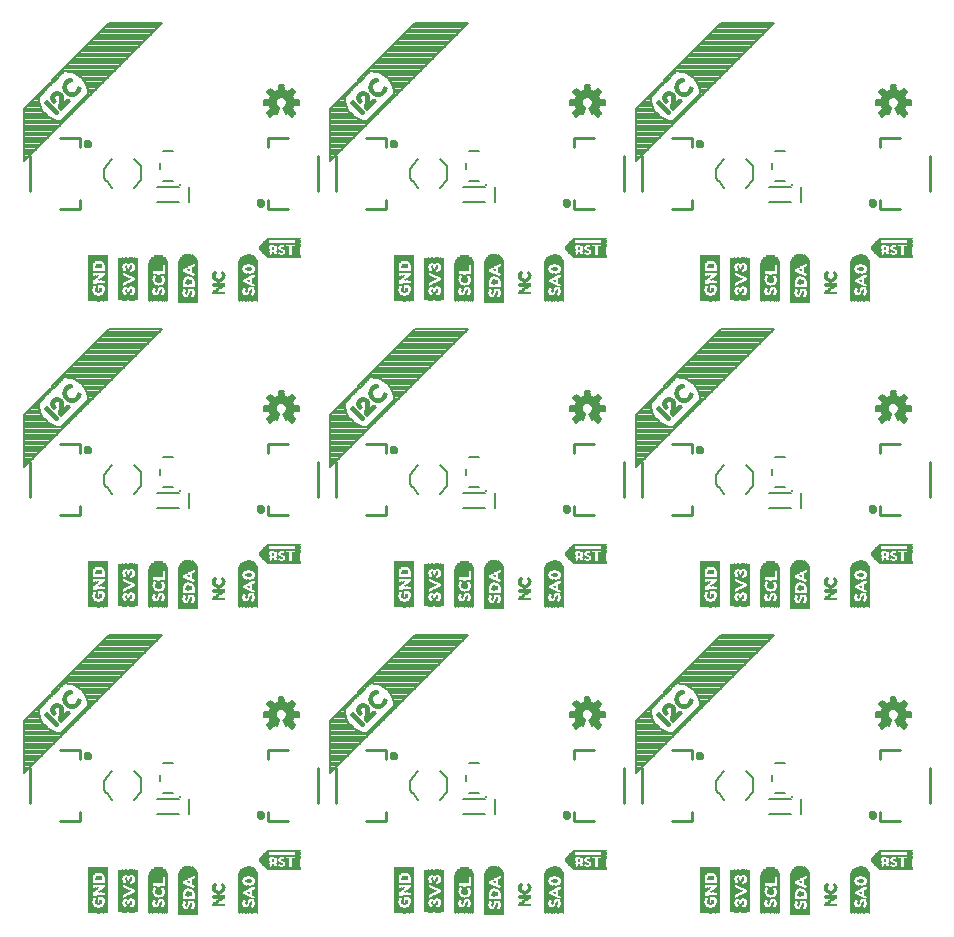
<source format=gto>
G75*
%MOIN*%
%OFA0B0*%
%FSLAX25Y25*%
%IPPOS*%
%LPD*%
%AMOC8*
5,1,8,0,0,1.08239X$1,22.5*
%
%ADD10C,0.00800*%
%ADD11C,0.01000*%
%ADD12C,0.01575*%
%ADD13C,0.00591*%
%ADD14C,0.01000*%
%ADD15R,0.00157X0.15276*%
%ADD16R,0.00157X0.03307*%
%ADD17R,0.00157X0.11024*%
%ADD18R,0.00157X0.02992*%
%ADD19R,0.00157X0.01260*%
%ADD20R,0.00157X0.01890*%
%ADD21R,0.00157X0.00630*%
%ADD22R,0.00157X0.02677*%
%ADD23R,0.00157X0.00787*%
%ADD24R,0.00157X0.01575*%
%ADD25R,0.00157X0.00472*%
%ADD26R,0.00157X0.02520*%
%ADD27R,0.00157X0.01417*%
%ADD28R,0.00157X0.02205*%
%ADD29R,0.00157X0.02362*%
%ADD30R,0.00157X0.02047*%
%ADD31R,0.00157X0.01102*%
%ADD32R,0.00157X0.00945*%
%ADD33R,0.00157X0.02835*%
%ADD34R,0.00157X0.01732*%
%ADD35R,0.00157X0.00157*%
%ADD36R,0.00157X0.00315*%
%ADD37R,0.00157X0.03150*%
%ADD38R,0.00157X0.14331*%
%ADD39R,0.00157X0.07087*%
%ADD40R,0.00157X0.03465*%
%ADD41R,0.00157X0.12913*%
%ADD42R,0.00157X0.13386*%
%ADD43R,0.00157X0.13701*%
%ADD44R,0.00157X0.14016*%
%ADD45R,0.00157X0.14173*%
%ADD46R,0.00157X0.14488*%
%ADD47R,0.00157X0.04882*%
%ADD48R,0.00157X0.05039*%
%ADD49R,0.00157X0.05197*%
%ADD50R,0.00157X0.03622*%
%ADD51R,0.00157X0.13858*%
%ADD52R,0.00157X0.14646*%
%ADD53R,0.00157X0.14961*%
%ADD54R,0.00157X0.15118*%
%ADD55R,0.00157X0.15433*%
%ADD56R,0.00157X0.11969*%
%ADD57R,0.00157X0.04567*%
%ADD58R,0.00157X0.04409*%
%ADD59R,0.00157X0.04252*%
%ADD60R,0.00157X0.04094*%
%ADD61R,0.00157X0.03937*%
%ADD62R,0.00157X0.03780*%
%ADD63R,0.00157X0.13228*%
%ADD64R,0.00157X0.14803*%
%ADD65R,0.00157X0.06772*%
%ADD66R,0.11024X0.00157*%
%ADD67R,0.11181X0.00157*%
%ADD68R,0.11496X0.00157*%
%ADD69R,0.11654X0.00157*%
%ADD70R,0.01417X0.00157*%
%ADD71R,0.01890X0.00157*%
%ADD72R,0.01732X0.00157*%
%ADD73R,0.01575X0.00157*%
%ADD74R,0.02205X0.00157*%
%ADD75R,0.12756X0.00157*%
%ADD76R,0.12913X0.00157*%
%ADD77R,0.13071X0.00157*%
%ADD78R,0.13228X0.00157*%
%ADD79R,0.03150X0.00157*%
%ADD80R,0.00630X0.00157*%
%ADD81R,0.01102X0.00157*%
%ADD82R,0.00315X0.00157*%
%ADD83R,0.03307X0.00157*%
%ADD84R,0.00787X0.00157*%
%ADD85R,0.03465X0.00157*%
%ADD86R,0.02835X0.00157*%
%ADD87R,0.02992X0.00157*%
%ADD88R,0.00945X0.00157*%
%ADD89R,0.02677X0.00157*%
%ADD90R,0.02362X0.00157*%
%ADD91R,0.00472X0.00157*%
%ADD92R,0.01260X0.00157*%
%ADD93R,0.02047X0.00157*%
%ADD94R,0.02520X0.00157*%
%ADD95R,0.11811X0.00157*%
%ADD96R,0.00236X0.00236*%
%ADD97R,0.01417X0.00236*%
%ADD98R,0.01181X0.00236*%
%ADD99R,0.02598X0.00236*%
%ADD100R,0.01654X0.00236*%
%ADD101R,0.03071X0.00236*%
%ADD102R,0.03543X0.00236*%
%ADD103R,0.04252X0.00236*%
%ADD104R,0.04016X0.00236*%
%ADD105R,0.04488X0.00236*%
%ADD106R,0.04724X0.00236*%
%ADD107R,0.01890X0.00236*%
%ADD108R,0.02126X0.00236*%
%ADD109R,0.00472X0.00236*%
%ADD110R,0.02835X0.00236*%
%ADD111R,0.00945X0.00236*%
%ADD112R,0.02362X0.00236*%
%ADD113R,0.04961X0.00236*%
%ADD114R,0.03307X0.00236*%
D10*
X0090600Y0074026D02*
X0088735Y0076080D01*
X0088652Y0076173D01*
X0088572Y0076268D01*
X0088494Y0076367D01*
X0088420Y0076467D01*
X0088350Y0076570D01*
X0088282Y0076675D01*
X0088218Y0076782D01*
X0088157Y0076891D01*
X0088100Y0077002D01*
X0088047Y0077115D01*
X0087996Y0077230D01*
X0087950Y0077345D01*
X0087907Y0077463D01*
X0087868Y0077581D01*
X0087833Y0077701D01*
X0087802Y0077822D01*
X0087774Y0077944D01*
X0087751Y0078067D01*
X0087731Y0078190D01*
X0087715Y0078314D01*
X0087703Y0078438D01*
X0087695Y0078563D01*
X0087691Y0078688D01*
X0087691Y0078812D01*
X0087695Y0078937D01*
X0087703Y0079062D01*
X0087715Y0079186D01*
X0087731Y0079310D01*
X0087751Y0079433D01*
X0087774Y0079556D01*
X0087802Y0079678D01*
X0087833Y0079799D01*
X0087868Y0079919D01*
X0087907Y0080037D01*
X0087950Y0080155D01*
X0087996Y0080270D01*
X0088047Y0080385D01*
X0088100Y0080498D01*
X0088157Y0080609D01*
X0088218Y0080718D01*
X0088282Y0080825D01*
X0088350Y0080930D01*
X0088420Y0081033D01*
X0088494Y0081133D01*
X0088572Y0081232D01*
X0088652Y0081327D01*
X0088735Y0081420D01*
X0090600Y0083474D01*
X0097687Y0083474D02*
X0100049Y0081112D01*
X0100049Y0076388D01*
X0097687Y0074026D01*
X0105600Y0074211D02*
X0112687Y0074211D01*
X0110834Y0076250D02*
X0107453Y0076250D01*
X0106353Y0080193D02*
X0106353Y0082307D01*
X0107453Y0086250D02*
X0110834Y0086250D01*
X0116112Y0074211D02*
X0116112Y0069289D01*
X0112687Y0069289D02*
X0105600Y0069289D01*
X0076614Y0098220D02*
X0075614Y0098220D01*
X0075816Y0097422D02*
X0074816Y0097422D01*
X0075017Y0096623D02*
X0074017Y0096623D01*
X0073644Y0096250D02*
X0072471Y0096342D01*
X0071326Y0096617D01*
X0070239Y0097067D01*
X0069235Y0097682D01*
X0068340Y0098447D01*
X0067576Y0099342D01*
X0066961Y0100345D01*
X0066511Y0101432D01*
X0066236Y0102577D01*
X0066144Y0103750D01*
X0066144Y0104250D01*
X0070644Y0108750D01*
X0070144Y0109250D01*
X0061144Y0100250D01*
X0061144Y0082750D01*
X0107144Y0128750D01*
X0089644Y0128750D01*
X0070644Y0109750D01*
X0071144Y0109250D01*
X0074644Y0112750D01*
X0075144Y0112750D01*
X0076317Y0112658D01*
X0077461Y0112383D01*
X0078549Y0111933D01*
X0079552Y0111318D01*
X0080447Y0110553D01*
X0081211Y0109658D01*
X0081826Y0108655D01*
X0082277Y0107568D01*
X0082551Y0106423D01*
X0082644Y0105250D01*
X0073644Y0096250D01*
X0074219Y0095825D02*
X0061144Y0095825D01*
X0061144Y0096623D02*
X0071311Y0096623D01*
X0069660Y0097422D02*
X0061144Y0097422D01*
X0061144Y0098220D02*
X0068605Y0098220D01*
X0067852Y0099019D02*
X0061144Y0099019D01*
X0061144Y0099818D02*
X0067284Y0099818D01*
X0066849Y0100616D02*
X0061510Y0100616D01*
X0062308Y0101415D02*
X0066518Y0101415D01*
X0066323Y0102213D02*
X0063107Y0102213D01*
X0063905Y0103012D02*
X0066202Y0103012D01*
X0066144Y0103810D02*
X0064704Y0103810D01*
X0065502Y0104609D02*
X0066502Y0104609D01*
X0066301Y0105407D02*
X0067301Y0105407D01*
X0067099Y0106206D02*
X0068099Y0106206D01*
X0067898Y0107004D02*
X0068898Y0107004D01*
X0068696Y0107803D02*
X0069696Y0107803D01*
X0069495Y0108601D02*
X0070495Y0108601D01*
X0070994Y0109400D02*
X0071293Y0109400D01*
X0071092Y0110198D02*
X0072092Y0110198D01*
X0071890Y0110997D02*
X0072890Y0110997D01*
X0072689Y0111795D02*
X0073689Y0111795D01*
X0073487Y0112594D02*
X0074487Y0112594D01*
X0074286Y0113392D02*
X0091786Y0113392D01*
X0090987Y0112594D02*
X0076584Y0112594D01*
X0075084Y0114191D02*
X0092584Y0114191D01*
X0093383Y0114989D02*
X0075883Y0114989D01*
X0076681Y0115788D02*
X0094181Y0115788D01*
X0094980Y0116586D02*
X0077480Y0116586D01*
X0078279Y0117385D02*
X0095779Y0117385D01*
X0096577Y0118183D02*
X0079077Y0118183D01*
X0079876Y0118982D02*
X0097376Y0118982D01*
X0098174Y0119780D02*
X0080674Y0119780D01*
X0081473Y0120579D02*
X0098973Y0120579D01*
X0099771Y0121377D02*
X0082271Y0121377D01*
X0083070Y0122176D02*
X0100570Y0122176D01*
X0101368Y0122974D02*
X0083868Y0122974D01*
X0084667Y0123773D02*
X0102167Y0123773D01*
X0102965Y0124571D02*
X0085465Y0124571D01*
X0086264Y0125370D02*
X0103764Y0125370D01*
X0104562Y0126168D02*
X0087062Y0126168D01*
X0087861Y0126967D02*
X0105361Y0126967D01*
X0106159Y0127765D02*
X0088659Y0127765D01*
X0089458Y0128564D02*
X0106958Y0128564D01*
X0090189Y0111795D02*
X0078773Y0111795D01*
X0079928Y0110997D02*
X0089390Y0110997D01*
X0088592Y0110198D02*
X0080750Y0110198D01*
X0081370Y0109400D02*
X0087793Y0109400D01*
X0086995Y0108601D02*
X0081849Y0108601D01*
X0082179Y0107803D02*
X0086196Y0107803D01*
X0085398Y0107004D02*
X0082412Y0107004D01*
X0082569Y0106206D02*
X0084599Y0106206D01*
X0083801Y0105407D02*
X0082631Y0105407D01*
X0083002Y0104609D02*
X0082002Y0104609D01*
X0082204Y0103810D02*
X0081204Y0103810D01*
X0081405Y0103012D02*
X0080405Y0103012D01*
X0080607Y0102213D02*
X0079607Y0102213D01*
X0079808Y0101415D02*
X0078808Y0101415D01*
X0079010Y0100616D02*
X0078010Y0100616D01*
X0078211Y0099818D02*
X0077211Y0099818D01*
X0077413Y0099019D02*
X0076413Y0099019D01*
X0073420Y0095026D02*
X0061144Y0095026D01*
X0061144Y0094228D02*
X0072622Y0094228D01*
X0071823Y0093429D02*
X0061144Y0093429D01*
X0061144Y0092631D02*
X0071025Y0092631D01*
X0070226Y0091832D02*
X0061144Y0091832D01*
X0061144Y0091034D02*
X0069428Y0091034D01*
X0068629Y0090235D02*
X0061144Y0090235D01*
X0061144Y0089437D02*
X0067831Y0089437D01*
X0067032Y0088638D02*
X0061144Y0088638D01*
X0061144Y0087840D02*
X0066234Y0087840D01*
X0065435Y0087041D02*
X0061144Y0087041D01*
X0061144Y0086243D02*
X0064637Y0086243D01*
X0063838Y0085444D02*
X0061144Y0085444D01*
X0061144Y0084646D02*
X0063040Y0084646D01*
X0062241Y0083847D02*
X0061144Y0083847D01*
X0061144Y0083049D02*
X0061443Y0083049D01*
X0163144Y0083049D02*
X0163443Y0083049D01*
X0163144Y0082750D02*
X0163144Y0100250D01*
X0172144Y0109250D01*
X0172644Y0108750D01*
X0168144Y0104250D01*
X0168144Y0103750D01*
X0168236Y0102577D01*
X0168511Y0101432D01*
X0168961Y0100345D01*
X0169576Y0099342D01*
X0170340Y0098447D01*
X0171235Y0097682D01*
X0172239Y0097067D01*
X0173326Y0096617D01*
X0174471Y0096342D01*
X0175644Y0096250D01*
X0184644Y0105250D01*
X0184551Y0106423D01*
X0184277Y0107568D01*
X0183826Y0108655D01*
X0183211Y0109658D01*
X0182447Y0110553D01*
X0181552Y0111318D01*
X0180549Y0111933D01*
X0179461Y0112383D01*
X0178317Y0112658D01*
X0177144Y0112750D01*
X0176644Y0112750D01*
X0173144Y0109250D01*
X0172644Y0109750D01*
X0191644Y0128750D01*
X0209144Y0128750D01*
X0163144Y0082750D01*
X0163144Y0083847D02*
X0164241Y0083847D01*
X0165040Y0084646D02*
X0163144Y0084646D01*
X0163144Y0085444D02*
X0165838Y0085444D01*
X0166637Y0086243D02*
X0163144Y0086243D01*
X0163144Y0087041D02*
X0167435Y0087041D01*
X0168234Y0087840D02*
X0163144Y0087840D01*
X0163144Y0088638D02*
X0169032Y0088638D01*
X0169831Y0089437D02*
X0163144Y0089437D01*
X0163144Y0090235D02*
X0170629Y0090235D01*
X0171428Y0091034D02*
X0163144Y0091034D01*
X0163144Y0091832D02*
X0172226Y0091832D01*
X0173025Y0092631D02*
X0163144Y0092631D01*
X0163144Y0093429D02*
X0173823Y0093429D01*
X0174622Y0094228D02*
X0163144Y0094228D01*
X0163144Y0095026D02*
X0175420Y0095026D01*
X0176219Y0095825D02*
X0163144Y0095825D01*
X0163144Y0096623D02*
X0173311Y0096623D01*
X0171660Y0097422D02*
X0163144Y0097422D01*
X0163144Y0098220D02*
X0170605Y0098220D01*
X0169852Y0099019D02*
X0163144Y0099019D01*
X0163144Y0099818D02*
X0169284Y0099818D01*
X0168849Y0100616D02*
X0163510Y0100616D01*
X0164308Y0101415D02*
X0168518Y0101415D01*
X0168323Y0102213D02*
X0165107Y0102213D01*
X0165905Y0103012D02*
X0168202Y0103012D01*
X0168144Y0103810D02*
X0166704Y0103810D01*
X0167502Y0104609D02*
X0168502Y0104609D01*
X0168301Y0105407D02*
X0169301Y0105407D01*
X0169099Y0106206D02*
X0170099Y0106206D01*
X0169898Y0107004D02*
X0170898Y0107004D01*
X0170696Y0107803D02*
X0171696Y0107803D01*
X0171495Y0108601D02*
X0172495Y0108601D01*
X0172994Y0109400D02*
X0173293Y0109400D01*
X0173092Y0110198D02*
X0174092Y0110198D01*
X0173890Y0110997D02*
X0174890Y0110997D01*
X0174689Y0111795D02*
X0175689Y0111795D01*
X0175487Y0112594D02*
X0176487Y0112594D01*
X0176286Y0113392D02*
X0193786Y0113392D01*
X0192987Y0112594D02*
X0178584Y0112594D01*
X0177084Y0114191D02*
X0194584Y0114191D01*
X0195383Y0114989D02*
X0177883Y0114989D01*
X0178681Y0115788D02*
X0196181Y0115788D01*
X0196980Y0116586D02*
X0179480Y0116586D01*
X0180279Y0117385D02*
X0197779Y0117385D01*
X0198577Y0118183D02*
X0181077Y0118183D01*
X0181876Y0118982D02*
X0199376Y0118982D01*
X0200174Y0119780D02*
X0182674Y0119780D01*
X0183473Y0120579D02*
X0200973Y0120579D01*
X0201771Y0121377D02*
X0184271Y0121377D01*
X0185070Y0122176D02*
X0202570Y0122176D01*
X0203368Y0122974D02*
X0185868Y0122974D01*
X0186667Y0123773D02*
X0204167Y0123773D01*
X0204965Y0124571D02*
X0187465Y0124571D01*
X0188264Y0125370D02*
X0205764Y0125370D01*
X0206562Y0126168D02*
X0189062Y0126168D01*
X0189861Y0126967D02*
X0207361Y0126967D01*
X0208159Y0127765D02*
X0190659Y0127765D01*
X0191458Y0128564D02*
X0208958Y0128564D01*
X0192189Y0111795D02*
X0180773Y0111795D01*
X0181928Y0110997D02*
X0191390Y0110997D01*
X0190592Y0110198D02*
X0182750Y0110198D01*
X0183370Y0109400D02*
X0189793Y0109400D01*
X0188995Y0108601D02*
X0183849Y0108601D01*
X0184179Y0107803D02*
X0188196Y0107803D01*
X0187398Y0107004D02*
X0184412Y0107004D01*
X0184569Y0106206D02*
X0186599Y0106206D01*
X0185801Y0105407D02*
X0184631Y0105407D01*
X0185002Y0104609D02*
X0184002Y0104609D01*
X0184204Y0103810D02*
X0183204Y0103810D01*
X0183405Y0103012D02*
X0182405Y0103012D01*
X0182607Y0102213D02*
X0181607Y0102213D01*
X0181808Y0101415D02*
X0180808Y0101415D01*
X0181010Y0100616D02*
X0180010Y0100616D01*
X0180211Y0099818D02*
X0179211Y0099818D01*
X0179413Y0099019D02*
X0178413Y0099019D01*
X0178614Y0098220D02*
X0177614Y0098220D01*
X0177816Y0097422D02*
X0176816Y0097422D01*
X0177017Y0096623D02*
X0176017Y0096623D01*
X0190735Y0081420D02*
X0192600Y0083474D01*
X0190735Y0081420D02*
X0190652Y0081327D01*
X0190572Y0081232D01*
X0190494Y0081133D01*
X0190420Y0081033D01*
X0190350Y0080930D01*
X0190282Y0080825D01*
X0190218Y0080718D01*
X0190157Y0080609D01*
X0190100Y0080498D01*
X0190047Y0080385D01*
X0189996Y0080270D01*
X0189950Y0080155D01*
X0189907Y0080037D01*
X0189868Y0079919D01*
X0189833Y0079799D01*
X0189802Y0079678D01*
X0189774Y0079556D01*
X0189751Y0079433D01*
X0189731Y0079310D01*
X0189715Y0079186D01*
X0189703Y0079062D01*
X0189695Y0078937D01*
X0189691Y0078812D01*
X0189691Y0078688D01*
X0189695Y0078563D01*
X0189703Y0078438D01*
X0189715Y0078314D01*
X0189731Y0078190D01*
X0189751Y0078067D01*
X0189774Y0077944D01*
X0189802Y0077822D01*
X0189833Y0077701D01*
X0189868Y0077581D01*
X0189907Y0077463D01*
X0189950Y0077345D01*
X0189996Y0077230D01*
X0190047Y0077115D01*
X0190100Y0077002D01*
X0190157Y0076891D01*
X0190218Y0076782D01*
X0190282Y0076675D01*
X0190350Y0076570D01*
X0190420Y0076467D01*
X0190494Y0076367D01*
X0190572Y0076268D01*
X0190652Y0076173D01*
X0190735Y0076080D01*
X0192600Y0074026D01*
X0199687Y0074026D02*
X0202049Y0076388D01*
X0202049Y0081112D01*
X0199687Y0083474D01*
X0208353Y0082307D02*
X0208353Y0080193D01*
X0209453Y0076250D02*
X0212834Y0076250D01*
X0214687Y0074211D02*
X0207600Y0074211D01*
X0207600Y0069289D02*
X0214687Y0069289D01*
X0218112Y0069289D02*
X0218112Y0074211D01*
X0212834Y0086250D02*
X0209453Y0086250D01*
X0265144Y0086243D02*
X0268637Y0086243D01*
X0269435Y0087041D02*
X0265144Y0087041D01*
X0265144Y0087840D02*
X0270234Y0087840D01*
X0271032Y0088638D02*
X0265144Y0088638D01*
X0265144Y0089437D02*
X0271831Y0089437D01*
X0272629Y0090235D02*
X0265144Y0090235D01*
X0265144Y0091034D02*
X0273428Y0091034D01*
X0274226Y0091832D02*
X0265144Y0091832D01*
X0265144Y0092631D02*
X0275025Y0092631D01*
X0275823Y0093429D02*
X0265144Y0093429D01*
X0265144Y0094228D02*
X0276622Y0094228D01*
X0277420Y0095026D02*
X0265144Y0095026D01*
X0265144Y0095825D02*
X0278219Y0095825D01*
X0277644Y0096250D02*
X0286644Y0105250D01*
X0286551Y0106423D01*
X0286277Y0107568D01*
X0285826Y0108655D01*
X0285211Y0109658D01*
X0284447Y0110553D01*
X0283552Y0111318D01*
X0282549Y0111933D01*
X0281461Y0112383D01*
X0280317Y0112658D01*
X0279144Y0112750D01*
X0278644Y0112750D01*
X0275144Y0109250D01*
X0274644Y0109750D01*
X0293644Y0128750D01*
X0311144Y0128750D01*
X0265144Y0082750D01*
X0265144Y0100250D01*
X0274144Y0109250D01*
X0274644Y0108750D01*
X0270144Y0104250D01*
X0270144Y0103750D01*
X0270236Y0102577D01*
X0270511Y0101432D01*
X0270961Y0100345D01*
X0271576Y0099342D01*
X0272340Y0098447D01*
X0273235Y0097682D01*
X0274239Y0097067D01*
X0275326Y0096617D01*
X0276471Y0096342D01*
X0277644Y0096250D01*
X0278017Y0096623D02*
X0279017Y0096623D01*
X0278816Y0097422D02*
X0279816Y0097422D01*
X0279614Y0098220D02*
X0280614Y0098220D01*
X0280413Y0099019D02*
X0281413Y0099019D01*
X0281211Y0099818D02*
X0282211Y0099818D01*
X0282010Y0100616D02*
X0283010Y0100616D01*
X0282808Y0101415D02*
X0283808Y0101415D01*
X0283607Y0102213D02*
X0284607Y0102213D01*
X0284405Y0103012D02*
X0285405Y0103012D01*
X0285204Y0103810D02*
X0286204Y0103810D01*
X0286002Y0104609D02*
X0287002Y0104609D01*
X0286631Y0105407D02*
X0287801Y0105407D01*
X0288599Y0106206D02*
X0286569Y0106206D01*
X0286412Y0107004D02*
X0289398Y0107004D01*
X0290196Y0107803D02*
X0286179Y0107803D01*
X0285849Y0108601D02*
X0290995Y0108601D01*
X0291793Y0109400D02*
X0285370Y0109400D01*
X0284750Y0110198D02*
X0292592Y0110198D01*
X0293390Y0110997D02*
X0283928Y0110997D01*
X0282773Y0111795D02*
X0294189Y0111795D01*
X0294987Y0112594D02*
X0280584Y0112594D01*
X0278487Y0112594D02*
X0277487Y0112594D01*
X0277689Y0111795D02*
X0276689Y0111795D01*
X0276890Y0110997D02*
X0275890Y0110997D01*
X0276092Y0110198D02*
X0275092Y0110198D01*
X0274994Y0109400D02*
X0275293Y0109400D01*
X0274495Y0108601D02*
X0273495Y0108601D01*
X0273696Y0107803D02*
X0272696Y0107803D01*
X0272898Y0107004D02*
X0271898Y0107004D01*
X0272099Y0106206D02*
X0271099Y0106206D01*
X0271301Y0105407D02*
X0270301Y0105407D01*
X0270502Y0104609D02*
X0269502Y0104609D01*
X0270144Y0103810D02*
X0268704Y0103810D01*
X0267905Y0103012D02*
X0270202Y0103012D01*
X0270323Y0102213D02*
X0267107Y0102213D01*
X0266308Y0101415D02*
X0270518Y0101415D01*
X0270849Y0100616D02*
X0265510Y0100616D01*
X0265144Y0099818D02*
X0271284Y0099818D01*
X0271852Y0099019D02*
X0265144Y0099019D01*
X0265144Y0098220D02*
X0272605Y0098220D01*
X0273660Y0097422D02*
X0265144Y0097422D01*
X0265144Y0096623D02*
X0275311Y0096623D01*
X0267838Y0085444D02*
X0265144Y0085444D01*
X0265144Y0084646D02*
X0267040Y0084646D01*
X0266241Y0083847D02*
X0265144Y0083847D01*
X0265144Y0083049D02*
X0265443Y0083049D01*
X0292735Y0081420D02*
X0294600Y0083474D01*
X0292735Y0081420D02*
X0292652Y0081327D01*
X0292572Y0081232D01*
X0292494Y0081133D01*
X0292420Y0081033D01*
X0292350Y0080930D01*
X0292282Y0080825D01*
X0292218Y0080718D01*
X0292157Y0080609D01*
X0292100Y0080498D01*
X0292047Y0080385D01*
X0291996Y0080270D01*
X0291950Y0080155D01*
X0291907Y0080037D01*
X0291868Y0079919D01*
X0291833Y0079799D01*
X0291802Y0079678D01*
X0291774Y0079556D01*
X0291751Y0079433D01*
X0291731Y0079310D01*
X0291715Y0079186D01*
X0291703Y0079062D01*
X0291695Y0078937D01*
X0291691Y0078812D01*
X0291691Y0078688D01*
X0291695Y0078563D01*
X0291703Y0078438D01*
X0291715Y0078314D01*
X0291731Y0078190D01*
X0291751Y0078067D01*
X0291774Y0077944D01*
X0291802Y0077822D01*
X0291833Y0077701D01*
X0291868Y0077581D01*
X0291907Y0077463D01*
X0291950Y0077345D01*
X0291996Y0077230D01*
X0292047Y0077115D01*
X0292100Y0077002D01*
X0292157Y0076891D01*
X0292218Y0076782D01*
X0292282Y0076675D01*
X0292350Y0076570D01*
X0292420Y0076467D01*
X0292494Y0076367D01*
X0292572Y0076268D01*
X0292652Y0076173D01*
X0292735Y0076080D01*
X0294600Y0074026D01*
X0301687Y0074026D02*
X0304049Y0076388D01*
X0304049Y0081112D01*
X0301687Y0083474D01*
X0310353Y0082307D02*
X0310353Y0080193D01*
X0311453Y0076250D02*
X0314834Y0076250D01*
X0316687Y0074211D02*
X0309600Y0074211D01*
X0309600Y0069289D02*
X0316687Y0069289D01*
X0320112Y0069289D02*
X0320112Y0074211D01*
X0314834Y0086250D02*
X0311453Y0086250D01*
X0295786Y0113392D02*
X0278286Y0113392D01*
X0279084Y0114191D02*
X0296584Y0114191D01*
X0297383Y0114989D02*
X0279883Y0114989D01*
X0280681Y0115788D02*
X0298181Y0115788D01*
X0298980Y0116586D02*
X0281480Y0116586D01*
X0282279Y0117385D02*
X0299779Y0117385D01*
X0300577Y0118183D02*
X0283077Y0118183D01*
X0283876Y0118982D02*
X0301376Y0118982D01*
X0302174Y0119780D02*
X0284674Y0119780D01*
X0285473Y0120579D02*
X0302973Y0120579D01*
X0303771Y0121377D02*
X0286271Y0121377D01*
X0287070Y0122176D02*
X0304570Y0122176D01*
X0305368Y0122974D02*
X0287868Y0122974D01*
X0288667Y0123773D02*
X0306167Y0123773D01*
X0306965Y0124571D02*
X0289465Y0124571D01*
X0290264Y0125370D02*
X0307764Y0125370D01*
X0308562Y0126168D02*
X0291062Y0126168D01*
X0291861Y0126967D02*
X0309361Y0126967D01*
X0310159Y0127765D02*
X0292659Y0127765D01*
X0293458Y0128564D02*
X0310958Y0128564D01*
X0309600Y0171289D02*
X0316687Y0171289D01*
X0320112Y0171289D02*
X0320112Y0176211D01*
X0316687Y0176211D02*
X0309600Y0176211D01*
X0311453Y0178250D02*
X0314834Y0178250D01*
X0310353Y0182193D02*
X0310353Y0184307D01*
X0311453Y0188250D02*
X0314834Y0188250D01*
X0304049Y0183112D02*
X0304049Y0178388D01*
X0301687Y0176026D01*
X0294600Y0176026D02*
X0292735Y0178080D01*
X0292652Y0178173D01*
X0292572Y0178268D01*
X0292494Y0178367D01*
X0292420Y0178467D01*
X0292350Y0178570D01*
X0292282Y0178675D01*
X0292218Y0178782D01*
X0292157Y0178891D01*
X0292100Y0179002D01*
X0292047Y0179115D01*
X0291996Y0179230D01*
X0291950Y0179345D01*
X0291907Y0179463D01*
X0291868Y0179581D01*
X0291833Y0179701D01*
X0291802Y0179822D01*
X0291774Y0179944D01*
X0291751Y0180067D01*
X0291731Y0180190D01*
X0291715Y0180314D01*
X0291703Y0180438D01*
X0291695Y0180563D01*
X0291691Y0180688D01*
X0291691Y0180812D01*
X0291695Y0180937D01*
X0291703Y0181062D01*
X0291715Y0181186D01*
X0291731Y0181310D01*
X0291751Y0181433D01*
X0291774Y0181556D01*
X0291802Y0181678D01*
X0291833Y0181799D01*
X0291868Y0181919D01*
X0291907Y0182037D01*
X0291950Y0182155D01*
X0291996Y0182270D01*
X0292047Y0182385D01*
X0292100Y0182498D01*
X0292157Y0182609D01*
X0292218Y0182718D01*
X0292282Y0182825D01*
X0292350Y0182930D01*
X0292420Y0183033D01*
X0292494Y0183133D01*
X0292572Y0183232D01*
X0292652Y0183327D01*
X0292735Y0183420D01*
X0294600Y0185474D01*
X0301687Y0185474D02*
X0304049Y0183112D01*
X0284018Y0203624D02*
X0283018Y0203624D01*
X0283219Y0202825D02*
X0282219Y0202825D01*
X0282421Y0202027D02*
X0281421Y0202027D01*
X0281622Y0201228D02*
X0280622Y0201228D01*
X0280824Y0200430D02*
X0279824Y0200430D01*
X0280025Y0199631D02*
X0279025Y0199631D01*
X0279227Y0198833D02*
X0278227Y0198833D01*
X0278428Y0198034D02*
X0265144Y0198034D01*
X0265144Y0197236D02*
X0277630Y0197236D01*
X0277644Y0198250D02*
X0286644Y0207250D01*
X0286551Y0208423D01*
X0286277Y0209568D01*
X0285826Y0210655D01*
X0285211Y0211658D01*
X0284447Y0212553D01*
X0283552Y0213318D01*
X0282549Y0213933D01*
X0281461Y0214383D01*
X0280317Y0214658D01*
X0279144Y0214750D01*
X0278644Y0214750D01*
X0275144Y0211250D01*
X0274644Y0211750D01*
X0293644Y0230750D01*
X0311144Y0230750D01*
X0265144Y0184750D01*
X0265144Y0202250D01*
X0274144Y0211250D01*
X0274644Y0210750D01*
X0270144Y0206250D01*
X0270144Y0205750D01*
X0270236Y0204577D01*
X0270511Y0203432D01*
X0270961Y0202345D01*
X0271576Y0201342D01*
X0272340Y0200447D01*
X0273235Y0199682D01*
X0274239Y0199067D01*
X0275326Y0198617D01*
X0276471Y0198342D01*
X0277644Y0198250D01*
X0276831Y0196437D02*
X0265144Y0196437D01*
X0265144Y0195639D02*
X0276033Y0195639D01*
X0275234Y0194840D02*
X0265144Y0194840D01*
X0265144Y0194042D02*
X0274436Y0194042D01*
X0273637Y0193243D02*
X0265144Y0193243D01*
X0265144Y0192445D02*
X0272839Y0192445D01*
X0272040Y0191646D02*
X0265144Y0191646D01*
X0265144Y0190848D02*
X0271242Y0190848D01*
X0270443Y0190049D02*
X0265144Y0190049D01*
X0265144Y0189251D02*
X0269645Y0189251D01*
X0268846Y0188452D02*
X0265144Y0188452D01*
X0265144Y0187654D02*
X0268048Y0187654D01*
X0267249Y0186855D02*
X0265144Y0186855D01*
X0265144Y0186057D02*
X0266450Y0186057D01*
X0265652Y0185258D02*
X0265144Y0185258D01*
X0265144Y0198833D02*
X0274805Y0198833D01*
X0273319Y0199631D02*
X0265144Y0199631D01*
X0265144Y0200430D02*
X0272360Y0200430D01*
X0271673Y0201228D02*
X0265144Y0201228D01*
X0265144Y0202027D02*
X0271156Y0202027D01*
X0270762Y0202825D02*
X0265719Y0202825D01*
X0266518Y0203624D02*
X0270465Y0203624D01*
X0270273Y0204422D02*
X0267316Y0204422D01*
X0268115Y0205221D02*
X0270185Y0205221D01*
X0270144Y0206020D02*
X0268913Y0206020D01*
X0269712Y0206818D02*
X0270712Y0206818D01*
X0270510Y0207617D02*
X0271510Y0207617D01*
X0271309Y0208415D02*
X0272309Y0208415D01*
X0272107Y0209214D02*
X0273107Y0209214D01*
X0272906Y0210012D02*
X0273906Y0210012D01*
X0273704Y0210811D02*
X0274583Y0210811D01*
X0274785Y0211609D02*
X0275503Y0211609D01*
X0275301Y0212408D02*
X0276301Y0212408D01*
X0276100Y0213206D02*
X0277100Y0213206D01*
X0276898Y0214005D02*
X0277898Y0214005D01*
X0277697Y0214803D02*
X0295197Y0214803D01*
X0294398Y0214005D02*
X0282375Y0214005D01*
X0283683Y0213206D02*
X0293600Y0213206D01*
X0292801Y0212408D02*
X0284572Y0212408D01*
X0285242Y0211609D02*
X0292003Y0211609D01*
X0291204Y0210811D02*
X0285731Y0210811D01*
X0286093Y0210012D02*
X0290406Y0210012D01*
X0289607Y0209214D02*
X0286362Y0209214D01*
X0286552Y0208415D02*
X0288809Y0208415D01*
X0288010Y0207617D02*
X0286615Y0207617D01*
X0286212Y0206818D02*
X0287212Y0206818D01*
X0286413Y0206020D02*
X0285413Y0206020D01*
X0285615Y0205221D02*
X0284615Y0205221D01*
X0284816Y0204422D02*
X0283816Y0204422D01*
X0278495Y0215602D02*
X0295995Y0215602D01*
X0296794Y0216400D02*
X0279294Y0216400D01*
X0280092Y0217199D02*
X0297592Y0217199D01*
X0298391Y0217997D02*
X0280891Y0217997D01*
X0281689Y0218796D02*
X0299189Y0218796D01*
X0299988Y0219594D02*
X0282488Y0219594D01*
X0283286Y0220393D02*
X0300786Y0220393D01*
X0301585Y0221191D02*
X0284085Y0221191D01*
X0284884Y0221990D02*
X0302384Y0221990D01*
X0303182Y0222788D02*
X0285682Y0222788D01*
X0286481Y0223587D02*
X0303981Y0223587D01*
X0304779Y0224385D02*
X0287279Y0224385D01*
X0288078Y0225184D02*
X0305578Y0225184D01*
X0306376Y0225982D02*
X0288876Y0225982D01*
X0289675Y0226781D02*
X0307175Y0226781D01*
X0307973Y0227579D02*
X0290473Y0227579D01*
X0291272Y0228378D02*
X0308772Y0228378D01*
X0309570Y0229176D02*
X0292070Y0229176D01*
X0292869Y0229975D02*
X0310369Y0229975D01*
X0309600Y0273289D02*
X0316687Y0273289D01*
X0320112Y0273289D02*
X0320112Y0278211D01*
X0316687Y0278211D02*
X0309600Y0278211D01*
X0311453Y0280250D02*
X0314834Y0280250D01*
X0310353Y0284193D02*
X0310353Y0286307D01*
X0311453Y0290250D02*
X0314834Y0290250D01*
X0304049Y0285112D02*
X0304049Y0280388D01*
X0301687Y0278026D01*
X0292735Y0280080D02*
X0292652Y0280173D01*
X0292572Y0280268D01*
X0292494Y0280367D01*
X0292420Y0280467D01*
X0292350Y0280570D01*
X0292282Y0280675D01*
X0292218Y0280782D01*
X0292157Y0280891D01*
X0292100Y0281002D01*
X0292047Y0281115D01*
X0291996Y0281230D01*
X0291950Y0281345D01*
X0291907Y0281463D01*
X0291868Y0281581D01*
X0291833Y0281701D01*
X0291802Y0281822D01*
X0291774Y0281944D01*
X0291751Y0282067D01*
X0291731Y0282190D01*
X0291715Y0282314D01*
X0291703Y0282438D01*
X0291695Y0282563D01*
X0291691Y0282688D01*
X0291691Y0282812D01*
X0291695Y0282937D01*
X0291703Y0283062D01*
X0291715Y0283186D01*
X0291731Y0283310D01*
X0291751Y0283433D01*
X0291774Y0283556D01*
X0291802Y0283678D01*
X0291833Y0283799D01*
X0291868Y0283919D01*
X0291907Y0284037D01*
X0291950Y0284155D01*
X0291996Y0284270D01*
X0292047Y0284385D01*
X0292100Y0284498D01*
X0292157Y0284609D01*
X0292218Y0284718D01*
X0292282Y0284825D01*
X0292350Y0284930D01*
X0292420Y0285033D01*
X0292494Y0285133D01*
X0292572Y0285232D01*
X0292652Y0285327D01*
X0292735Y0285420D01*
X0294600Y0287474D01*
X0301687Y0287474D02*
X0304049Y0285112D01*
X0294600Y0278026D02*
X0292735Y0280080D01*
X0274645Y0296251D02*
X0265144Y0296251D01*
X0265144Y0295453D02*
X0273847Y0295453D01*
X0273048Y0294654D02*
X0265144Y0294654D01*
X0265144Y0293856D02*
X0272250Y0293856D01*
X0271451Y0293057D02*
X0265144Y0293057D01*
X0265144Y0292259D02*
X0270652Y0292259D01*
X0269854Y0291460D02*
X0265144Y0291460D01*
X0265144Y0290662D02*
X0269055Y0290662D01*
X0268257Y0289863D02*
X0265144Y0289863D01*
X0265144Y0289065D02*
X0267458Y0289065D01*
X0266660Y0288266D02*
X0265144Y0288266D01*
X0265144Y0287468D02*
X0265861Y0287468D01*
X0265144Y0286750D02*
X0265144Y0304250D01*
X0274144Y0313250D01*
X0274644Y0312750D01*
X0270144Y0308250D01*
X0270144Y0307750D01*
X0270236Y0306577D01*
X0270511Y0305432D01*
X0270961Y0304345D01*
X0271576Y0303342D01*
X0272340Y0302447D01*
X0273235Y0301682D01*
X0274239Y0301067D01*
X0275326Y0300617D01*
X0276471Y0300342D01*
X0277644Y0300250D01*
X0286644Y0309250D01*
X0286551Y0310423D01*
X0286277Y0311568D01*
X0285826Y0312655D01*
X0285211Y0313658D01*
X0284447Y0314553D01*
X0283552Y0315318D01*
X0282549Y0315933D01*
X0281461Y0316383D01*
X0280317Y0316658D01*
X0279144Y0316750D01*
X0278644Y0316750D01*
X0275144Y0313250D01*
X0274644Y0313750D01*
X0293644Y0332750D01*
X0311144Y0332750D01*
X0265144Y0286750D01*
X0265144Y0297050D02*
X0275444Y0297050D01*
X0276242Y0297848D02*
X0265144Y0297848D01*
X0265144Y0298647D02*
X0277041Y0298647D01*
X0277839Y0299445D02*
X0265144Y0299445D01*
X0265144Y0300244D02*
X0278638Y0300244D01*
X0278436Y0301042D02*
X0279436Y0301042D01*
X0279235Y0301841D02*
X0280235Y0301841D01*
X0280033Y0302639D02*
X0281033Y0302639D01*
X0280832Y0303438D02*
X0281832Y0303438D01*
X0281630Y0304236D02*
X0282630Y0304236D01*
X0282429Y0305035D02*
X0283429Y0305035D01*
X0283227Y0305833D02*
X0284227Y0305833D01*
X0284026Y0306632D02*
X0285026Y0306632D01*
X0284824Y0307430D02*
X0285824Y0307430D01*
X0285623Y0308229D02*
X0286623Y0308229D01*
X0286421Y0309027D02*
X0287421Y0309027D01*
X0288220Y0309826D02*
X0286598Y0309826D01*
X0286503Y0310624D02*
X0289018Y0310624D01*
X0289817Y0311423D02*
X0286311Y0311423D01*
X0286006Y0312222D02*
X0290615Y0312222D01*
X0291414Y0313020D02*
X0285603Y0313020D01*
X0285075Y0313819D02*
X0292212Y0313819D01*
X0293011Y0314617D02*
X0284372Y0314617D01*
X0283392Y0315416D02*
X0293809Y0315416D01*
X0294608Y0316214D02*
X0281869Y0316214D01*
X0279503Y0318610D02*
X0297003Y0318610D01*
X0297802Y0319408D02*
X0280302Y0319408D01*
X0281100Y0320207D02*
X0298600Y0320207D01*
X0299399Y0321005D02*
X0281899Y0321005D01*
X0282697Y0321804D02*
X0300197Y0321804D01*
X0300996Y0322602D02*
X0283496Y0322602D01*
X0284294Y0323401D02*
X0301794Y0323401D01*
X0302593Y0324199D02*
X0285093Y0324199D01*
X0285891Y0324998D02*
X0303391Y0324998D01*
X0304190Y0325796D02*
X0286690Y0325796D01*
X0287488Y0326595D02*
X0304988Y0326595D01*
X0305787Y0327393D02*
X0288287Y0327393D01*
X0289086Y0328192D02*
X0306586Y0328192D01*
X0307384Y0328990D02*
X0289884Y0328990D01*
X0290683Y0329789D02*
X0308183Y0329789D01*
X0308981Y0330587D02*
X0291481Y0330587D01*
X0292280Y0331386D02*
X0309780Y0331386D01*
X0310578Y0332184D02*
X0293078Y0332184D01*
X0296205Y0317811D02*
X0278705Y0317811D01*
X0277906Y0317013D02*
X0295406Y0317013D01*
X0278108Y0316214D02*
X0277108Y0316214D01*
X0277309Y0315416D02*
X0276309Y0315416D01*
X0276511Y0314617D02*
X0275511Y0314617D01*
X0275712Y0313819D02*
X0274712Y0313819D01*
X0274374Y0313020D02*
X0273914Y0313020D01*
X0274115Y0312222D02*
X0273115Y0312222D01*
X0273317Y0311423D02*
X0272317Y0311423D01*
X0272518Y0310624D02*
X0271518Y0310624D01*
X0271720Y0309826D02*
X0270720Y0309826D01*
X0270921Y0309027D02*
X0269921Y0309027D01*
X0270144Y0308229D02*
X0269123Y0308229D01*
X0268324Y0307430D02*
X0270169Y0307430D01*
X0270232Y0306632D02*
X0267526Y0306632D01*
X0266727Y0305833D02*
X0270415Y0305833D01*
X0270675Y0305035D02*
X0265929Y0305035D01*
X0265144Y0304236D02*
X0271028Y0304236D01*
X0271517Y0303438D02*
X0265144Y0303438D01*
X0265144Y0302639D02*
X0272176Y0302639D01*
X0273050Y0301841D02*
X0265144Y0301841D01*
X0265144Y0301042D02*
X0274299Y0301042D01*
X0218112Y0278211D02*
X0218112Y0273289D01*
X0214687Y0273289D02*
X0207600Y0273289D01*
X0207600Y0278211D02*
X0214687Y0278211D01*
X0212834Y0280250D02*
X0209453Y0280250D01*
X0208353Y0284193D02*
X0208353Y0286307D01*
X0209453Y0290250D02*
X0212834Y0290250D01*
X0202049Y0285112D02*
X0202049Y0280388D01*
X0199687Y0278026D01*
X0192600Y0278026D02*
X0190735Y0280080D01*
X0190652Y0280173D01*
X0190572Y0280268D01*
X0190494Y0280367D01*
X0190420Y0280467D01*
X0190350Y0280570D01*
X0190282Y0280675D01*
X0190218Y0280782D01*
X0190157Y0280891D01*
X0190100Y0281002D01*
X0190047Y0281115D01*
X0189996Y0281230D01*
X0189950Y0281345D01*
X0189907Y0281463D01*
X0189868Y0281581D01*
X0189833Y0281701D01*
X0189802Y0281822D01*
X0189774Y0281944D01*
X0189751Y0282067D01*
X0189731Y0282190D01*
X0189715Y0282314D01*
X0189703Y0282438D01*
X0189695Y0282563D01*
X0189691Y0282688D01*
X0189691Y0282812D01*
X0189695Y0282937D01*
X0189703Y0283062D01*
X0189715Y0283186D01*
X0189731Y0283310D01*
X0189751Y0283433D01*
X0189774Y0283556D01*
X0189802Y0283678D01*
X0189833Y0283799D01*
X0189868Y0283919D01*
X0189907Y0284037D01*
X0189950Y0284155D01*
X0189996Y0284270D01*
X0190047Y0284385D01*
X0190100Y0284498D01*
X0190157Y0284609D01*
X0190218Y0284718D01*
X0190282Y0284825D01*
X0190350Y0284930D01*
X0190420Y0285033D01*
X0190494Y0285133D01*
X0190572Y0285232D01*
X0190652Y0285327D01*
X0190735Y0285420D01*
X0192600Y0287474D01*
X0199687Y0287474D02*
X0202049Y0285112D01*
X0181429Y0305035D02*
X0180429Y0305035D01*
X0180630Y0304236D02*
X0179630Y0304236D01*
X0179832Y0303438D02*
X0178832Y0303438D01*
X0179033Y0302639D02*
X0178033Y0302639D01*
X0178235Y0301841D02*
X0177235Y0301841D01*
X0177436Y0301042D02*
X0176436Y0301042D01*
X0176638Y0300244D02*
X0163144Y0300244D01*
X0163144Y0301042D02*
X0172299Y0301042D01*
X0172239Y0301067D02*
X0173326Y0300617D01*
X0174471Y0300342D01*
X0175644Y0300250D01*
X0184644Y0309250D01*
X0184551Y0310423D01*
X0184277Y0311568D01*
X0183826Y0312655D01*
X0183211Y0313658D01*
X0182447Y0314553D01*
X0181552Y0315318D01*
X0180549Y0315933D01*
X0179461Y0316383D01*
X0178317Y0316658D01*
X0177144Y0316750D01*
X0176644Y0316750D01*
X0173144Y0313250D01*
X0172644Y0313750D01*
X0191644Y0332750D01*
X0209144Y0332750D01*
X0163144Y0286750D01*
X0163144Y0304250D01*
X0172144Y0313250D01*
X0172644Y0312750D01*
X0168144Y0308250D01*
X0168144Y0307750D01*
X0168236Y0306577D01*
X0168511Y0305432D01*
X0168961Y0304345D01*
X0169576Y0303342D01*
X0170340Y0302447D01*
X0171235Y0301682D01*
X0172239Y0301067D01*
X0171050Y0301841D02*
X0163144Y0301841D01*
X0163144Y0302639D02*
X0170176Y0302639D01*
X0169517Y0303438D02*
X0163144Y0303438D01*
X0163144Y0304236D02*
X0169028Y0304236D01*
X0168675Y0305035D02*
X0163929Y0305035D01*
X0164727Y0305833D02*
X0168415Y0305833D01*
X0168232Y0306632D02*
X0165526Y0306632D01*
X0166324Y0307430D02*
X0168169Y0307430D01*
X0168144Y0308229D02*
X0167123Y0308229D01*
X0167921Y0309027D02*
X0168921Y0309027D01*
X0168720Y0309826D02*
X0169720Y0309826D01*
X0169518Y0310624D02*
X0170518Y0310624D01*
X0170317Y0311423D02*
X0171317Y0311423D01*
X0171115Y0312222D02*
X0172115Y0312222D01*
X0171914Y0313020D02*
X0172374Y0313020D01*
X0172712Y0313819D02*
X0173712Y0313819D01*
X0173511Y0314617D02*
X0174511Y0314617D01*
X0174309Y0315416D02*
X0175309Y0315416D01*
X0175108Y0316214D02*
X0176108Y0316214D01*
X0175906Y0317013D02*
X0193406Y0317013D01*
X0194205Y0317811D02*
X0176705Y0317811D01*
X0177503Y0318610D02*
X0195003Y0318610D01*
X0195802Y0319408D02*
X0178302Y0319408D01*
X0179100Y0320207D02*
X0196600Y0320207D01*
X0197399Y0321005D02*
X0179899Y0321005D01*
X0180697Y0321804D02*
X0198197Y0321804D01*
X0198996Y0322602D02*
X0181496Y0322602D01*
X0182294Y0323401D02*
X0199794Y0323401D01*
X0200593Y0324199D02*
X0183093Y0324199D01*
X0183891Y0324998D02*
X0201391Y0324998D01*
X0202190Y0325796D02*
X0184690Y0325796D01*
X0185488Y0326595D02*
X0202988Y0326595D01*
X0203787Y0327393D02*
X0186287Y0327393D01*
X0187086Y0328192D02*
X0204586Y0328192D01*
X0205384Y0328990D02*
X0187884Y0328990D01*
X0188683Y0329789D02*
X0206183Y0329789D01*
X0206981Y0330587D02*
X0189481Y0330587D01*
X0190280Y0331386D02*
X0207780Y0331386D01*
X0208578Y0332184D02*
X0191078Y0332184D01*
X0192608Y0316214D02*
X0179869Y0316214D01*
X0181392Y0315416D02*
X0191809Y0315416D01*
X0191011Y0314617D02*
X0182372Y0314617D01*
X0183075Y0313819D02*
X0190212Y0313819D01*
X0189414Y0313020D02*
X0183603Y0313020D01*
X0184006Y0312222D02*
X0188615Y0312222D01*
X0187817Y0311423D02*
X0184311Y0311423D01*
X0184503Y0310624D02*
X0187018Y0310624D01*
X0186220Y0309826D02*
X0184598Y0309826D01*
X0184421Y0309027D02*
X0185421Y0309027D01*
X0184623Y0308229D02*
X0183623Y0308229D01*
X0183824Y0307430D02*
X0182824Y0307430D01*
X0183026Y0306632D02*
X0182026Y0306632D01*
X0182227Y0305833D02*
X0181227Y0305833D01*
X0175839Y0299445D02*
X0163144Y0299445D01*
X0163144Y0298647D02*
X0175041Y0298647D01*
X0174242Y0297848D02*
X0163144Y0297848D01*
X0163144Y0297050D02*
X0173444Y0297050D01*
X0172645Y0296251D02*
X0163144Y0296251D01*
X0163144Y0295453D02*
X0171847Y0295453D01*
X0171048Y0294654D02*
X0163144Y0294654D01*
X0163144Y0293856D02*
X0170250Y0293856D01*
X0169451Y0293057D02*
X0163144Y0293057D01*
X0163144Y0292259D02*
X0168652Y0292259D01*
X0167854Y0291460D02*
X0163144Y0291460D01*
X0163144Y0290662D02*
X0167055Y0290662D01*
X0166257Y0289863D02*
X0163144Y0289863D01*
X0163144Y0289065D02*
X0165458Y0289065D01*
X0164660Y0288266D02*
X0163144Y0288266D01*
X0163144Y0287468D02*
X0163861Y0287468D01*
X0116112Y0278211D02*
X0116112Y0273289D01*
X0112687Y0273289D02*
X0105600Y0273289D01*
X0105600Y0278211D02*
X0112687Y0278211D01*
X0110834Y0280250D02*
X0107453Y0280250D01*
X0106353Y0284193D02*
X0106353Y0286307D01*
X0107453Y0290250D02*
X0110834Y0290250D01*
X0100049Y0285112D02*
X0100049Y0280388D01*
X0097687Y0278026D01*
X0090600Y0278026D02*
X0088735Y0280080D01*
X0088652Y0280173D01*
X0088572Y0280268D01*
X0088494Y0280367D01*
X0088420Y0280467D01*
X0088350Y0280570D01*
X0088282Y0280675D01*
X0088218Y0280782D01*
X0088157Y0280891D01*
X0088100Y0281002D01*
X0088047Y0281115D01*
X0087996Y0281230D01*
X0087950Y0281345D01*
X0087907Y0281463D01*
X0087868Y0281581D01*
X0087833Y0281701D01*
X0087802Y0281822D01*
X0087774Y0281944D01*
X0087751Y0282067D01*
X0087731Y0282190D01*
X0087715Y0282314D01*
X0087703Y0282438D01*
X0087695Y0282563D01*
X0087691Y0282688D01*
X0087691Y0282812D01*
X0087695Y0282937D01*
X0087703Y0283062D01*
X0087715Y0283186D01*
X0087731Y0283310D01*
X0087751Y0283433D01*
X0087774Y0283556D01*
X0087802Y0283678D01*
X0087833Y0283799D01*
X0087868Y0283919D01*
X0087907Y0284037D01*
X0087950Y0284155D01*
X0087996Y0284270D01*
X0088047Y0284385D01*
X0088100Y0284498D01*
X0088157Y0284609D01*
X0088218Y0284718D01*
X0088282Y0284825D01*
X0088350Y0284930D01*
X0088420Y0285033D01*
X0088494Y0285133D01*
X0088572Y0285232D01*
X0088652Y0285327D01*
X0088735Y0285420D01*
X0090600Y0287474D01*
X0097687Y0287474D02*
X0100049Y0285112D01*
X0079429Y0305035D02*
X0078429Y0305035D01*
X0078630Y0304236D02*
X0077630Y0304236D01*
X0077832Y0303438D02*
X0076832Y0303438D01*
X0077033Y0302639D02*
X0076033Y0302639D01*
X0076235Y0301841D02*
X0075235Y0301841D01*
X0075436Y0301042D02*
X0074436Y0301042D01*
X0074638Y0300244D02*
X0061144Y0300244D01*
X0061144Y0301042D02*
X0070299Y0301042D01*
X0070239Y0301067D02*
X0071326Y0300617D01*
X0072471Y0300342D01*
X0073644Y0300250D01*
X0082644Y0309250D01*
X0082551Y0310423D01*
X0082277Y0311568D01*
X0081826Y0312655D01*
X0081211Y0313658D01*
X0080447Y0314553D01*
X0079552Y0315318D01*
X0078549Y0315933D01*
X0077461Y0316383D01*
X0076317Y0316658D01*
X0075144Y0316750D01*
X0074644Y0316750D01*
X0071144Y0313250D01*
X0070644Y0313750D01*
X0089644Y0332750D01*
X0107144Y0332750D01*
X0061144Y0286750D01*
X0061144Y0304250D01*
X0070144Y0313250D01*
X0070644Y0312750D01*
X0066144Y0308250D01*
X0066144Y0307750D01*
X0066236Y0306577D01*
X0066511Y0305432D01*
X0066961Y0304345D01*
X0067576Y0303342D01*
X0068340Y0302447D01*
X0069235Y0301682D01*
X0070239Y0301067D01*
X0069050Y0301841D02*
X0061144Y0301841D01*
X0061144Y0302639D02*
X0068176Y0302639D01*
X0067517Y0303438D02*
X0061144Y0303438D01*
X0061144Y0304236D02*
X0067028Y0304236D01*
X0066675Y0305035D02*
X0061929Y0305035D01*
X0062727Y0305833D02*
X0066415Y0305833D01*
X0066232Y0306632D02*
X0063526Y0306632D01*
X0064324Y0307430D02*
X0066169Y0307430D01*
X0066144Y0308229D02*
X0065123Y0308229D01*
X0065921Y0309027D02*
X0066921Y0309027D01*
X0066720Y0309826D02*
X0067720Y0309826D01*
X0067518Y0310624D02*
X0068518Y0310624D01*
X0068317Y0311423D02*
X0069317Y0311423D01*
X0069115Y0312222D02*
X0070115Y0312222D01*
X0069914Y0313020D02*
X0070374Y0313020D01*
X0070712Y0313819D02*
X0071712Y0313819D01*
X0071511Y0314617D02*
X0072511Y0314617D01*
X0072309Y0315416D02*
X0073309Y0315416D01*
X0073108Y0316214D02*
X0074108Y0316214D01*
X0073906Y0317013D02*
X0091406Y0317013D01*
X0092205Y0317811D02*
X0074705Y0317811D01*
X0075503Y0318610D02*
X0093003Y0318610D01*
X0093802Y0319408D02*
X0076302Y0319408D01*
X0077100Y0320207D02*
X0094600Y0320207D01*
X0095399Y0321005D02*
X0077899Y0321005D01*
X0078697Y0321804D02*
X0096197Y0321804D01*
X0096996Y0322602D02*
X0079496Y0322602D01*
X0080294Y0323401D02*
X0097794Y0323401D01*
X0098593Y0324199D02*
X0081093Y0324199D01*
X0081891Y0324998D02*
X0099391Y0324998D01*
X0100190Y0325796D02*
X0082690Y0325796D01*
X0083488Y0326595D02*
X0100988Y0326595D01*
X0101787Y0327393D02*
X0084287Y0327393D01*
X0085086Y0328192D02*
X0102586Y0328192D01*
X0103384Y0328990D02*
X0085884Y0328990D01*
X0086683Y0329789D02*
X0104183Y0329789D01*
X0104981Y0330587D02*
X0087481Y0330587D01*
X0088280Y0331386D02*
X0105780Y0331386D01*
X0106578Y0332184D02*
X0089078Y0332184D01*
X0090608Y0316214D02*
X0077869Y0316214D01*
X0079392Y0315416D02*
X0089809Y0315416D01*
X0089011Y0314617D02*
X0080372Y0314617D01*
X0081075Y0313819D02*
X0088212Y0313819D01*
X0087414Y0313020D02*
X0081603Y0313020D01*
X0082006Y0312222D02*
X0086615Y0312222D01*
X0085817Y0311423D02*
X0082311Y0311423D01*
X0082503Y0310624D02*
X0085018Y0310624D01*
X0084220Y0309826D02*
X0082598Y0309826D01*
X0082421Y0309027D02*
X0083421Y0309027D01*
X0082623Y0308229D02*
X0081623Y0308229D01*
X0081824Y0307430D02*
X0080824Y0307430D01*
X0081026Y0306632D02*
X0080026Y0306632D01*
X0080227Y0305833D02*
X0079227Y0305833D01*
X0073839Y0299445D02*
X0061144Y0299445D01*
X0061144Y0298647D02*
X0073041Y0298647D01*
X0072242Y0297848D02*
X0061144Y0297848D01*
X0061144Y0297050D02*
X0071444Y0297050D01*
X0070645Y0296251D02*
X0061144Y0296251D01*
X0061144Y0295453D02*
X0069847Y0295453D01*
X0069048Y0294654D02*
X0061144Y0294654D01*
X0061144Y0293856D02*
X0068250Y0293856D01*
X0067451Y0293057D02*
X0061144Y0293057D01*
X0061144Y0292259D02*
X0066652Y0292259D01*
X0065854Y0291460D02*
X0061144Y0291460D01*
X0061144Y0290662D02*
X0065055Y0290662D01*
X0064257Y0289863D02*
X0061144Y0289863D01*
X0061144Y0289065D02*
X0063458Y0289065D01*
X0062660Y0288266D02*
X0061144Y0288266D01*
X0061144Y0287468D02*
X0061861Y0287468D01*
X0089644Y0230750D02*
X0107144Y0230750D01*
X0061144Y0184750D01*
X0061144Y0202250D01*
X0070144Y0211250D01*
X0070644Y0210750D01*
X0066144Y0206250D01*
X0066144Y0205750D01*
X0066236Y0204577D01*
X0066511Y0203432D01*
X0066961Y0202345D01*
X0067576Y0201342D01*
X0068340Y0200447D01*
X0069235Y0199682D01*
X0070239Y0199067D01*
X0071326Y0198617D01*
X0072471Y0198342D01*
X0073644Y0198250D01*
X0082644Y0207250D01*
X0082551Y0208423D01*
X0082277Y0209568D01*
X0081826Y0210655D01*
X0081211Y0211658D01*
X0080447Y0212553D01*
X0079552Y0213318D01*
X0078549Y0213933D01*
X0077461Y0214383D01*
X0076317Y0214658D01*
X0075144Y0214750D01*
X0074644Y0214750D01*
X0071144Y0211250D01*
X0070644Y0211750D01*
X0089644Y0230750D01*
X0088869Y0229975D02*
X0106369Y0229975D01*
X0105570Y0229176D02*
X0088070Y0229176D01*
X0087272Y0228378D02*
X0104772Y0228378D01*
X0103973Y0227579D02*
X0086473Y0227579D01*
X0085675Y0226781D02*
X0103175Y0226781D01*
X0102376Y0225982D02*
X0084876Y0225982D01*
X0084078Y0225184D02*
X0101578Y0225184D01*
X0100779Y0224385D02*
X0083279Y0224385D01*
X0082481Y0223587D02*
X0099981Y0223587D01*
X0099182Y0222788D02*
X0081682Y0222788D01*
X0080884Y0221990D02*
X0098384Y0221990D01*
X0097585Y0221191D02*
X0080085Y0221191D01*
X0079286Y0220393D02*
X0096786Y0220393D01*
X0095988Y0219594D02*
X0078488Y0219594D01*
X0077689Y0218796D02*
X0095189Y0218796D01*
X0094391Y0217997D02*
X0076891Y0217997D01*
X0076092Y0217199D02*
X0093592Y0217199D01*
X0092794Y0216400D02*
X0075294Y0216400D01*
X0074495Y0215602D02*
X0091995Y0215602D01*
X0091197Y0214803D02*
X0073697Y0214803D01*
X0073898Y0214005D02*
X0072898Y0214005D01*
X0073100Y0213206D02*
X0072100Y0213206D01*
X0072301Y0212408D02*
X0071301Y0212408D01*
X0071503Y0211609D02*
X0070785Y0211609D01*
X0070583Y0210811D02*
X0069704Y0210811D01*
X0069906Y0210012D02*
X0068906Y0210012D01*
X0069107Y0209214D02*
X0068107Y0209214D01*
X0068309Y0208415D02*
X0067309Y0208415D01*
X0067510Y0207617D02*
X0066510Y0207617D01*
X0066712Y0206818D02*
X0065712Y0206818D01*
X0066144Y0206020D02*
X0064913Y0206020D01*
X0064115Y0205221D02*
X0066185Y0205221D01*
X0066273Y0204422D02*
X0063316Y0204422D01*
X0062518Y0203624D02*
X0066465Y0203624D01*
X0066762Y0202825D02*
X0061719Y0202825D01*
X0061144Y0202027D02*
X0067156Y0202027D01*
X0067673Y0201228D02*
X0061144Y0201228D01*
X0061144Y0200430D02*
X0068360Y0200430D01*
X0069319Y0199631D02*
X0061144Y0199631D01*
X0061144Y0198833D02*
X0070805Y0198833D01*
X0072831Y0196437D02*
X0061144Y0196437D01*
X0061144Y0195639D02*
X0072033Y0195639D01*
X0071234Y0194840D02*
X0061144Y0194840D01*
X0061144Y0194042D02*
X0070436Y0194042D01*
X0069637Y0193243D02*
X0061144Y0193243D01*
X0061144Y0192445D02*
X0068839Y0192445D01*
X0068040Y0191646D02*
X0061144Y0191646D01*
X0061144Y0190848D02*
X0067242Y0190848D01*
X0066443Y0190049D02*
X0061144Y0190049D01*
X0061144Y0189251D02*
X0065645Y0189251D01*
X0064846Y0188452D02*
X0061144Y0188452D01*
X0061144Y0187654D02*
X0064048Y0187654D01*
X0063249Y0186855D02*
X0061144Y0186855D01*
X0061144Y0186057D02*
X0062450Y0186057D01*
X0061652Y0185258D02*
X0061144Y0185258D01*
X0061144Y0197236D02*
X0073630Y0197236D01*
X0074428Y0198034D02*
X0061144Y0198034D01*
X0074227Y0198833D02*
X0075227Y0198833D01*
X0075025Y0199631D02*
X0076025Y0199631D01*
X0075824Y0200430D02*
X0076824Y0200430D01*
X0076622Y0201228D02*
X0077622Y0201228D01*
X0077421Y0202027D02*
X0078421Y0202027D01*
X0078219Y0202825D02*
X0079219Y0202825D01*
X0079018Y0203624D02*
X0080018Y0203624D01*
X0079816Y0204422D02*
X0080816Y0204422D01*
X0080615Y0205221D02*
X0081615Y0205221D01*
X0081413Y0206020D02*
X0082413Y0206020D01*
X0082212Y0206818D02*
X0083212Y0206818D01*
X0082615Y0207617D02*
X0084010Y0207617D01*
X0084809Y0208415D02*
X0082552Y0208415D01*
X0082362Y0209214D02*
X0085607Y0209214D01*
X0086406Y0210012D02*
X0082093Y0210012D01*
X0081731Y0210811D02*
X0087204Y0210811D01*
X0088003Y0211609D02*
X0081242Y0211609D01*
X0080572Y0212408D02*
X0088801Y0212408D01*
X0089600Y0213206D02*
X0079683Y0213206D01*
X0078375Y0214005D02*
X0090398Y0214005D01*
X0090600Y0185474D02*
X0088735Y0183420D01*
X0088652Y0183327D01*
X0088572Y0183232D01*
X0088494Y0183133D01*
X0088420Y0183033D01*
X0088350Y0182930D01*
X0088282Y0182825D01*
X0088218Y0182718D01*
X0088157Y0182609D01*
X0088100Y0182498D01*
X0088047Y0182385D01*
X0087996Y0182270D01*
X0087950Y0182155D01*
X0087907Y0182037D01*
X0087868Y0181919D01*
X0087833Y0181799D01*
X0087802Y0181678D01*
X0087774Y0181556D01*
X0087751Y0181433D01*
X0087731Y0181310D01*
X0087715Y0181186D01*
X0087703Y0181062D01*
X0087695Y0180937D01*
X0087691Y0180812D01*
X0087691Y0180688D01*
X0087695Y0180563D01*
X0087703Y0180438D01*
X0087715Y0180314D01*
X0087731Y0180190D01*
X0087751Y0180067D01*
X0087774Y0179944D01*
X0087802Y0179822D01*
X0087833Y0179701D01*
X0087868Y0179581D01*
X0087907Y0179463D01*
X0087950Y0179345D01*
X0087996Y0179230D01*
X0088047Y0179115D01*
X0088100Y0179002D01*
X0088157Y0178891D01*
X0088218Y0178782D01*
X0088282Y0178675D01*
X0088350Y0178570D01*
X0088420Y0178467D01*
X0088494Y0178367D01*
X0088572Y0178268D01*
X0088652Y0178173D01*
X0088735Y0178080D01*
X0090600Y0176026D01*
X0097687Y0176026D02*
X0100049Y0178388D01*
X0100049Y0183112D01*
X0097687Y0185474D01*
X0106353Y0184307D02*
X0106353Y0182193D01*
X0107453Y0178250D02*
X0110834Y0178250D01*
X0112687Y0176211D02*
X0105600Y0176211D01*
X0105600Y0171289D02*
X0112687Y0171289D01*
X0116112Y0171289D02*
X0116112Y0176211D01*
X0110834Y0188250D02*
X0107453Y0188250D01*
X0163144Y0188452D02*
X0166846Y0188452D01*
X0166048Y0187654D02*
X0163144Y0187654D01*
X0163144Y0186855D02*
X0165249Y0186855D01*
X0164450Y0186057D02*
X0163144Y0186057D01*
X0163144Y0185258D02*
X0163652Y0185258D01*
X0163144Y0184750D02*
X0163144Y0202250D01*
X0172144Y0211250D01*
X0172644Y0210750D01*
X0168144Y0206250D01*
X0168144Y0205750D01*
X0168236Y0204577D01*
X0168511Y0203432D01*
X0168961Y0202345D01*
X0169576Y0201342D01*
X0170340Y0200447D01*
X0171235Y0199682D01*
X0172239Y0199067D01*
X0173326Y0198617D01*
X0174471Y0198342D01*
X0175644Y0198250D01*
X0184644Y0207250D01*
X0184551Y0208423D01*
X0184277Y0209568D01*
X0183826Y0210655D01*
X0183211Y0211658D01*
X0182447Y0212553D01*
X0181552Y0213318D01*
X0180549Y0213933D01*
X0179461Y0214383D01*
X0178317Y0214658D01*
X0177144Y0214750D01*
X0176644Y0214750D01*
X0173144Y0211250D01*
X0172644Y0211750D01*
X0191644Y0230750D01*
X0209144Y0230750D01*
X0163144Y0184750D01*
X0163144Y0189251D02*
X0167645Y0189251D01*
X0168443Y0190049D02*
X0163144Y0190049D01*
X0163144Y0190848D02*
X0169242Y0190848D01*
X0170040Y0191646D02*
X0163144Y0191646D01*
X0163144Y0192445D02*
X0170839Y0192445D01*
X0171637Y0193243D02*
X0163144Y0193243D01*
X0163144Y0194042D02*
X0172436Y0194042D01*
X0173234Y0194840D02*
X0163144Y0194840D01*
X0163144Y0195639D02*
X0174033Y0195639D01*
X0174831Y0196437D02*
X0163144Y0196437D01*
X0163144Y0197236D02*
X0175630Y0197236D01*
X0176428Y0198034D02*
X0163144Y0198034D01*
X0163144Y0198833D02*
X0172805Y0198833D01*
X0171319Y0199631D02*
X0163144Y0199631D01*
X0163144Y0200430D02*
X0170360Y0200430D01*
X0169673Y0201228D02*
X0163144Y0201228D01*
X0163144Y0202027D02*
X0169156Y0202027D01*
X0168762Y0202825D02*
X0163719Y0202825D01*
X0164518Y0203624D02*
X0168465Y0203624D01*
X0168273Y0204422D02*
X0165316Y0204422D01*
X0166115Y0205221D02*
X0168185Y0205221D01*
X0168144Y0206020D02*
X0166913Y0206020D01*
X0167712Y0206818D02*
X0168712Y0206818D01*
X0168510Y0207617D02*
X0169510Y0207617D01*
X0169309Y0208415D02*
X0170309Y0208415D01*
X0170107Y0209214D02*
X0171107Y0209214D01*
X0170906Y0210012D02*
X0171906Y0210012D01*
X0171704Y0210811D02*
X0172583Y0210811D01*
X0172785Y0211609D02*
X0173503Y0211609D01*
X0173301Y0212408D02*
X0174301Y0212408D01*
X0174100Y0213206D02*
X0175100Y0213206D01*
X0174898Y0214005D02*
X0175898Y0214005D01*
X0175697Y0214803D02*
X0193197Y0214803D01*
X0192398Y0214005D02*
X0180375Y0214005D01*
X0181683Y0213206D02*
X0191600Y0213206D01*
X0190801Y0212408D02*
X0182572Y0212408D01*
X0183242Y0211609D02*
X0190003Y0211609D01*
X0189204Y0210811D02*
X0183731Y0210811D01*
X0184093Y0210012D02*
X0188406Y0210012D01*
X0187607Y0209214D02*
X0184362Y0209214D01*
X0184552Y0208415D02*
X0186809Y0208415D01*
X0186010Y0207617D02*
X0184615Y0207617D01*
X0184212Y0206818D02*
X0185212Y0206818D01*
X0184413Y0206020D02*
X0183413Y0206020D01*
X0183615Y0205221D02*
X0182615Y0205221D01*
X0182816Y0204422D02*
X0181816Y0204422D01*
X0182018Y0203624D02*
X0181018Y0203624D01*
X0181219Y0202825D02*
X0180219Y0202825D01*
X0180421Y0202027D02*
X0179421Y0202027D01*
X0179622Y0201228D02*
X0178622Y0201228D01*
X0178824Y0200430D02*
X0177824Y0200430D01*
X0178025Y0199631D02*
X0177025Y0199631D01*
X0177227Y0198833D02*
X0176227Y0198833D01*
X0176495Y0215602D02*
X0193995Y0215602D01*
X0194794Y0216400D02*
X0177294Y0216400D01*
X0178092Y0217199D02*
X0195592Y0217199D01*
X0196391Y0217997D02*
X0178891Y0217997D01*
X0179689Y0218796D02*
X0197189Y0218796D01*
X0197988Y0219594D02*
X0180488Y0219594D01*
X0181286Y0220393D02*
X0198786Y0220393D01*
X0199585Y0221191D02*
X0182085Y0221191D01*
X0182884Y0221990D02*
X0200384Y0221990D01*
X0201182Y0222788D02*
X0183682Y0222788D01*
X0184481Y0223587D02*
X0201981Y0223587D01*
X0202779Y0224385D02*
X0185279Y0224385D01*
X0186078Y0225184D02*
X0203578Y0225184D01*
X0204376Y0225982D02*
X0186876Y0225982D01*
X0187675Y0226781D02*
X0205175Y0226781D01*
X0205973Y0227579D02*
X0188473Y0227579D01*
X0189272Y0228378D02*
X0206772Y0228378D01*
X0207570Y0229176D02*
X0190070Y0229176D01*
X0190869Y0229975D02*
X0208369Y0229975D01*
X0209453Y0188250D02*
X0212834Y0188250D01*
X0208353Y0184307D02*
X0208353Y0182193D01*
X0209453Y0178250D02*
X0212834Y0178250D01*
X0214687Y0176211D02*
X0207600Y0176211D01*
X0207600Y0171289D02*
X0214687Y0171289D01*
X0218112Y0171289D02*
X0218112Y0176211D01*
X0202049Y0178388D02*
X0199687Y0176026D01*
X0202049Y0178388D02*
X0202049Y0183112D01*
X0199687Y0185474D01*
X0192600Y0185474D02*
X0190735Y0183420D01*
X0190652Y0183327D01*
X0190572Y0183232D01*
X0190494Y0183133D01*
X0190420Y0183033D01*
X0190350Y0182930D01*
X0190282Y0182825D01*
X0190218Y0182718D01*
X0190157Y0182609D01*
X0190100Y0182498D01*
X0190047Y0182385D01*
X0189996Y0182270D01*
X0189950Y0182155D01*
X0189907Y0182037D01*
X0189868Y0181919D01*
X0189833Y0181799D01*
X0189802Y0181678D01*
X0189774Y0181556D01*
X0189751Y0181433D01*
X0189731Y0181310D01*
X0189715Y0181186D01*
X0189703Y0181062D01*
X0189695Y0180937D01*
X0189691Y0180812D01*
X0189691Y0180688D01*
X0189695Y0180563D01*
X0189703Y0180438D01*
X0189715Y0180314D01*
X0189731Y0180190D01*
X0189751Y0180067D01*
X0189774Y0179944D01*
X0189802Y0179822D01*
X0189833Y0179701D01*
X0189868Y0179581D01*
X0189907Y0179463D01*
X0189950Y0179345D01*
X0189996Y0179230D01*
X0190047Y0179115D01*
X0190100Y0179002D01*
X0190157Y0178891D01*
X0190218Y0178782D01*
X0190282Y0178675D01*
X0190350Y0178570D01*
X0190420Y0178467D01*
X0190494Y0178367D01*
X0190572Y0178268D01*
X0190652Y0178173D01*
X0190735Y0178080D01*
X0192600Y0176026D01*
D11*
X0079766Y0066939D02*
X0073270Y0066939D01*
X0079766Y0066939D02*
X0079766Y0069892D01*
X0063034Y0072844D02*
X0063034Y0084656D01*
X0073270Y0090561D02*
X0079766Y0090561D01*
X0079766Y0087608D01*
X0142522Y0087608D02*
X0142522Y0090561D01*
X0149018Y0090561D01*
X0159254Y0084656D02*
X0159254Y0072844D01*
X0165034Y0072844D02*
X0165034Y0084656D01*
X0175270Y0090561D02*
X0181766Y0090561D01*
X0181766Y0087608D01*
X0181766Y0069892D02*
X0181766Y0066939D01*
X0175270Y0066939D01*
X0149018Y0066939D02*
X0142522Y0066939D01*
X0142522Y0069892D01*
X0244522Y0069892D02*
X0244522Y0066939D01*
X0251018Y0066939D01*
X0261254Y0072844D02*
X0261254Y0084656D01*
X0267034Y0084656D02*
X0267034Y0072844D01*
X0277270Y0066939D02*
X0283766Y0066939D01*
X0283766Y0069892D01*
X0283766Y0087608D02*
X0283766Y0090561D01*
X0277270Y0090561D01*
X0251018Y0090561D02*
X0244522Y0090561D01*
X0244522Y0087608D01*
X0244522Y0168939D02*
X0244522Y0171892D01*
X0244522Y0168939D02*
X0251018Y0168939D01*
X0261254Y0174844D02*
X0261254Y0186656D01*
X0267034Y0186656D02*
X0267034Y0174844D01*
X0277270Y0168939D02*
X0283766Y0168939D01*
X0283766Y0171892D01*
X0283766Y0189608D02*
X0283766Y0192561D01*
X0277270Y0192561D01*
X0251018Y0192561D02*
X0244522Y0192561D01*
X0244522Y0189608D01*
X0181766Y0189608D02*
X0181766Y0192561D01*
X0175270Y0192561D01*
X0165034Y0186656D02*
X0165034Y0174844D01*
X0159254Y0174844D02*
X0159254Y0186656D01*
X0149018Y0192561D02*
X0142522Y0192561D01*
X0142522Y0189608D01*
X0142522Y0171892D02*
X0142522Y0168939D01*
X0149018Y0168939D01*
X0175270Y0168939D02*
X0181766Y0168939D01*
X0181766Y0171892D01*
X0079766Y0171892D02*
X0079766Y0168939D01*
X0073270Y0168939D01*
X0063034Y0174844D02*
X0063034Y0186656D01*
X0073270Y0192561D02*
X0079766Y0192561D01*
X0079766Y0189608D01*
X0079766Y0270939D02*
X0073270Y0270939D01*
X0079766Y0270939D02*
X0079766Y0273892D01*
X0063034Y0276844D02*
X0063034Y0288656D01*
X0073270Y0294561D02*
X0079766Y0294561D01*
X0079766Y0291608D01*
X0142522Y0291608D02*
X0142522Y0294561D01*
X0149018Y0294561D01*
X0159254Y0288656D02*
X0159254Y0276844D01*
X0165034Y0276844D02*
X0165034Y0288656D01*
X0175270Y0294561D02*
X0181766Y0294561D01*
X0181766Y0291608D01*
X0181766Y0273892D02*
X0181766Y0270939D01*
X0175270Y0270939D01*
X0149018Y0270939D02*
X0142522Y0270939D01*
X0142522Y0273892D01*
X0244522Y0273892D02*
X0244522Y0270939D01*
X0251018Y0270939D01*
X0261254Y0276844D02*
X0261254Y0288656D01*
X0267034Y0288656D02*
X0267034Y0276844D01*
X0277270Y0270939D02*
X0283766Y0270939D01*
X0283766Y0273892D01*
X0283766Y0291608D02*
X0283766Y0294561D01*
X0277270Y0294561D01*
X0251018Y0294561D02*
X0244522Y0294561D01*
X0244522Y0291608D01*
X0346522Y0291608D02*
X0346522Y0294561D01*
X0353018Y0294561D01*
X0363254Y0288656D02*
X0363254Y0276844D01*
X0353018Y0270939D02*
X0346522Y0270939D01*
X0346522Y0273892D01*
X0346522Y0192561D02*
X0353018Y0192561D01*
X0346522Y0192561D02*
X0346522Y0189608D01*
X0363254Y0186656D02*
X0363254Y0174844D01*
X0353018Y0168939D02*
X0346522Y0168939D01*
X0346522Y0171892D01*
X0346522Y0090561D02*
X0353018Y0090561D01*
X0346522Y0090561D02*
X0346522Y0087608D01*
X0363254Y0084656D02*
X0363254Y0072844D01*
X0353018Y0066939D02*
X0346522Y0066939D01*
X0346522Y0069892D01*
D12*
X0343406Y0068907D02*
X0343408Y0068954D01*
X0343414Y0069000D01*
X0343423Y0069046D01*
X0343437Y0069090D01*
X0343454Y0069134D01*
X0343475Y0069175D01*
X0343499Y0069215D01*
X0343526Y0069253D01*
X0343557Y0069288D01*
X0343590Y0069321D01*
X0343626Y0069351D01*
X0343665Y0069377D01*
X0343705Y0069401D01*
X0343747Y0069420D01*
X0343791Y0069437D01*
X0343836Y0069449D01*
X0343882Y0069458D01*
X0343928Y0069463D01*
X0343975Y0069464D01*
X0344021Y0069461D01*
X0344067Y0069454D01*
X0344113Y0069443D01*
X0344157Y0069429D01*
X0344200Y0069411D01*
X0344241Y0069389D01*
X0344281Y0069364D01*
X0344318Y0069336D01*
X0344353Y0069305D01*
X0344385Y0069271D01*
X0344414Y0069234D01*
X0344439Y0069196D01*
X0344462Y0069155D01*
X0344481Y0069112D01*
X0344496Y0069068D01*
X0344508Y0069023D01*
X0344516Y0068977D01*
X0344520Y0068930D01*
X0344520Y0068884D01*
X0344516Y0068837D01*
X0344508Y0068791D01*
X0344496Y0068746D01*
X0344481Y0068702D01*
X0344462Y0068659D01*
X0344439Y0068618D01*
X0344414Y0068580D01*
X0344385Y0068543D01*
X0344353Y0068509D01*
X0344318Y0068478D01*
X0344281Y0068450D01*
X0344242Y0068425D01*
X0344200Y0068403D01*
X0344157Y0068385D01*
X0344113Y0068371D01*
X0344067Y0068360D01*
X0344021Y0068353D01*
X0343975Y0068350D01*
X0343928Y0068351D01*
X0343882Y0068356D01*
X0343836Y0068365D01*
X0343791Y0068377D01*
X0343747Y0068394D01*
X0343705Y0068413D01*
X0343665Y0068437D01*
X0343626Y0068463D01*
X0343590Y0068493D01*
X0343557Y0068526D01*
X0343526Y0068561D01*
X0343499Y0068599D01*
X0343475Y0068639D01*
X0343454Y0068680D01*
X0343437Y0068724D01*
X0343423Y0068768D01*
X0343414Y0068814D01*
X0343408Y0068860D01*
X0343406Y0068907D01*
X0285768Y0088593D02*
X0285770Y0088640D01*
X0285776Y0088686D01*
X0285785Y0088732D01*
X0285799Y0088776D01*
X0285816Y0088820D01*
X0285837Y0088861D01*
X0285861Y0088901D01*
X0285888Y0088939D01*
X0285919Y0088974D01*
X0285952Y0089007D01*
X0285988Y0089037D01*
X0286027Y0089063D01*
X0286067Y0089087D01*
X0286109Y0089106D01*
X0286153Y0089123D01*
X0286198Y0089135D01*
X0286244Y0089144D01*
X0286290Y0089149D01*
X0286337Y0089150D01*
X0286383Y0089147D01*
X0286429Y0089140D01*
X0286475Y0089129D01*
X0286519Y0089115D01*
X0286562Y0089097D01*
X0286603Y0089075D01*
X0286643Y0089050D01*
X0286680Y0089022D01*
X0286715Y0088991D01*
X0286747Y0088957D01*
X0286776Y0088920D01*
X0286801Y0088882D01*
X0286824Y0088841D01*
X0286843Y0088798D01*
X0286858Y0088754D01*
X0286870Y0088709D01*
X0286878Y0088663D01*
X0286882Y0088616D01*
X0286882Y0088570D01*
X0286878Y0088523D01*
X0286870Y0088477D01*
X0286858Y0088432D01*
X0286843Y0088388D01*
X0286824Y0088345D01*
X0286801Y0088304D01*
X0286776Y0088266D01*
X0286747Y0088229D01*
X0286715Y0088195D01*
X0286680Y0088164D01*
X0286643Y0088136D01*
X0286604Y0088111D01*
X0286562Y0088089D01*
X0286519Y0088071D01*
X0286475Y0088057D01*
X0286429Y0088046D01*
X0286383Y0088039D01*
X0286337Y0088036D01*
X0286290Y0088037D01*
X0286244Y0088042D01*
X0286198Y0088051D01*
X0286153Y0088063D01*
X0286109Y0088080D01*
X0286067Y0088099D01*
X0286027Y0088123D01*
X0285988Y0088149D01*
X0285952Y0088179D01*
X0285919Y0088212D01*
X0285888Y0088247D01*
X0285861Y0088285D01*
X0285837Y0088325D01*
X0285816Y0088366D01*
X0285799Y0088410D01*
X0285785Y0088454D01*
X0285776Y0088500D01*
X0285770Y0088546D01*
X0285768Y0088593D01*
X0241406Y0068907D02*
X0241408Y0068954D01*
X0241414Y0069000D01*
X0241423Y0069046D01*
X0241437Y0069090D01*
X0241454Y0069134D01*
X0241475Y0069175D01*
X0241499Y0069215D01*
X0241526Y0069253D01*
X0241557Y0069288D01*
X0241590Y0069321D01*
X0241626Y0069351D01*
X0241665Y0069377D01*
X0241705Y0069401D01*
X0241747Y0069420D01*
X0241791Y0069437D01*
X0241836Y0069449D01*
X0241882Y0069458D01*
X0241928Y0069463D01*
X0241975Y0069464D01*
X0242021Y0069461D01*
X0242067Y0069454D01*
X0242113Y0069443D01*
X0242157Y0069429D01*
X0242200Y0069411D01*
X0242241Y0069389D01*
X0242281Y0069364D01*
X0242318Y0069336D01*
X0242353Y0069305D01*
X0242385Y0069271D01*
X0242414Y0069234D01*
X0242439Y0069196D01*
X0242462Y0069155D01*
X0242481Y0069112D01*
X0242496Y0069068D01*
X0242508Y0069023D01*
X0242516Y0068977D01*
X0242520Y0068930D01*
X0242520Y0068884D01*
X0242516Y0068837D01*
X0242508Y0068791D01*
X0242496Y0068746D01*
X0242481Y0068702D01*
X0242462Y0068659D01*
X0242439Y0068618D01*
X0242414Y0068580D01*
X0242385Y0068543D01*
X0242353Y0068509D01*
X0242318Y0068478D01*
X0242281Y0068450D01*
X0242242Y0068425D01*
X0242200Y0068403D01*
X0242157Y0068385D01*
X0242113Y0068371D01*
X0242067Y0068360D01*
X0242021Y0068353D01*
X0241975Y0068350D01*
X0241928Y0068351D01*
X0241882Y0068356D01*
X0241836Y0068365D01*
X0241791Y0068377D01*
X0241747Y0068394D01*
X0241705Y0068413D01*
X0241665Y0068437D01*
X0241626Y0068463D01*
X0241590Y0068493D01*
X0241557Y0068526D01*
X0241526Y0068561D01*
X0241499Y0068599D01*
X0241475Y0068639D01*
X0241454Y0068680D01*
X0241437Y0068724D01*
X0241423Y0068768D01*
X0241414Y0068814D01*
X0241408Y0068860D01*
X0241406Y0068907D01*
X0183768Y0088593D02*
X0183770Y0088640D01*
X0183776Y0088686D01*
X0183785Y0088732D01*
X0183799Y0088776D01*
X0183816Y0088820D01*
X0183837Y0088861D01*
X0183861Y0088901D01*
X0183888Y0088939D01*
X0183919Y0088974D01*
X0183952Y0089007D01*
X0183988Y0089037D01*
X0184027Y0089063D01*
X0184067Y0089087D01*
X0184109Y0089106D01*
X0184153Y0089123D01*
X0184198Y0089135D01*
X0184244Y0089144D01*
X0184290Y0089149D01*
X0184337Y0089150D01*
X0184383Y0089147D01*
X0184429Y0089140D01*
X0184475Y0089129D01*
X0184519Y0089115D01*
X0184562Y0089097D01*
X0184603Y0089075D01*
X0184643Y0089050D01*
X0184680Y0089022D01*
X0184715Y0088991D01*
X0184747Y0088957D01*
X0184776Y0088920D01*
X0184801Y0088882D01*
X0184824Y0088841D01*
X0184843Y0088798D01*
X0184858Y0088754D01*
X0184870Y0088709D01*
X0184878Y0088663D01*
X0184882Y0088616D01*
X0184882Y0088570D01*
X0184878Y0088523D01*
X0184870Y0088477D01*
X0184858Y0088432D01*
X0184843Y0088388D01*
X0184824Y0088345D01*
X0184801Y0088304D01*
X0184776Y0088266D01*
X0184747Y0088229D01*
X0184715Y0088195D01*
X0184680Y0088164D01*
X0184643Y0088136D01*
X0184604Y0088111D01*
X0184562Y0088089D01*
X0184519Y0088071D01*
X0184475Y0088057D01*
X0184429Y0088046D01*
X0184383Y0088039D01*
X0184337Y0088036D01*
X0184290Y0088037D01*
X0184244Y0088042D01*
X0184198Y0088051D01*
X0184153Y0088063D01*
X0184109Y0088080D01*
X0184067Y0088099D01*
X0184027Y0088123D01*
X0183988Y0088149D01*
X0183952Y0088179D01*
X0183919Y0088212D01*
X0183888Y0088247D01*
X0183861Y0088285D01*
X0183837Y0088325D01*
X0183816Y0088366D01*
X0183799Y0088410D01*
X0183785Y0088454D01*
X0183776Y0088500D01*
X0183770Y0088546D01*
X0183768Y0088593D01*
X0139406Y0068907D02*
X0139408Y0068954D01*
X0139414Y0069000D01*
X0139423Y0069046D01*
X0139437Y0069090D01*
X0139454Y0069134D01*
X0139475Y0069175D01*
X0139499Y0069215D01*
X0139526Y0069253D01*
X0139557Y0069288D01*
X0139590Y0069321D01*
X0139626Y0069351D01*
X0139665Y0069377D01*
X0139705Y0069401D01*
X0139747Y0069420D01*
X0139791Y0069437D01*
X0139836Y0069449D01*
X0139882Y0069458D01*
X0139928Y0069463D01*
X0139975Y0069464D01*
X0140021Y0069461D01*
X0140067Y0069454D01*
X0140113Y0069443D01*
X0140157Y0069429D01*
X0140200Y0069411D01*
X0140241Y0069389D01*
X0140281Y0069364D01*
X0140318Y0069336D01*
X0140353Y0069305D01*
X0140385Y0069271D01*
X0140414Y0069234D01*
X0140439Y0069196D01*
X0140462Y0069155D01*
X0140481Y0069112D01*
X0140496Y0069068D01*
X0140508Y0069023D01*
X0140516Y0068977D01*
X0140520Y0068930D01*
X0140520Y0068884D01*
X0140516Y0068837D01*
X0140508Y0068791D01*
X0140496Y0068746D01*
X0140481Y0068702D01*
X0140462Y0068659D01*
X0140439Y0068618D01*
X0140414Y0068580D01*
X0140385Y0068543D01*
X0140353Y0068509D01*
X0140318Y0068478D01*
X0140281Y0068450D01*
X0140242Y0068425D01*
X0140200Y0068403D01*
X0140157Y0068385D01*
X0140113Y0068371D01*
X0140067Y0068360D01*
X0140021Y0068353D01*
X0139975Y0068350D01*
X0139928Y0068351D01*
X0139882Y0068356D01*
X0139836Y0068365D01*
X0139791Y0068377D01*
X0139747Y0068394D01*
X0139705Y0068413D01*
X0139665Y0068437D01*
X0139626Y0068463D01*
X0139590Y0068493D01*
X0139557Y0068526D01*
X0139526Y0068561D01*
X0139499Y0068599D01*
X0139475Y0068639D01*
X0139454Y0068680D01*
X0139437Y0068724D01*
X0139423Y0068768D01*
X0139414Y0068814D01*
X0139408Y0068860D01*
X0139406Y0068907D01*
X0081768Y0088593D02*
X0081770Y0088640D01*
X0081776Y0088686D01*
X0081785Y0088732D01*
X0081799Y0088776D01*
X0081816Y0088820D01*
X0081837Y0088861D01*
X0081861Y0088901D01*
X0081888Y0088939D01*
X0081919Y0088974D01*
X0081952Y0089007D01*
X0081988Y0089037D01*
X0082027Y0089063D01*
X0082067Y0089087D01*
X0082109Y0089106D01*
X0082153Y0089123D01*
X0082198Y0089135D01*
X0082244Y0089144D01*
X0082290Y0089149D01*
X0082337Y0089150D01*
X0082383Y0089147D01*
X0082429Y0089140D01*
X0082475Y0089129D01*
X0082519Y0089115D01*
X0082562Y0089097D01*
X0082603Y0089075D01*
X0082643Y0089050D01*
X0082680Y0089022D01*
X0082715Y0088991D01*
X0082747Y0088957D01*
X0082776Y0088920D01*
X0082801Y0088882D01*
X0082824Y0088841D01*
X0082843Y0088798D01*
X0082858Y0088754D01*
X0082870Y0088709D01*
X0082878Y0088663D01*
X0082882Y0088616D01*
X0082882Y0088570D01*
X0082878Y0088523D01*
X0082870Y0088477D01*
X0082858Y0088432D01*
X0082843Y0088388D01*
X0082824Y0088345D01*
X0082801Y0088304D01*
X0082776Y0088266D01*
X0082747Y0088229D01*
X0082715Y0088195D01*
X0082680Y0088164D01*
X0082643Y0088136D01*
X0082604Y0088111D01*
X0082562Y0088089D01*
X0082519Y0088071D01*
X0082475Y0088057D01*
X0082429Y0088046D01*
X0082383Y0088039D01*
X0082337Y0088036D01*
X0082290Y0088037D01*
X0082244Y0088042D01*
X0082198Y0088051D01*
X0082153Y0088063D01*
X0082109Y0088080D01*
X0082067Y0088099D01*
X0082027Y0088123D01*
X0081988Y0088149D01*
X0081952Y0088179D01*
X0081919Y0088212D01*
X0081888Y0088247D01*
X0081861Y0088285D01*
X0081837Y0088325D01*
X0081816Y0088366D01*
X0081799Y0088410D01*
X0081785Y0088454D01*
X0081776Y0088500D01*
X0081770Y0088546D01*
X0081768Y0088593D01*
X0139406Y0170907D02*
X0139408Y0170954D01*
X0139414Y0171000D01*
X0139423Y0171046D01*
X0139437Y0171090D01*
X0139454Y0171134D01*
X0139475Y0171175D01*
X0139499Y0171215D01*
X0139526Y0171253D01*
X0139557Y0171288D01*
X0139590Y0171321D01*
X0139626Y0171351D01*
X0139665Y0171377D01*
X0139705Y0171401D01*
X0139747Y0171420D01*
X0139791Y0171437D01*
X0139836Y0171449D01*
X0139882Y0171458D01*
X0139928Y0171463D01*
X0139975Y0171464D01*
X0140021Y0171461D01*
X0140067Y0171454D01*
X0140113Y0171443D01*
X0140157Y0171429D01*
X0140200Y0171411D01*
X0140241Y0171389D01*
X0140281Y0171364D01*
X0140318Y0171336D01*
X0140353Y0171305D01*
X0140385Y0171271D01*
X0140414Y0171234D01*
X0140439Y0171196D01*
X0140462Y0171155D01*
X0140481Y0171112D01*
X0140496Y0171068D01*
X0140508Y0171023D01*
X0140516Y0170977D01*
X0140520Y0170930D01*
X0140520Y0170884D01*
X0140516Y0170837D01*
X0140508Y0170791D01*
X0140496Y0170746D01*
X0140481Y0170702D01*
X0140462Y0170659D01*
X0140439Y0170618D01*
X0140414Y0170580D01*
X0140385Y0170543D01*
X0140353Y0170509D01*
X0140318Y0170478D01*
X0140281Y0170450D01*
X0140242Y0170425D01*
X0140200Y0170403D01*
X0140157Y0170385D01*
X0140113Y0170371D01*
X0140067Y0170360D01*
X0140021Y0170353D01*
X0139975Y0170350D01*
X0139928Y0170351D01*
X0139882Y0170356D01*
X0139836Y0170365D01*
X0139791Y0170377D01*
X0139747Y0170394D01*
X0139705Y0170413D01*
X0139665Y0170437D01*
X0139626Y0170463D01*
X0139590Y0170493D01*
X0139557Y0170526D01*
X0139526Y0170561D01*
X0139499Y0170599D01*
X0139475Y0170639D01*
X0139454Y0170680D01*
X0139437Y0170724D01*
X0139423Y0170768D01*
X0139414Y0170814D01*
X0139408Y0170860D01*
X0139406Y0170907D01*
X0183768Y0190593D02*
X0183770Y0190640D01*
X0183776Y0190686D01*
X0183785Y0190732D01*
X0183799Y0190776D01*
X0183816Y0190820D01*
X0183837Y0190861D01*
X0183861Y0190901D01*
X0183888Y0190939D01*
X0183919Y0190974D01*
X0183952Y0191007D01*
X0183988Y0191037D01*
X0184027Y0191063D01*
X0184067Y0191087D01*
X0184109Y0191106D01*
X0184153Y0191123D01*
X0184198Y0191135D01*
X0184244Y0191144D01*
X0184290Y0191149D01*
X0184337Y0191150D01*
X0184383Y0191147D01*
X0184429Y0191140D01*
X0184475Y0191129D01*
X0184519Y0191115D01*
X0184562Y0191097D01*
X0184603Y0191075D01*
X0184643Y0191050D01*
X0184680Y0191022D01*
X0184715Y0190991D01*
X0184747Y0190957D01*
X0184776Y0190920D01*
X0184801Y0190882D01*
X0184824Y0190841D01*
X0184843Y0190798D01*
X0184858Y0190754D01*
X0184870Y0190709D01*
X0184878Y0190663D01*
X0184882Y0190616D01*
X0184882Y0190570D01*
X0184878Y0190523D01*
X0184870Y0190477D01*
X0184858Y0190432D01*
X0184843Y0190388D01*
X0184824Y0190345D01*
X0184801Y0190304D01*
X0184776Y0190266D01*
X0184747Y0190229D01*
X0184715Y0190195D01*
X0184680Y0190164D01*
X0184643Y0190136D01*
X0184604Y0190111D01*
X0184562Y0190089D01*
X0184519Y0190071D01*
X0184475Y0190057D01*
X0184429Y0190046D01*
X0184383Y0190039D01*
X0184337Y0190036D01*
X0184290Y0190037D01*
X0184244Y0190042D01*
X0184198Y0190051D01*
X0184153Y0190063D01*
X0184109Y0190080D01*
X0184067Y0190099D01*
X0184027Y0190123D01*
X0183988Y0190149D01*
X0183952Y0190179D01*
X0183919Y0190212D01*
X0183888Y0190247D01*
X0183861Y0190285D01*
X0183837Y0190325D01*
X0183816Y0190366D01*
X0183799Y0190410D01*
X0183785Y0190454D01*
X0183776Y0190500D01*
X0183770Y0190546D01*
X0183768Y0190593D01*
X0241406Y0170907D02*
X0241408Y0170954D01*
X0241414Y0171000D01*
X0241423Y0171046D01*
X0241437Y0171090D01*
X0241454Y0171134D01*
X0241475Y0171175D01*
X0241499Y0171215D01*
X0241526Y0171253D01*
X0241557Y0171288D01*
X0241590Y0171321D01*
X0241626Y0171351D01*
X0241665Y0171377D01*
X0241705Y0171401D01*
X0241747Y0171420D01*
X0241791Y0171437D01*
X0241836Y0171449D01*
X0241882Y0171458D01*
X0241928Y0171463D01*
X0241975Y0171464D01*
X0242021Y0171461D01*
X0242067Y0171454D01*
X0242113Y0171443D01*
X0242157Y0171429D01*
X0242200Y0171411D01*
X0242241Y0171389D01*
X0242281Y0171364D01*
X0242318Y0171336D01*
X0242353Y0171305D01*
X0242385Y0171271D01*
X0242414Y0171234D01*
X0242439Y0171196D01*
X0242462Y0171155D01*
X0242481Y0171112D01*
X0242496Y0171068D01*
X0242508Y0171023D01*
X0242516Y0170977D01*
X0242520Y0170930D01*
X0242520Y0170884D01*
X0242516Y0170837D01*
X0242508Y0170791D01*
X0242496Y0170746D01*
X0242481Y0170702D01*
X0242462Y0170659D01*
X0242439Y0170618D01*
X0242414Y0170580D01*
X0242385Y0170543D01*
X0242353Y0170509D01*
X0242318Y0170478D01*
X0242281Y0170450D01*
X0242242Y0170425D01*
X0242200Y0170403D01*
X0242157Y0170385D01*
X0242113Y0170371D01*
X0242067Y0170360D01*
X0242021Y0170353D01*
X0241975Y0170350D01*
X0241928Y0170351D01*
X0241882Y0170356D01*
X0241836Y0170365D01*
X0241791Y0170377D01*
X0241747Y0170394D01*
X0241705Y0170413D01*
X0241665Y0170437D01*
X0241626Y0170463D01*
X0241590Y0170493D01*
X0241557Y0170526D01*
X0241526Y0170561D01*
X0241499Y0170599D01*
X0241475Y0170639D01*
X0241454Y0170680D01*
X0241437Y0170724D01*
X0241423Y0170768D01*
X0241414Y0170814D01*
X0241408Y0170860D01*
X0241406Y0170907D01*
X0285768Y0190593D02*
X0285770Y0190640D01*
X0285776Y0190686D01*
X0285785Y0190732D01*
X0285799Y0190776D01*
X0285816Y0190820D01*
X0285837Y0190861D01*
X0285861Y0190901D01*
X0285888Y0190939D01*
X0285919Y0190974D01*
X0285952Y0191007D01*
X0285988Y0191037D01*
X0286027Y0191063D01*
X0286067Y0191087D01*
X0286109Y0191106D01*
X0286153Y0191123D01*
X0286198Y0191135D01*
X0286244Y0191144D01*
X0286290Y0191149D01*
X0286337Y0191150D01*
X0286383Y0191147D01*
X0286429Y0191140D01*
X0286475Y0191129D01*
X0286519Y0191115D01*
X0286562Y0191097D01*
X0286603Y0191075D01*
X0286643Y0191050D01*
X0286680Y0191022D01*
X0286715Y0190991D01*
X0286747Y0190957D01*
X0286776Y0190920D01*
X0286801Y0190882D01*
X0286824Y0190841D01*
X0286843Y0190798D01*
X0286858Y0190754D01*
X0286870Y0190709D01*
X0286878Y0190663D01*
X0286882Y0190616D01*
X0286882Y0190570D01*
X0286878Y0190523D01*
X0286870Y0190477D01*
X0286858Y0190432D01*
X0286843Y0190388D01*
X0286824Y0190345D01*
X0286801Y0190304D01*
X0286776Y0190266D01*
X0286747Y0190229D01*
X0286715Y0190195D01*
X0286680Y0190164D01*
X0286643Y0190136D01*
X0286604Y0190111D01*
X0286562Y0190089D01*
X0286519Y0190071D01*
X0286475Y0190057D01*
X0286429Y0190046D01*
X0286383Y0190039D01*
X0286337Y0190036D01*
X0286290Y0190037D01*
X0286244Y0190042D01*
X0286198Y0190051D01*
X0286153Y0190063D01*
X0286109Y0190080D01*
X0286067Y0190099D01*
X0286027Y0190123D01*
X0285988Y0190149D01*
X0285952Y0190179D01*
X0285919Y0190212D01*
X0285888Y0190247D01*
X0285861Y0190285D01*
X0285837Y0190325D01*
X0285816Y0190366D01*
X0285799Y0190410D01*
X0285785Y0190454D01*
X0285776Y0190500D01*
X0285770Y0190546D01*
X0285768Y0190593D01*
X0343406Y0170907D02*
X0343408Y0170954D01*
X0343414Y0171000D01*
X0343423Y0171046D01*
X0343437Y0171090D01*
X0343454Y0171134D01*
X0343475Y0171175D01*
X0343499Y0171215D01*
X0343526Y0171253D01*
X0343557Y0171288D01*
X0343590Y0171321D01*
X0343626Y0171351D01*
X0343665Y0171377D01*
X0343705Y0171401D01*
X0343747Y0171420D01*
X0343791Y0171437D01*
X0343836Y0171449D01*
X0343882Y0171458D01*
X0343928Y0171463D01*
X0343975Y0171464D01*
X0344021Y0171461D01*
X0344067Y0171454D01*
X0344113Y0171443D01*
X0344157Y0171429D01*
X0344200Y0171411D01*
X0344241Y0171389D01*
X0344281Y0171364D01*
X0344318Y0171336D01*
X0344353Y0171305D01*
X0344385Y0171271D01*
X0344414Y0171234D01*
X0344439Y0171196D01*
X0344462Y0171155D01*
X0344481Y0171112D01*
X0344496Y0171068D01*
X0344508Y0171023D01*
X0344516Y0170977D01*
X0344520Y0170930D01*
X0344520Y0170884D01*
X0344516Y0170837D01*
X0344508Y0170791D01*
X0344496Y0170746D01*
X0344481Y0170702D01*
X0344462Y0170659D01*
X0344439Y0170618D01*
X0344414Y0170580D01*
X0344385Y0170543D01*
X0344353Y0170509D01*
X0344318Y0170478D01*
X0344281Y0170450D01*
X0344242Y0170425D01*
X0344200Y0170403D01*
X0344157Y0170385D01*
X0344113Y0170371D01*
X0344067Y0170360D01*
X0344021Y0170353D01*
X0343975Y0170350D01*
X0343928Y0170351D01*
X0343882Y0170356D01*
X0343836Y0170365D01*
X0343791Y0170377D01*
X0343747Y0170394D01*
X0343705Y0170413D01*
X0343665Y0170437D01*
X0343626Y0170463D01*
X0343590Y0170493D01*
X0343557Y0170526D01*
X0343526Y0170561D01*
X0343499Y0170599D01*
X0343475Y0170639D01*
X0343454Y0170680D01*
X0343437Y0170724D01*
X0343423Y0170768D01*
X0343414Y0170814D01*
X0343408Y0170860D01*
X0343406Y0170907D01*
X0343406Y0272907D02*
X0343408Y0272954D01*
X0343414Y0273000D01*
X0343423Y0273046D01*
X0343437Y0273090D01*
X0343454Y0273134D01*
X0343475Y0273175D01*
X0343499Y0273215D01*
X0343526Y0273253D01*
X0343557Y0273288D01*
X0343590Y0273321D01*
X0343626Y0273351D01*
X0343665Y0273377D01*
X0343705Y0273401D01*
X0343747Y0273420D01*
X0343791Y0273437D01*
X0343836Y0273449D01*
X0343882Y0273458D01*
X0343928Y0273463D01*
X0343975Y0273464D01*
X0344021Y0273461D01*
X0344067Y0273454D01*
X0344113Y0273443D01*
X0344157Y0273429D01*
X0344200Y0273411D01*
X0344241Y0273389D01*
X0344281Y0273364D01*
X0344318Y0273336D01*
X0344353Y0273305D01*
X0344385Y0273271D01*
X0344414Y0273234D01*
X0344439Y0273196D01*
X0344462Y0273155D01*
X0344481Y0273112D01*
X0344496Y0273068D01*
X0344508Y0273023D01*
X0344516Y0272977D01*
X0344520Y0272930D01*
X0344520Y0272884D01*
X0344516Y0272837D01*
X0344508Y0272791D01*
X0344496Y0272746D01*
X0344481Y0272702D01*
X0344462Y0272659D01*
X0344439Y0272618D01*
X0344414Y0272580D01*
X0344385Y0272543D01*
X0344353Y0272509D01*
X0344318Y0272478D01*
X0344281Y0272450D01*
X0344242Y0272425D01*
X0344200Y0272403D01*
X0344157Y0272385D01*
X0344113Y0272371D01*
X0344067Y0272360D01*
X0344021Y0272353D01*
X0343975Y0272350D01*
X0343928Y0272351D01*
X0343882Y0272356D01*
X0343836Y0272365D01*
X0343791Y0272377D01*
X0343747Y0272394D01*
X0343705Y0272413D01*
X0343665Y0272437D01*
X0343626Y0272463D01*
X0343590Y0272493D01*
X0343557Y0272526D01*
X0343526Y0272561D01*
X0343499Y0272599D01*
X0343475Y0272639D01*
X0343454Y0272680D01*
X0343437Y0272724D01*
X0343423Y0272768D01*
X0343414Y0272814D01*
X0343408Y0272860D01*
X0343406Y0272907D01*
X0285768Y0292593D02*
X0285770Y0292640D01*
X0285776Y0292686D01*
X0285785Y0292732D01*
X0285799Y0292776D01*
X0285816Y0292820D01*
X0285837Y0292861D01*
X0285861Y0292901D01*
X0285888Y0292939D01*
X0285919Y0292974D01*
X0285952Y0293007D01*
X0285988Y0293037D01*
X0286027Y0293063D01*
X0286067Y0293087D01*
X0286109Y0293106D01*
X0286153Y0293123D01*
X0286198Y0293135D01*
X0286244Y0293144D01*
X0286290Y0293149D01*
X0286337Y0293150D01*
X0286383Y0293147D01*
X0286429Y0293140D01*
X0286475Y0293129D01*
X0286519Y0293115D01*
X0286562Y0293097D01*
X0286603Y0293075D01*
X0286643Y0293050D01*
X0286680Y0293022D01*
X0286715Y0292991D01*
X0286747Y0292957D01*
X0286776Y0292920D01*
X0286801Y0292882D01*
X0286824Y0292841D01*
X0286843Y0292798D01*
X0286858Y0292754D01*
X0286870Y0292709D01*
X0286878Y0292663D01*
X0286882Y0292616D01*
X0286882Y0292570D01*
X0286878Y0292523D01*
X0286870Y0292477D01*
X0286858Y0292432D01*
X0286843Y0292388D01*
X0286824Y0292345D01*
X0286801Y0292304D01*
X0286776Y0292266D01*
X0286747Y0292229D01*
X0286715Y0292195D01*
X0286680Y0292164D01*
X0286643Y0292136D01*
X0286604Y0292111D01*
X0286562Y0292089D01*
X0286519Y0292071D01*
X0286475Y0292057D01*
X0286429Y0292046D01*
X0286383Y0292039D01*
X0286337Y0292036D01*
X0286290Y0292037D01*
X0286244Y0292042D01*
X0286198Y0292051D01*
X0286153Y0292063D01*
X0286109Y0292080D01*
X0286067Y0292099D01*
X0286027Y0292123D01*
X0285988Y0292149D01*
X0285952Y0292179D01*
X0285919Y0292212D01*
X0285888Y0292247D01*
X0285861Y0292285D01*
X0285837Y0292325D01*
X0285816Y0292366D01*
X0285799Y0292410D01*
X0285785Y0292454D01*
X0285776Y0292500D01*
X0285770Y0292546D01*
X0285768Y0292593D01*
X0241406Y0272907D02*
X0241408Y0272954D01*
X0241414Y0273000D01*
X0241423Y0273046D01*
X0241437Y0273090D01*
X0241454Y0273134D01*
X0241475Y0273175D01*
X0241499Y0273215D01*
X0241526Y0273253D01*
X0241557Y0273288D01*
X0241590Y0273321D01*
X0241626Y0273351D01*
X0241665Y0273377D01*
X0241705Y0273401D01*
X0241747Y0273420D01*
X0241791Y0273437D01*
X0241836Y0273449D01*
X0241882Y0273458D01*
X0241928Y0273463D01*
X0241975Y0273464D01*
X0242021Y0273461D01*
X0242067Y0273454D01*
X0242113Y0273443D01*
X0242157Y0273429D01*
X0242200Y0273411D01*
X0242241Y0273389D01*
X0242281Y0273364D01*
X0242318Y0273336D01*
X0242353Y0273305D01*
X0242385Y0273271D01*
X0242414Y0273234D01*
X0242439Y0273196D01*
X0242462Y0273155D01*
X0242481Y0273112D01*
X0242496Y0273068D01*
X0242508Y0273023D01*
X0242516Y0272977D01*
X0242520Y0272930D01*
X0242520Y0272884D01*
X0242516Y0272837D01*
X0242508Y0272791D01*
X0242496Y0272746D01*
X0242481Y0272702D01*
X0242462Y0272659D01*
X0242439Y0272618D01*
X0242414Y0272580D01*
X0242385Y0272543D01*
X0242353Y0272509D01*
X0242318Y0272478D01*
X0242281Y0272450D01*
X0242242Y0272425D01*
X0242200Y0272403D01*
X0242157Y0272385D01*
X0242113Y0272371D01*
X0242067Y0272360D01*
X0242021Y0272353D01*
X0241975Y0272350D01*
X0241928Y0272351D01*
X0241882Y0272356D01*
X0241836Y0272365D01*
X0241791Y0272377D01*
X0241747Y0272394D01*
X0241705Y0272413D01*
X0241665Y0272437D01*
X0241626Y0272463D01*
X0241590Y0272493D01*
X0241557Y0272526D01*
X0241526Y0272561D01*
X0241499Y0272599D01*
X0241475Y0272639D01*
X0241454Y0272680D01*
X0241437Y0272724D01*
X0241423Y0272768D01*
X0241414Y0272814D01*
X0241408Y0272860D01*
X0241406Y0272907D01*
X0183768Y0292593D02*
X0183770Y0292640D01*
X0183776Y0292686D01*
X0183785Y0292732D01*
X0183799Y0292776D01*
X0183816Y0292820D01*
X0183837Y0292861D01*
X0183861Y0292901D01*
X0183888Y0292939D01*
X0183919Y0292974D01*
X0183952Y0293007D01*
X0183988Y0293037D01*
X0184027Y0293063D01*
X0184067Y0293087D01*
X0184109Y0293106D01*
X0184153Y0293123D01*
X0184198Y0293135D01*
X0184244Y0293144D01*
X0184290Y0293149D01*
X0184337Y0293150D01*
X0184383Y0293147D01*
X0184429Y0293140D01*
X0184475Y0293129D01*
X0184519Y0293115D01*
X0184562Y0293097D01*
X0184603Y0293075D01*
X0184643Y0293050D01*
X0184680Y0293022D01*
X0184715Y0292991D01*
X0184747Y0292957D01*
X0184776Y0292920D01*
X0184801Y0292882D01*
X0184824Y0292841D01*
X0184843Y0292798D01*
X0184858Y0292754D01*
X0184870Y0292709D01*
X0184878Y0292663D01*
X0184882Y0292616D01*
X0184882Y0292570D01*
X0184878Y0292523D01*
X0184870Y0292477D01*
X0184858Y0292432D01*
X0184843Y0292388D01*
X0184824Y0292345D01*
X0184801Y0292304D01*
X0184776Y0292266D01*
X0184747Y0292229D01*
X0184715Y0292195D01*
X0184680Y0292164D01*
X0184643Y0292136D01*
X0184604Y0292111D01*
X0184562Y0292089D01*
X0184519Y0292071D01*
X0184475Y0292057D01*
X0184429Y0292046D01*
X0184383Y0292039D01*
X0184337Y0292036D01*
X0184290Y0292037D01*
X0184244Y0292042D01*
X0184198Y0292051D01*
X0184153Y0292063D01*
X0184109Y0292080D01*
X0184067Y0292099D01*
X0184027Y0292123D01*
X0183988Y0292149D01*
X0183952Y0292179D01*
X0183919Y0292212D01*
X0183888Y0292247D01*
X0183861Y0292285D01*
X0183837Y0292325D01*
X0183816Y0292366D01*
X0183799Y0292410D01*
X0183785Y0292454D01*
X0183776Y0292500D01*
X0183770Y0292546D01*
X0183768Y0292593D01*
X0139406Y0272907D02*
X0139408Y0272954D01*
X0139414Y0273000D01*
X0139423Y0273046D01*
X0139437Y0273090D01*
X0139454Y0273134D01*
X0139475Y0273175D01*
X0139499Y0273215D01*
X0139526Y0273253D01*
X0139557Y0273288D01*
X0139590Y0273321D01*
X0139626Y0273351D01*
X0139665Y0273377D01*
X0139705Y0273401D01*
X0139747Y0273420D01*
X0139791Y0273437D01*
X0139836Y0273449D01*
X0139882Y0273458D01*
X0139928Y0273463D01*
X0139975Y0273464D01*
X0140021Y0273461D01*
X0140067Y0273454D01*
X0140113Y0273443D01*
X0140157Y0273429D01*
X0140200Y0273411D01*
X0140241Y0273389D01*
X0140281Y0273364D01*
X0140318Y0273336D01*
X0140353Y0273305D01*
X0140385Y0273271D01*
X0140414Y0273234D01*
X0140439Y0273196D01*
X0140462Y0273155D01*
X0140481Y0273112D01*
X0140496Y0273068D01*
X0140508Y0273023D01*
X0140516Y0272977D01*
X0140520Y0272930D01*
X0140520Y0272884D01*
X0140516Y0272837D01*
X0140508Y0272791D01*
X0140496Y0272746D01*
X0140481Y0272702D01*
X0140462Y0272659D01*
X0140439Y0272618D01*
X0140414Y0272580D01*
X0140385Y0272543D01*
X0140353Y0272509D01*
X0140318Y0272478D01*
X0140281Y0272450D01*
X0140242Y0272425D01*
X0140200Y0272403D01*
X0140157Y0272385D01*
X0140113Y0272371D01*
X0140067Y0272360D01*
X0140021Y0272353D01*
X0139975Y0272350D01*
X0139928Y0272351D01*
X0139882Y0272356D01*
X0139836Y0272365D01*
X0139791Y0272377D01*
X0139747Y0272394D01*
X0139705Y0272413D01*
X0139665Y0272437D01*
X0139626Y0272463D01*
X0139590Y0272493D01*
X0139557Y0272526D01*
X0139526Y0272561D01*
X0139499Y0272599D01*
X0139475Y0272639D01*
X0139454Y0272680D01*
X0139437Y0272724D01*
X0139423Y0272768D01*
X0139414Y0272814D01*
X0139408Y0272860D01*
X0139406Y0272907D01*
X0081768Y0292593D02*
X0081770Y0292640D01*
X0081776Y0292686D01*
X0081785Y0292732D01*
X0081799Y0292776D01*
X0081816Y0292820D01*
X0081837Y0292861D01*
X0081861Y0292901D01*
X0081888Y0292939D01*
X0081919Y0292974D01*
X0081952Y0293007D01*
X0081988Y0293037D01*
X0082027Y0293063D01*
X0082067Y0293087D01*
X0082109Y0293106D01*
X0082153Y0293123D01*
X0082198Y0293135D01*
X0082244Y0293144D01*
X0082290Y0293149D01*
X0082337Y0293150D01*
X0082383Y0293147D01*
X0082429Y0293140D01*
X0082475Y0293129D01*
X0082519Y0293115D01*
X0082562Y0293097D01*
X0082603Y0293075D01*
X0082643Y0293050D01*
X0082680Y0293022D01*
X0082715Y0292991D01*
X0082747Y0292957D01*
X0082776Y0292920D01*
X0082801Y0292882D01*
X0082824Y0292841D01*
X0082843Y0292798D01*
X0082858Y0292754D01*
X0082870Y0292709D01*
X0082878Y0292663D01*
X0082882Y0292616D01*
X0082882Y0292570D01*
X0082878Y0292523D01*
X0082870Y0292477D01*
X0082858Y0292432D01*
X0082843Y0292388D01*
X0082824Y0292345D01*
X0082801Y0292304D01*
X0082776Y0292266D01*
X0082747Y0292229D01*
X0082715Y0292195D01*
X0082680Y0292164D01*
X0082643Y0292136D01*
X0082604Y0292111D01*
X0082562Y0292089D01*
X0082519Y0292071D01*
X0082475Y0292057D01*
X0082429Y0292046D01*
X0082383Y0292039D01*
X0082337Y0292036D01*
X0082290Y0292037D01*
X0082244Y0292042D01*
X0082198Y0292051D01*
X0082153Y0292063D01*
X0082109Y0292080D01*
X0082067Y0292099D01*
X0082027Y0292123D01*
X0081988Y0292149D01*
X0081952Y0292179D01*
X0081919Y0292212D01*
X0081888Y0292247D01*
X0081861Y0292285D01*
X0081837Y0292325D01*
X0081816Y0292366D01*
X0081799Y0292410D01*
X0081785Y0292454D01*
X0081776Y0292500D01*
X0081770Y0292546D01*
X0081768Y0292593D01*
X0081768Y0190593D02*
X0081770Y0190640D01*
X0081776Y0190686D01*
X0081785Y0190732D01*
X0081799Y0190776D01*
X0081816Y0190820D01*
X0081837Y0190861D01*
X0081861Y0190901D01*
X0081888Y0190939D01*
X0081919Y0190974D01*
X0081952Y0191007D01*
X0081988Y0191037D01*
X0082027Y0191063D01*
X0082067Y0191087D01*
X0082109Y0191106D01*
X0082153Y0191123D01*
X0082198Y0191135D01*
X0082244Y0191144D01*
X0082290Y0191149D01*
X0082337Y0191150D01*
X0082383Y0191147D01*
X0082429Y0191140D01*
X0082475Y0191129D01*
X0082519Y0191115D01*
X0082562Y0191097D01*
X0082603Y0191075D01*
X0082643Y0191050D01*
X0082680Y0191022D01*
X0082715Y0190991D01*
X0082747Y0190957D01*
X0082776Y0190920D01*
X0082801Y0190882D01*
X0082824Y0190841D01*
X0082843Y0190798D01*
X0082858Y0190754D01*
X0082870Y0190709D01*
X0082878Y0190663D01*
X0082882Y0190616D01*
X0082882Y0190570D01*
X0082878Y0190523D01*
X0082870Y0190477D01*
X0082858Y0190432D01*
X0082843Y0190388D01*
X0082824Y0190345D01*
X0082801Y0190304D01*
X0082776Y0190266D01*
X0082747Y0190229D01*
X0082715Y0190195D01*
X0082680Y0190164D01*
X0082643Y0190136D01*
X0082604Y0190111D01*
X0082562Y0190089D01*
X0082519Y0190071D01*
X0082475Y0190057D01*
X0082429Y0190046D01*
X0082383Y0190039D01*
X0082337Y0190036D01*
X0082290Y0190037D01*
X0082244Y0190042D01*
X0082198Y0190051D01*
X0082153Y0190063D01*
X0082109Y0190080D01*
X0082067Y0190099D01*
X0082027Y0190123D01*
X0081988Y0190149D01*
X0081952Y0190179D01*
X0081919Y0190212D01*
X0081888Y0190247D01*
X0081861Y0190285D01*
X0081837Y0190325D01*
X0081816Y0190366D01*
X0081799Y0190410D01*
X0081785Y0190454D01*
X0081776Y0190500D01*
X0081770Y0190546D01*
X0081768Y0190593D01*
D13*
X0141082Y0203630D02*
X0142987Y0203437D01*
X0143193Y0202796D01*
X0143500Y0202198D01*
X0142290Y0200714D01*
X0143308Y0199696D01*
X0144792Y0200907D01*
X0145390Y0200599D01*
X0146237Y0202645D01*
X0145859Y0202857D01*
X0145540Y0203151D01*
X0145299Y0203512D01*
X0145149Y0203919D01*
X0145098Y0204350D01*
X0145151Y0204789D01*
X0145307Y0205202D01*
X0145556Y0205567D01*
X0145885Y0205861D01*
X0146275Y0206070D01*
X0146703Y0206179D01*
X0147144Y0206184D01*
X0147575Y0206084D01*
X0147969Y0205884D01*
X0148304Y0205596D01*
X0148561Y0205237D01*
X0148726Y0204827D01*
X0148788Y0204390D01*
X0148745Y0203950D01*
X0148599Y0203534D01*
X0148357Y0203164D01*
X0148035Y0202862D01*
X0147650Y0202645D01*
X0148498Y0200599D01*
X0149095Y0200907D01*
X0150580Y0199696D01*
X0151597Y0200714D01*
X0150387Y0202198D01*
X0150695Y0202796D01*
X0150900Y0203437D01*
X0152805Y0203630D01*
X0152805Y0205070D01*
X0150900Y0205263D01*
X0150695Y0205904D01*
X0150387Y0206502D01*
X0151597Y0207986D01*
X0150580Y0209004D01*
X0149095Y0207793D01*
X0148498Y0208101D01*
X0147857Y0208306D01*
X0147663Y0210211D01*
X0146224Y0210211D01*
X0146030Y0208306D01*
X0145390Y0208101D01*
X0144792Y0207793D01*
X0143308Y0209004D01*
X0142290Y0207986D01*
X0143500Y0206502D01*
X0143193Y0205904D01*
X0142987Y0205263D01*
X0141082Y0205070D01*
X0141082Y0203630D01*
X0141082Y0203702D02*
X0145229Y0203702D01*
X0145105Y0204291D02*
X0141082Y0204291D01*
X0141082Y0204880D02*
X0145185Y0204880D01*
X0145489Y0205469D02*
X0143053Y0205469D01*
X0143272Y0206058D02*
X0146253Y0206058D01*
X0147626Y0206058D02*
X0150616Y0206058D01*
X0150506Y0206647D02*
X0143382Y0206647D01*
X0142902Y0207236D02*
X0150986Y0207236D01*
X0151466Y0207825D02*
X0149134Y0207825D01*
X0149034Y0207825D02*
X0144854Y0207825D01*
X0144753Y0207825D02*
X0142421Y0207825D01*
X0142718Y0208414D02*
X0144031Y0208414D01*
X0143308Y0209003D02*
X0143308Y0209003D01*
X0146101Y0209003D02*
X0147786Y0209003D01*
X0147846Y0208414D02*
X0146041Y0208414D01*
X0146161Y0209592D02*
X0147726Y0209592D01*
X0147667Y0210181D02*
X0146221Y0210181D01*
X0149857Y0208414D02*
X0151169Y0208414D01*
X0150580Y0209003D02*
X0150579Y0209003D01*
X0150834Y0205469D02*
X0148395Y0205469D01*
X0148705Y0204880D02*
X0152805Y0204880D01*
X0152805Y0204291D02*
X0148779Y0204291D01*
X0148658Y0203702D02*
X0152805Y0203702D01*
X0150796Y0203112D02*
X0148303Y0203112D01*
X0147700Y0202523D02*
X0150554Y0202523D01*
X0150602Y0201934D02*
X0147944Y0201934D01*
X0148188Y0201345D02*
X0151083Y0201345D01*
X0151563Y0200756D02*
X0149280Y0200756D01*
X0148803Y0200756D02*
X0148432Y0200756D01*
X0150002Y0200167D02*
X0151050Y0200167D01*
X0146187Y0202523D02*
X0143333Y0202523D01*
X0143285Y0201934D02*
X0145943Y0201934D01*
X0145699Y0201345D02*
X0142805Y0201345D01*
X0142325Y0200756D02*
X0144608Y0200756D01*
X0145084Y0200756D02*
X0145455Y0200756D01*
X0143885Y0200167D02*
X0142837Y0200167D01*
X0143091Y0203112D02*
X0145582Y0203112D01*
X0243082Y0203630D02*
X0244987Y0203437D01*
X0245193Y0202796D01*
X0245500Y0202198D01*
X0244290Y0200714D01*
X0245308Y0199696D01*
X0246792Y0200907D01*
X0247390Y0200599D01*
X0248237Y0202645D01*
X0247859Y0202857D01*
X0247540Y0203151D01*
X0247299Y0203512D01*
X0247149Y0203919D01*
X0247098Y0204350D01*
X0247151Y0204789D01*
X0247307Y0205202D01*
X0247556Y0205567D01*
X0247885Y0205861D01*
X0248275Y0206070D01*
X0248703Y0206179D01*
X0249144Y0206184D01*
X0249575Y0206084D01*
X0249969Y0205884D01*
X0250304Y0205596D01*
X0250561Y0205237D01*
X0250726Y0204827D01*
X0250788Y0204390D01*
X0250745Y0203950D01*
X0250599Y0203534D01*
X0250357Y0203164D01*
X0250035Y0202862D01*
X0249650Y0202645D01*
X0250498Y0200599D01*
X0251095Y0200907D01*
X0252580Y0199696D01*
X0253597Y0200714D01*
X0252387Y0202198D01*
X0252695Y0202796D01*
X0252900Y0203437D01*
X0254805Y0203630D01*
X0254805Y0205070D01*
X0252900Y0205263D01*
X0252695Y0205904D01*
X0252387Y0206502D01*
X0253597Y0207986D01*
X0252580Y0209004D01*
X0251095Y0207793D01*
X0250498Y0208101D01*
X0249857Y0208306D01*
X0249663Y0210211D01*
X0248224Y0210211D01*
X0248030Y0208306D01*
X0247390Y0208101D01*
X0246792Y0207793D01*
X0245308Y0209004D01*
X0244290Y0207986D01*
X0245500Y0206502D01*
X0245193Y0205904D01*
X0244987Y0205263D01*
X0243082Y0205070D01*
X0243082Y0203630D01*
X0243082Y0203702D02*
X0247229Y0203702D01*
X0247105Y0204291D02*
X0243082Y0204291D01*
X0243082Y0204880D02*
X0247185Y0204880D01*
X0247489Y0205469D02*
X0245053Y0205469D01*
X0245272Y0206058D02*
X0248253Y0206058D01*
X0249626Y0206058D02*
X0252616Y0206058D01*
X0252506Y0206647D02*
X0245382Y0206647D01*
X0244902Y0207236D02*
X0252986Y0207236D01*
X0253466Y0207825D02*
X0251134Y0207825D01*
X0251034Y0207825D02*
X0246854Y0207825D01*
X0246753Y0207825D02*
X0244421Y0207825D01*
X0244718Y0208414D02*
X0246031Y0208414D01*
X0245308Y0209003D02*
X0245308Y0209003D01*
X0248101Y0209003D02*
X0249786Y0209003D01*
X0249846Y0208414D02*
X0248041Y0208414D01*
X0248161Y0209592D02*
X0249726Y0209592D01*
X0249667Y0210181D02*
X0248221Y0210181D01*
X0251857Y0208414D02*
X0253169Y0208414D01*
X0252580Y0209003D02*
X0252579Y0209003D01*
X0252834Y0205469D02*
X0250395Y0205469D01*
X0250705Y0204880D02*
X0254805Y0204880D01*
X0254805Y0204291D02*
X0250779Y0204291D01*
X0250658Y0203702D02*
X0254805Y0203702D01*
X0252796Y0203112D02*
X0250303Y0203112D01*
X0249700Y0202523D02*
X0252554Y0202523D01*
X0252602Y0201934D02*
X0249944Y0201934D01*
X0250188Y0201345D02*
X0253083Y0201345D01*
X0253563Y0200756D02*
X0251280Y0200756D01*
X0250803Y0200756D02*
X0250432Y0200756D01*
X0252002Y0200167D02*
X0253050Y0200167D01*
X0248187Y0202523D02*
X0245333Y0202523D01*
X0245285Y0201934D02*
X0247943Y0201934D01*
X0247699Y0201345D02*
X0244805Y0201345D01*
X0244325Y0200756D02*
X0246608Y0200756D01*
X0247084Y0200756D02*
X0247455Y0200756D01*
X0245885Y0200167D02*
X0244837Y0200167D01*
X0245091Y0203112D02*
X0247582Y0203112D01*
X0345082Y0203630D02*
X0346987Y0203437D01*
X0347193Y0202796D01*
X0347500Y0202198D01*
X0346290Y0200714D01*
X0347308Y0199696D01*
X0348792Y0200907D01*
X0349390Y0200599D01*
X0350237Y0202645D01*
X0349859Y0202857D01*
X0349540Y0203151D01*
X0349299Y0203512D01*
X0349149Y0203919D01*
X0349098Y0204350D01*
X0349151Y0204789D01*
X0349307Y0205202D01*
X0349556Y0205567D01*
X0349885Y0205861D01*
X0350275Y0206070D01*
X0350703Y0206179D01*
X0351144Y0206184D01*
X0351575Y0206084D01*
X0351969Y0205884D01*
X0352304Y0205596D01*
X0352561Y0205237D01*
X0352726Y0204827D01*
X0352788Y0204390D01*
X0352745Y0203950D01*
X0352599Y0203534D01*
X0352357Y0203164D01*
X0352035Y0202862D01*
X0351650Y0202645D01*
X0352498Y0200599D01*
X0353095Y0200907D01*
X0354580Y0199696D01*
X0355597Y0200714D01*
X0354387Y0202198D01*
X0354695Y0202796D01*
X0354900Y0203437D01*
X0356805Y0203630D01*
X0356805Y0205070D01*
X0354900Y0205263D01*
X0354695Y0205904D01*
X0354387Y0206502D01*
X0355597Y0207986D01*
X0354580Y0209004D01*
X0353095Y0207793D01*
X0352498Y0208101D01*
X0351857Y0208306D01*
X0351663Y0210211D01*
X0350224Y0210211D01*
X0350030Y0208306D01*
X0349390Y0208101D01*
X0348792Y0207793D01*
X0347308Y0209004D01*
X0346290Y0207986D01*
X0347500Y0206502D01*
X0347193Y0205904D01*
X0346987Y0205263D01*
X0345082Y0205070D01*
X0345082Y0203630D01*
X0345082Y0203702D02*
X0349229Y0203702D01*
X0349105Y0204291D02*
X0345082Y0204291D01*
X0345082Y0204880D02*
X0349185Y0204880D01*
X0349489Y0205469D02*
X0347053Y0205469D01*
X0347272Y0206058D02*
X0350253Y0206058D01*
X0351626Y0206058D02*
X0354616Y0206058D01*
X0354506Y0206647D02*
X0347382Y0206647D01*
X0346902Y0207236D02*
X0354986Y0207236D01*
X0355466Y0207825D02*
X0353134Y0207825D01*
X0353034Y0207825D02*
X0348854Y0207825D01*
X0348753Y0207825D02*
X0346421Y0207825D01*
X0346718Y0208414D02*
X0348031Y0208414D01*
X0347308Y0209003D02*
X0347308Y0209003D01*
X0350101Y0209003D02*
X0351786Y0209003D01*
X0351846Y0208414D02*
X0350041Y0208414D01*
X0350161Y0209592D02*
X0351726Y0209592D01*
X0351667Y0210181D02*
X0350221Y0210181D01*
X0353857Y0208414D02*
X0355169Y0208414D01*
X0354580Y0209003D02*
X0354579Y0209003D01*
X0354834Y0205469D02*
X0352395Y0205469D01*
X0352705Y0204880D02*
X0356805Y0204880D01*
X0356805Y0204291D02*
X0352779Y0204291D01*
X0352658Y0203702D02*
X0356805Y0203702D01*
X0354796Y0203112D02*
X0352303Y0203112D01*
X0351700Y0202523D02*
X0354554Y0202523D01*
X0354602Y0201934D02*
X0351944Y0201934D01*
X0352188Y0201345D02*
X0355083Y0201345D01*
X0355563Y0200756D02*
X0353280Y0200756D01*
X0352803Y0200756D02*
X0352432Y0200756D01*
X0354002Y0200167D02*
X0355050Y0200167D01*
X0350187Y0202523D02*
X0347333Y0202523D01*
X0347285Y0201934D02*
X0349943Y0201934D01*
X0349699Y0201345D02*
X0346805Y0201345D01*
X0346325Y0200756D02*
X0348608Y0200756D01*
X0349084Y0200756D02*
X0349455Y0200756D01*
X0347885Y0200167D02*
X0346837Y0200167D01*
X0347091Y0203112D02*
X0349582Y0203112D01*
X0350224Y0108211D02*
X0350030Y0106306D01*
X0349390Y0106101D01*
X0348792Y0105793D01*
X0347308Y0107004D01*
X0346290Y0105986D01*
X0347500Y0104502D01*
X0347193Y0103904D01*
X0346987Y0103263D01*
X0345082Y0103070D01*
X0345082Y0101630D01*
X0346987Y0101437D01*
X0347193Y0100796D01*
X0347500Y0100198D01*
X0346290Y0098714D01*
X0347308Y0097696D01*
X0348792Y0098907D01*
X0349390Y0098599D01*
X0350237Y0100645D01*
X0349859Y0100857D01*
X0349540Y0101151D01*
X0349299Y0101512D01*
X0349149Y0101919D01*
X0349098Y0102350D01*
X0349151Y0102789D01*
X0349307Y0103202D01*
X0349556Y0103567D01*
X0349885Y0103861D01*
X0350275Y0104070D01*
X0350703Y0104179D01*
X0351144Y0104184D01*
X0351575Y0104084D01*
X0351969Y0103884D01*
X0352304Y0103596D01*
X0352561Y0103237D01*
X0352726Y0102827D01*
X0352788Y0102390D01*
X0352745Y0101950D01*
X0352599Y0101534D01*
X0352357Y0101164D01*
X0352035Y0100862D01*
X0351650Y0100645D01*
X0352498Y0098599D01*
X0353095Y0098907D01*
X0354580Y0097696D01*
X0355597Y0098714D01*
X0354387Y0100198D01*
X0354695Y0100796D01*
X0354900Y0101437D01*
X0356805Y0101630D01*
X0356805Y0103070D01*
X0354900Y0103263D01*
X0354695Y0103904D01*
X0354387Y0104502D01*
X0355597Y0105986D01*
X0354580Y0107004D01*
X0353095Y0105793D01*
X0352498Y0106101D01*
X0351857Y0106306D01*
X0351663Y0108211D01*
X0350224Y0108211D01*
X0350170Y0107684D02*
X0351717Y0107684D01*
X0351777Y0107095D02*
X0350111Y0107095D01*
X0350051Y0106506D02*
X0351837Y0106506D01*
X0352855Y0105917D02*
X0349033Y0105917D01*
X0348640Y0105917D02*
X0346346Y0105917D01*
X0346811Y0106506D02*
X0347918Y0106506D01*
X0346826Y0105328D02*
X0355061Y0105328D01*
X0354581Y0104739D02*
X0347307Y0104739D01*
X0347319Y0104150D02*
X0350589Y0104150D01*
X0351290Y0104150D02*
X0354568Y0104150D01*
X0354805Y0103561D02*
X0352329Y0103561D01*
X0352668Y0102972D02*
X0356805Y0102972D01*
X0356805Y0102383D02*
X0352788Y0102383D01*
X0352690Y0101794D02*
X0356805Y0101794D01*
X0354826Y0101205D02*
X0352384Y0101205D01*
X0351662Y0100616D02*
X0354602Y0100616D01*
X0354527Y0100027D02*
X0351906Y0100027D01*
X0352150Y0099437D02*
X0355008Y0099437D01*
X0355488Y0098848D02*
X0353167Y0098848D01*
X0352982Y0098848D02*
X0352394Y0098848D01*
X0353889Y0098259D02*
X0355143Y0098259D01*
X0350225Y0100616D02*
X0347286Y0100616D01*
X0347360Y0100027D02*
X0349981Y0100027D01*
X0349737Y0099437D02*
X0346880Y0099437D01*
X0346400Y0098848D02*
X0348721Y0098848D01*
X0348905Y0098848D02*
X0349493Y0098848D01*
X0347998Y0098259D02*
X0346745Y0098259D01*
X0347062Y0101205D02*
X0349505Y0101205D01*
X0349195Y0101794D02*
X0345082Y0101794D01*
X0345082Y0102383D02*
X0349102Y0102383D01*
X0349220Y0102972D02*
X0345082Y0102972D01*
X0347083Y0103561D02*
X0349552Y0103561D01*
X0353247Y0105917D02*
X0355541Y0105917D01*
X0355077Y0106506D02*
X0353970Y0106506D01*
X0254805Y0103070D02*
X0252900Y0103263D01*
X0252695Y0103904D01*
X0252387Y0104502D01*
X0253597Y0105986D01*
X0252580Y0107004D01*
X0251095Y0105793D01*
X0250498Y0106101D01*
X0249857Y0106306D01*
X0249663Y0108211D01*
X0248224Y0108211D01*
X0248030Y0106306D01*
X0247390Y0106101D01*
X0246792Y0105793D01*
X0245308Y0107004D01*
X0244290Y0105986D01*
X0245500Y0104502D01*
X0245193Y0103904D01*
X0244987Y0103263D01*
X0243082Y0103070D01*
X0243082Y0101630D01*
X0244987Y0101437D01*
X0245193Y0100796D01*
X0245500Y0100198D01*
X0244290Y0098714D01*
X0245308Y0097696D01*
X0246792Y0098907D01*
X0247390Y0098599D01*
X0248237Y0100645D01*
X0247859Y0100857D01*
X0247540Y0101151D01*
X0247299Y0101512D01*
X0247149Y0101919D01*
X0247098Y0102350D01*
X0247151Y0102789D01*
X0247307Y0103202D01*
X0247556Y0103567D01*
X0247885Y0103861D01*
X0248275Y0104070D01*
X0248703Y0104179D01*
X0249144Y0104184D01*
X0249575Y0104084D01*
X0249969Y0103884D01*
X0250304Y0103596D01*
X0250561Y0103237D01*
X0250726Y0102827D01*
X0250788Y0102390D01*
X0250745Y0101950D01*
X0250599Y0101534D01*
X0250357Y0101164D01*
X0250035Y0100862D01*
X0249650Y0100645D01*
X0250498Y0098599D01*
X0251095Y0098907D01*
X0252580Y0097696D01*
X0253597Y0098714D01*
X0252387Y0100198D01*
X0252695Y0100796D01*
X0252900Y0101437D01*
X0254805Y0101630D01*
X0254805Y0103070D01*
X0254805Y0102972D02*
X0250668Y0102972D01*
X0250788Y0102383D02*
X0254805Y0102383D01*
X0254805Y0101794D02*
X0250690Y0101794D01*
X0250384Y0101205D02*
X0252826Y0101205D01*
X0252602Y0100616D02*
X0249662Y0100616D01*
X0249906Y0100027D02*
X0252527Y0100027D01*
X0253008Y0099437D02*
X0250150Y0099437D01*
X0250394Y0098848D02*
X0250982Y0098848D01*
X0251167Y0098848D02*
X0253488Y0098848D01*
X0253143Y0098259D02*
X0251889Y0098259D01*
X0247981Y0100027D02*
X0245360Y0100027D01*
X0245286Y0100616D02*
X0248225Y0100616D01*
X0247505Y0101205D02*
X0245062Y0101205D01*
X0244880Y0099437D02*
X0247737Y0099437D01*
X0247493Y0098848D02*
X0246905Y0098848D01*
X0246721Y0098848D02*
X0244400Y0098848D01*
X0244745Y0098259D02*
X0245998Y0098259D01*
X0247195Y0101794D02*
X0243082Y0101794D01*
X0243082Y0102383D02*
X0247102Y0102383D01*
X0247220Y0102972D02*
X0243082Y0102972D01*
X0245083Y0103561D02*
X0247552Y0103561D01*
X0248589Y0104150D02*
X0245319Y0104150D01*
X0245307Y0104739D02*
X0252581Y0104739D01*
X0252568Y0104150D02*
X0249290Y0104150D01*
X0250329Y0103561D02*
X0252805Y0103561D01*
X0253061Y0105328D02*
X0244826Y0105328D01*
X0244346Y0105917D02*
X0246640Y0105917D01*
X0247033Y0105917D02*
X0250855Y0105917D01*
X0251247Y0105917D02*
X0253541Y0105917D01*
X0253077Y0106506D02*
X0251970Y0106506D01*
X0249837Y0106506D02*
X0248051Y0106506D01*
X0248111Y0107095D02*
X0249777Y0107095D01*
X0249717Y0107684D02*
X0248170Y0107684D01*
X0245918Y0106506D02*
X0244811Y0106506D01*
X0152805Y0103070D02*
X0150900Y0103263D01*
X0150695Y0103904D01*
X0150387Y0104502D01*
X0151597Y0105986D01*
X0150580Y0107004D01*
X0149095Y0105793D01*
X0148498Y0106101D01*
X0147857Y0106306D01*
X0147663Y0108211D01*
X0146224Y0108211D01*
X0146030Y0106306D01*
X0145390Y0106101D01*
X0144792Y0105793D01*
X0143308Y0107004D01*
X0142290Y0105986D01*
X0143500Y0104502D01*
X0143193Y0103904D01*
X0142987Y0103263D01*
X0141082Y0103070D01*
X0141082Y0101630D01*
X0142987Y0101437D01*
X0143193Y0100796D01*
X0143500Y0100198D01*
X0142290Y0098714D01*
X0143308Y0097696D01*
X0144792Y0098907D01*
X0145390Y0098599D01*
X0146237Y0100645D01*
X0145859Y0100857D01*
X0145540Y0101151D01*
X0145299Y0101512D01*
X0145149Y0101919D01*
X0145098Y0102350D01*
X0145151Y0102789D01*
X0145307Y0103202D01*
X0145556Y0103567D01*
X0145885Y0103861D01*
X0146275Y0104070D01*
X0146703Y0104179D01*
X0147144Y0104184D01*
X0147575Y0104084D01*
X0147969Y0103884D01*
X0148304Y0103596D01*
X0148561Y0103237D01*
X0148726Y0102827D01*
X0148788Y0102390D01*
X0148745Y0101950D01*
X0148599Y0101534D01*
X0148357Y0101164D01*
X0148035Y0100862D01*
X0147650Y0100645D01*
X0148498Y0098599D01*
X0149095Y0098907D01*
X0150580Y0097696D01*
X0151597Y0098714D01*
X0150387Y0100198D01*
X0150695Y0100796D01*
X0150900Y0101437D01*
X0152805Y0101630D01*
X0152805Y0103070D01*
X0152805Y0102972D02*
X0148668Y0102972D01*
X0148788Y0102383D02*
X0152805Y0102383D01*
X0152805Y0101794D02*
X0148690Y0101794D01*
X0148384Y0101205D02*
X0150826Y0101205D01*
X0150602Y0100616D02*
X0147662Y0100616D01*
X0147906Y0100027D02*
X0150527Y0100027D01*
X0151008Y0099437D02*
X0148150Y0099437D01*
X0148394Y0098848D02*
X0148982Y0098848D01*
X0149167Y0098848D02*
X0151488Y0098848D01*
X0151143Y0098259D02*
X0149889Y0098259D01*
X0145981Y0100027D02*
X0143360Y0100027D01*
X0143286Y0100616D02*
X0146225Y0100616D01*
X0145505Y0101205D02*
X0143062Y0101205D01*
X0142880Y0099437D02*
X0145737Y0099437D01*
X0145493Y0098848D02*
X0144905Y0098848D01*
X0144721Y0098848D02*
X0142400Y0098848D01*
X0142745Y0098259D02*
X0143998Y0098259D01*
X0145195Y0101794D02*
X0141082Y0101794D01*
X0141082Y0102383D02*
X0145102Y0102383D01*
X0145220Y0102972D02*
X0141082Y0102972D01*
X0143083Y0103561D02*
X0145552Y0103561D01*
X0146589Y0104150D02*
X0143319Y0104150D01*
X0143307Y0104739D02*
X0150581Y0104739D01*
X0150568Y0104150D02*
X0147290Y0104150D01*
X0148329Y0103561D02*
X0150805Y0103561D01*
X0151061Y0105328D02*
X0142826Y0105328D01*
X0142346Y0105917D02*
X0144640Y0105917D01*
X0145033Y0105917D02*
X0148855Y0105917D01*
X0149247Y0105917D02*
X0151541Y0105917D01*
X0151077Y0106506D02*
X0149970Y0106506D01*
X0147837Y0106506D02*
X0146051Y0106506D01*
X0146111Y0107095D02*
X0147777Y0107095D01*
X0147717Y0107684D02*
X0146170Y0107684D01*
X0143918Y0106506D02*
X0142811Y0106506D01*
X0143308Y0301696D02*
X0144792Y0302907D01*
X0145390Y0302599D01*
X0146237Y0304645D01*
X0145859Y0304857D01*
X0145540Y0305151D01*
X0145299Y0305512D01*
X0145149Y0305919D01*
X0145098Y0306350D01*
X0145151Y0306789D01*
X0145307Y0307202D01*
X0145556Y0307567D01*
X0145885Y0307861D01*
X0146275Y0308070D01*
X0146703Y0308179D01*
X0147144Y0308184D01*
X0147575Y0308084D01*
X0147969Y0307884D01*
X0148304Y0307596D01*
X0148561Y0307237D01*
X0148726Y0306827D01*
X0148788Y0306390D01*
X0148745Y0305950D01*
X0148599Y0305534D01*
X0148357Y0305164D01*
X0148035Y0304862D01*
X0147650Y0304645D01*
X0148498Y0302599D01*
X0149095Y0302907D01*
X0150580Y0301696D01*
X0151597Y0302714D01*
X0150387Y0304198D01*
X0150695Y0304796D01*
X0150900Y0305437D01*
X0152805Y0305630D01*
X0152805Y0307070D01*
X0150900Y0307263D01*
X0150695Y0307904D01*
X0150387Y0308502D01*
X0151597Y0309986D01*
X0150580Y0311004D01*
X0149095Y0309793D01*
X0148498Y0310101D01*
X0147857Y0310306D01*
X0147663Y0312211D01*
X0146224Y0312211D01*
X0146030Y0310306D01*
X0145390Y0310101D01*
X0144792Y0309793D01*
X0143308Y0311004D01*
X0142290Y0309986D01*
X0143500Y0308502D01*
X0143193Y0307904D01*
X0142987Y0307263D01*
X0141082Y0307070D01*
X0141082Y0305630D01*
X0142987Y0305437D01*
X0143193Y0304796D01*
X0143500Y0304198D01*
X0142290Y0302714D01*
X0143308Y0301696D01*
X0142929Y0302075D02*
X0143772Y0302075D01*
X0144495Y0302664D02*
X0142340Y0302664D01*
X0142730Y0303253D02*
X0145661Y0303253D01*
X0145417Y0302664D02*
X0145263Y0302664D01*
X0145905Y0303842D02*
X0143210Y0303842D01*
X0143381Y0304431D02*
X0146149Y0304431D01*
X0145682Y0305020D02*
X0143121Y0305020D01*
X0141288Y0305609D02*
X0145263Y0305609D01*
X0145116Y0306198D02*
X0141082Y0306198D01*
X0141082Y0306788D02*
X0145151Y0306788D01*
X0145426Y0307377D02*
X0143024Y0307377D01*
X0143224Y0307966D02*
X0146080Y0307966D01*
X0147808Y0307966D02*
X0150663Y0307966D01*
X0150864Y0307377D02*
X0148461Y0307377D01*
X0148732Y0306788D02*
X0152805Y0306788D01*
X0152805Y0306198D02*
X0148770Y0306198D01*
X0148625Y0305609D02*
X0152599Y0305609D01*
X0150767Y0305020D02*
X0148204Y0305020D01*
X0147739Y0304431D02*
X0150507Y0304431D01*
X0150678Y0303842D02*
X0147983Y0303842D01*
X0148227Y0303253D02*
X0151158Y0303253D01*
X0151547Y0302664D02*
X0149393Y0302664D01*
X0148624Y0302664D02*
X0148471Y0302664D01*
X0150115Y0302075D02*
X0150958Y0302075D01*
X0150430Y0308555D02*
X0143457Y0308555D01*
X0142977Y0309144D02*
X0150911Y0309144D01*
X0151391Y0309733D02*
X0142497Y0309733D01*
X0142626Y0310322D02*
X0144144Y0310322D01*
X0143422Y0310911D02*
X0143215Y0310911D01*
X0146092Y0310911D02*
X0147796Y0310911D01*
X0147736Y0311500D02*
X0146152Y0311500D01*
X0146212Y0312089D02*
X0147676Y0312089D01*
X0147856Y0310322D02*
X0146032Y0310322D01*
X0149744Y0310322D02*
X0151261Y0310322D01*
X0150672Y0310911D02*
X0150466Y0310911D01*
X0243082Y0307070D02*
X0243082Y0305630D01*
X0244987Y0305437D01*
X0245193Y0304796D01*
X0245500Y0304198D01*
X0244290Y0302714D01*
X0245308Y0301696D01*
X0246792Y0302907D01*
X0247390Y0302599D01*
X0248237Y0304645D01*
X0247859Y0304857D01*
X0247540Y0305151D01*
X0247299Y0305512D01*
X0247149Y0305919D01*
X0247098Y0306350D01*
X0247151Y0306789D01*
X0247307Y0307202D01*
X0247556Y0307567D01*
X0247885Y0307861D01*
X0248275Y0308070D01*
X0248703Y0308179D01*
X0249144Y0308184D01*
X0249575Y0308084D01*
X0249969Y0307884D01*
X0250304Y0307596D01*
X0250561Y0307237D01*
X0250726Y0306827D01*
X0250788Y0306390D01*
X0250745Y0305950D01*
X0250599Y0305534D01*
X0250357Y0305164D01*
X0250035Y0304862D01*
X0249650Y0304645D01*
X0250498Y0302599D01*
X0251095Y0302907D01*
X0252580Y0301696D01*
X0253597Y0302714D01*
X0252387Y0304198D01*
X0252695Y0304796D01*
X0252900Y0305437D01*
X0254805Y0305630D01*
X0254805Y0307070D01*
X0252900Y0307263D01*
X0252695Y0307904D01*
X0252387Y0308502D01*
X0253597Y0309986D01*
X0252580Y0311004D01*
X0251095Y0309793D01*
X0250498Y0310101D01*
X0249857Y0310306D01*
X0249663Y0312211D01*
X0248224Y0312211D01*
X0248030Y0310306D01*
X0247390Y0310101D01*
X0246792Y0309793D01*
X0245308Y0311004D01*
X0244290Y0309986D01*
X0245500Y0308502D01*
X0245193Y0307904D01*
X0244987Y0307263D01*
X0243082Y0307070D01*
X0243082Y0306788D02*
X0247151Y0306788D01*
X0247116Y0306198D02*
X0243082Y0306198D01*
X0243288Y0305609D02*
X0247263Y0305609D01*
X0247682Y0305020D02*
X0245121Y0305020D01*
X0245381Y0304431D02*
X0248149Y0304431D01*
X0247905Y0303842D02*
X0245210Y0303842D01*
X0244730Y0303253D02*
X0247661Y0303253D01*
X0247417Y0302664D02*
X0247263Y0302664D01*
X0246495Y0302664D02*
X0244340Y0302664D01*
X0244929Y0302075D02*
X0245772Y0302075D01*
X0249983Y0303842D02*
X0252678Y0303842D01*
X0252507Y0304431D02*
X0249739Y0304431D01*
X0250204Y0305020D02*
X0252767Y0305020D01*
X0253158Y0303253D02*
X0250227Y0303253D01*
X0250471Y0302664D02*
X0250624Y0302664D01*
X0251393Y0302664D02*
X0253547Y0302664D01*
X0252958Y0302075D02*
X0252115Y0302075D01*
X0250625Y0305609D02*
X0254599Y0305609D01*
X0254805Y0306198D02*
X0250770Y0306198D01*
X0250732Y0306788D02*
X0254805Y0306788D01*
X0252864Y0307377D02*
X0250461Y0307377D01*
X0249808Y0307966D02*
X0252663Y0307966D01*
X0252430Y0308555D02*
X0245457Y0308555D01*
X0245224Y0307966D02*
X0248080Y0307966D01*
X0247426Y0307377D02*
X0245024Y0307377D01*
X0244977Y0309144D02*
X0252911Y0309144D01*
X0253391Y0309733D02*
X0244497Y0309733D01*
X0244626Y0310322D02*
X0246144Y0310322D01*
X0245422Y0310911D02*
X0245215Y0310911D01*
X0248092Y0310911D02*
X0249796Y0310911D01*
X0249736Y0311500D02*
X0248152Y0311500D01*
X0248212Y0312089D02*
X0249676Y0312089D01*
X0249856Y0310322D02*
X0248032Y0310322D01*
X0251744Y0310322D02*
X0253261Y0310322D01*
X0252672Y0310911D02*
X0252466Y0310911D01*
X0345082Y0307070D02*
X0345082Y0305630D01*
X0346987Y0305437D01*
X0347193Y0304796D01*
X0347500Y0304198D01*
X0346290Y0302714D01*
X0347308Y0301696D01*
X0348792Y0302907D01*
X0349390Y0302599D01*
X0350237Y0304645D01*
X0349859Y0304857D01*
X0349540Y0305151D01*
X0349299Y0305512D01*
X0349149Y0305919D01*
X0349098Y0306350D01*
X0349151Y0306789D01*
X0349307Y0307202D01*
X0349556Y0307567D01*
X0349885Y0307861D01*
X0350275Y0308070D01*
X0350703Y0308179D01*
X0351144Y0308184D01*
X0351575Y0308084D01*
X0351969Y0307884D01*
X0352304Y0307596D01*
X0352561Y0307237D01*
X0352726Y0306827D01*
X0352788Y0306390D01*
X0352745Y0305950D01*
X0352599Y0305534D01*
X0352357Y0305164D01*
X0352035Y0304862D01*
X0351650Y0304645D01*
X0352498Y0302599D01*
X0353095Y0302907D01*
X0354580Y0301696D01*
X0355597Y0302714D01*
X0354387Y0304198D01*
X0354695Y0304796D01*
X0354900Y0305437D01*
X0356805Y0305630D01*
X0356805Y0307070D01*
X0354900Y0307263D01*
X0354695Y0307904D01*
X0354387Y0308502D01*
X0355597Y0309986D01*
X0354580Y0311004D01*
X0353095Y0309793D01*
X0352498Y0310101D01*
X0351857Y0310306D01*
X0351663Y0312211D01*
X0350224Y0312211D01*
X0350030Y0310306D01*
X0349390Y0310101D01*
X0348792Y0309793D01*
X0347308Y0311004D01*
X0346290Y0309986D01*
X0347500Y0308502D01*
X0347193Y0307904D01*
X0346987Y0307263D01*
X0345082Y0307070D01*
X0345082Y0306788D02*
X0349151Y0306788D01*
X0349116Y0306198D02*
X0345082Y0306198D01*
X0345288Y0305609D02*
X0349263Y0305609D01*
X0349682Y0305020D02*
X0347121Y0305020D01*
X0347381Y0304431D02*
X0350149Y0304431D01*
X0349905Y0303842D02*
X0347210Y0303842D01*
X0346730Y0303253D02*
X0349661Y0303253D01*
X0349417Y0302664D02*
X0349263Y0302664D01*
X0348495Y0302664D02*
X0346340Y0302664D01*
X0346929Y0302075D02*
X0347772Y0302075D01*
X0351983Y0303842D02*
X0354678Y0303842D01*
X0354507Y0304431D02*
X0351739Y0304431D01*
X0352204Y0305020D02*
X0354767Y0305020D01*
X0355158Y0303253D02*
X0352227Y0303253D01*
X0352471Y0302664D02*
X0352624Y0302664D01*
X0353393Y0302664D02*
X0355547Y0302664D01*
X0354958Y0302075D02*
X0354115Y0302075D01*
X0352625Y0305609D02*
X0356599Y0305609D01*
X0356805Y0306198D02*
X0352770Y0306198D01*
X0352732Y0306788D02*
X0356805Y0306788D01*
X0354864Y0307377D02*
X0352461Y0307377D01*
X0351808Y0307966D02*
X0354663Y0307966D01*
X0354430Y0308555D02*
X0347457Y0308555D01*
X0347224Y0307966D02*
X0350080Y0307966D01*
X0349426Y0307377D02*
X0347024Y0307377D01*
X0346977Y0309144D02*
X0354911Y0309144D01*
X0355391Y0309733D02*
X0346497Y0309733D01*
X0346626Y0310322D02*
X0348144Y0310322D01*
X0347422Y0310911D02*
X0347215Y0310911D01*
X0350092Y0310911D02*
X0351796Y0310911D01*
X0351736Y0311500D02*
X0350152Y0311500D01*
X0350212Y0312089D02*
X0351676Y0312089D01*
X0351856Y0310322D02*
X0350032Y0310322D01*
X0353744Y0310322D02*
X0355261Y0310322D01*
X0354672Y0310911D02*
X0354466Y0310911D01*
D14*
X0317144Y0278950D03*
X0215144Y0278950D03*
X0113144Y0278950D03*
X0113144Y0176950D03*
X0215144Y0176950D03*
X0317144Y0176950D03*
X0317144Y0074950D03*
X0215144Y0074950D03*
X0113144Y0074950D03*
D15*
X0113782Y0043278D03*
X0118506Y0043278D03*
X0089293Y0043778D03*
X0089136Y0043778D03*
X0088978Y0043778D03*
X0088821Y0043778D03*
X0088663Y0043778D03*
X0088506Y0043778D03*
X0088348Y0043778D03*
X0083939Y0043778D03*
X0083782Y0043778D03*
X0083624Y0043778D03*
X0083467Y0043778D03*
X0083309Y0043778D03*
X0083152Y0043778D03*
X0082994Y0043778D03*
X0184994Y0043778D03*
X0185152Y0043778D03*
X0185309Y0043778D03*
X0185467Y0043778D03*
X0185624Y0043778D03*
X0185782Y0043778D03*
X0185939Y0043778D03*
X0190348Y0043778D03*
X0190506Y0043778D03*
X0190663Y0043778D03*
X0190821Y0043778D03*
X0190978Y0043778D03*
X0191136Y0043778D03*
X0191293Y0043778D03*
X0215782Y0043278D03*
X0220506Y0043278D03*
X0286994Y0043778D03*
X0287152Y0043778D03*
X0287309Y0043778D03*
X0287467Y0043778D03*
X0287624Y0043778D03*
X0287782Y0043778D03*
X0287939Y0043778D03*
X0292348Y0043778D03*
X0292506Y0043778D03*
X0292663Y0043778D03*
X0292821Y0043778D03*
X0292978Y0043778D03*
X0293136Y0043778D03*
X0293293Y0043778D03*
X0317782Y0043278D03*
X0322506Y0043278D03*
X0322506Y0145278D03*
X0317782Y0145278D03*
X0293293Y0145778D03*
X0293136Y0145778D03*
X0292978Y0145778D03*
X0292821Y0145778D03*
X0292663Y0145778D03*
X0292506Y0145778D03*
X0292348Y0145778D03*
X0287939Y0145778D03*
X0287782Y0145778D03*
X0287624Y0145778D03*
X0287467Y0145778D03*
X0287309Y0145778D03*
X0287152Y0145778D03*
X0286994Y0145778D03*
X0220506Y0145278D03*
X0215782Y0145278D03*
X0191293Y0145778D03*
X0191136Y0145778D03*
X0190978Y0145778D03*
X0190821Y0145778D03*
X0190663Y0145778D03*
X0190506Y0145778D03*
X0190348Y0145778D03*
X0185939Y0145778D03*
X0185782Y0145778D03*
X0185624Y0145778D03*
X0185467Y0145778D03*
X0185309Y0145778D03*
X0185152Y0145778D03*
X0184994Y0145778D03*
X0118506Y0145278D03*
X0113782Y0145278D03*
X0089293Y0145778D03*
X0089136Y0145778D03*
X0088978Y0145778D03*
X0088821Y0145778D03*
X0088663Y0145778D03*
X0088506Y0145778D03*
X0088348Y0145778D03*
X0083939Y0145778D03*
X0083782Y0145778D03*
X0083624Y0145778D03*
X0083467Y0145778D03*
X0083309Y0145778D03*
X0083152Y0145778D03*
X0082994Y0145778D03*
X0082994Y0247778D03*
X0083152Y0247778D03*
X0083309Y0247778D03*
X0083467Y0247778D03*
X0083624Y0247778D03*
X0083782Y0247778D03*
X0083939Y0247778D03*
X0088348Y0247778D03*
X0088506Y0247778D03*
X0088663Y0247778D03*
X0088821Y0247778D03*
X0088978Y0247778D03*
X0089136Y0247778D03*
X0089293Y0247778D03*
X0113782Y0247278D03*
X0118506Y0247278D03*
X0184994Y0247778D03*
X0185152Y0247778D03*
X0185309Y0247778D03*
X0185467Y0247778D03*
X0185624Y0247778D03*
X0185782Y0247778D03*
X0185939Y0247778D03*
X0190348Y0247778D03*
X0190506Y0247778D03*
X0190663Y0247778D03*
X0190821Y0247778D03*
X0190978Y0247778D03*
X0191136Y0247778D03*
X0191293Y0247778D03*
X0215782Y0247278D03*
X0220506Y0247278D03*
X0286994Y0247778D03*
X0287152Y0247778D03*
X0287309Y0247778D03*
X0287467Y0247778D03*
X0287624Y0247778D03*
X0287782Y0247778D03*
X0287939Y0247778D03*
X0292348Y0247778D03*
X0292506Y0247778D03*
X0292663Y0247778D03*
X0292821Y0247778D03*
X0292978Y0247778D03*
X0293136Y0247778D03*
X0293293Y0247778D03*
X0317782Y0247278D03*
X0322506Y0247278D03*
D16*
X0320616Y0241293D03*
X0310616Y0241793D03*
X0308097Y0245415D03*
X0321404Y0254049D03*
X0329041Y0248435D03*
X0331404Y0248435D03*
X0338726Y0253762D03*
X0339041Y0253919D03*
X0339199Y0253919D03*
X0339671Y0254077D03*
X0339829Y0254077D03*
X0339986Y0254077D03*
X0340144Y0254077D03*
X0340301Y0254077D03*
X0340459Y0254077D03*
X0340616Y0254077D03*
X0340774Y0254077D03*
X0341089Y0253919D03*
X0341246Y0253919D03*
X0341404Y0253919D03*
X0341561Y0253762D03*
X0341719Y0253762D03*
X0341876Y0253604D03*
X0340616Y0241793D03*
X0292191Y0253762D03*
X0288097Y0241793D03*
X0239876Y0253604D03*
X0239719Y0253762D03*
X0239561Y0253762D03*
X0239404Y0253919D03*
X0239246Y0253919D03*
X0239089Y0253919D03*
X0238774Y0254077D03*
X0238616Y0254077D03*
X0238459Y0254077D03*
X0238301Y0254077D03*
X0238144Y0254077D03*
X0237986Y0254077D03*
X0237829Y0254077D03*
X0237671Y0254077D03*
X0237199Y0253919D03*
X0237041Y0253919D03*
X0236726Y0253762D03*
X0229404Y0248435D03*
X0227041Y0248435D03*
X0219404Y0254049D03*
X0206097Y0245415D03*
X0208616Y0241793D03*
X0218616Y0241293D03*
X0238616Y0241793D03*
X0190191Y0253762D03*
X0186097Y0241793D03*
X0136616Y0241793D03*
X0127404Y0248435D03*
X0125041Y0248435D03*
X0117404Y0254049D03*
X0116616Y0241293D03*
X0106616Y0241793D03*
X0104097Y0245415D03*
X0088191Y0253762D03*
X0084097Y0241793D03*
X0134726Y0253762D03*
X0135041Y0253919D03*
X0135199Y0253919D03*
X0135671Y0254077D03*
X0135829Y0254077D03*
X0135986Y0254077D03*
X0136144Y0254077D03*
X0136301Y0254077D03*
X0136459Y0254077D03*
X0136616Y0254077D03*
X0136774Y0254077D03*
X0137089Y0253919D03*
X0137246Y0253919D03*
X0137404Y0253919D03*
X0137561Y0253762D03*
X0137719Y0253762D03*
X0137876Y0253604D03*
X0136774Y0152077D03*
X0136616Y0152077D03*
X0136459Y0152077D03*
X0136301Y0152077D03*
X0136144Y0152077D03*
X0135986Y0152077D03*
X0135829Y0152077D03*
X0135671Y0152077D03*
X0135199Y0151919D03*
X0135041Y0151919D03*
X0134726Y0151762D03*
X0137089Y0151919D03*
X0137246Y0151919D03*
X0137404Y0151919D03*
X0137561Y0151762D03*
X0137719Y0151762D03*
X0137876Y0151604D03*
X0127404Y0146435D03*
X0125041Y0146435D03*
X0117404Y0152049D03*
X0116616Y0139293D03*
X0106616Y0139793D03*
X0104097Y0143415D03*
X0088191Y0151762D03*
X0084097Y0139793D03*
X0136616Y0139793D03*
X0186097Y0139793D03*
X0190191Y0151762D03*
X0206097Y0143415D03*
X0208616Y0139793D03*
X0218616Y0139293D03*
X0227041Y0146435D03*
X0229404Y0146435D03*
X0236726Y0151762D03*
X0237041Y0151919D03*
X0237199Y0151919D03*
X0237671Y0152077D03*
X0237829Y0152077D03*
X0237986Y0152077D03*
X0238144Y0152077D03*
X0238301Y0152077D03*
X0238459Y0152077D03*
X0238616Y0152077D03*
X0238774Y0152077D03*
X0239089Y0151919D03*
X0239246Y0151919D03*
X0239404Y0151919D03*
X0239561Y0151762D03*
X0239719Y0151762D03*
X0239876Y0151604D03*
X0238616Y0139793D03*
X0219404Y0152049D03*
X0288097Y0139793D03*
X0292191Y0151762D03*
X0308097Y0143415D03*
X0310616Y0139793D03*
X0320616Y0139293D03*
X0329041Y0146435D03*
X0331404Y0146435D03*
X0338726Y0151762D03*
X0339041Y0151919D03*
X0339199Y0151919D03*
X0339671Y0152077D03*
X0339829Y0152077D03*
X0339986Y0152077D03*
X0340144Y0152077D03*
X0340301Y0152077D03*
X0340459Y0152077D03*
X0340616Y0152077D03*
X0340774Y0152077D03*
X0341089Y0151919D03*
X0341246Y0151919D03*
X0341404Y0151919D03*
X0341561Y0151762D03*
X0341719Y0151762D03*
X0341876Y0151604D03*
X0340616Y0139793D03*
X0321404Y0152049D03*
X0321404Y0050049D03*
X0329041Y0044435D03*
X0331404Y0044435D03*
X0338726Y0049762D03*
X0339041Y0049919D03*
X0339199Y0049919D03*
X0339671Y0050077D03*
X0339829Y0050077D03*
X0339986Y0050077D03*
X0340144Y0050077D03*
X0340301Y0050077D03*
X0340459Y0050077D03*
X0340616Y0050077D03*
X0340774Y0050077D03*
X0341089Y0049919D03*
X0341246Y0049919D03*
X0341404Y0049919D03*
X0341561Y0049762D03*
X0341719Y0049762D03*
X0341876Y0049604D03*
X0340616Y0037793D03*
X0320616Y0037293D03*
X0310616Y0037793D03*
X0308097Y0041415D03*
X0292191Y0049762D03*
X0288097Y0037793D03*
X0239876Y0049604D03*
X0239719Y0049762D03*
X0239561Y0049762D03*
X0239404Y0049919D03*
X0239246Y0049919D03*
X0239089Y0049919D03*
X0238774Y0050077D03*
X0238616Y0050077D03*
X0238459Y0050077D03*
X0238301Y0050077D03*
X0238144Y0050077D03*
X0237986Y0050077D03*
X0237829Y0050077D03*
X0237671Y0050077D03*
X0237199Y0049919D03*
X0237041Y0049919D03*
X0236726Y0049762D03*
X0229404Y0044435D03*
X0227041Y0044435D03*
X0219404Y0050049D03*
X0206097Y0041415D03*
X0208616Y0037793D03*
X0218616Y0037293D03*
X0238616Y0037793D03*
X0190191Y0049762D03*
X0186097Y0037793D03*
X0136616Y0037793D03*
X0127404Y0044435D03*
X0125041Y0044435D03*
X0117404Y0050049D03*
X0116616Y0037293D03*
X0106616Y0037793D03*
X0104097Y0041415D03*
X0088191Y0049762D03*
X0084097Y0037793D03*
X0134726Y0049762D03*
X0135041Y0049919D03*
X0135199Y0049919D03*
X0135671Y0050077D03*
X0135829Y0050077D03*
X0135986Y0050077D03*
X0136144Y0050077D03*
X0136301Y0050077D03*
X0136459Y0050077D03*
X0136616Y0050077D03*
X0136774Y0050077D03*
X0137089Y0049919D03*
X0137246Y0049919D03*
X0137404Y0049919D03*
X0137561Y0049762D03*
X0137719Y0049762D03*
X0137876Y0049604D03*
D17*
X0186097Y0045904D03*
X0288097Y0045904D03*
X0288097Y0147904D03*
X0186097Y0147904D03*
X0084097Y0147904D03*
X0084097Y0045904D03*
X0084097Y0249904D03*
X0186097Y0249904D03*
X0288097Y0249904D03*
D18*
X0288254Y0253919D03*
X0289514Y0244470D03*
X0289671Y0244470D03*
X0288254Y0241636D03*
X0302191Y0245730D03*
X0302191Y0249195D03*
X0300616Y0250140D03*
X0311561Y0253604D03*
X0311719Y0253604D03*
X0321719Y0254049D03*
X0322191Y0253734D03*
X0328726Y0248593D03*
X0331719Y0248593D03*
X0339514Y0244470D03*
X0237514Y0244470D03*
X0229719Y0248593D03*
X0226726Y0248593D03*
X0220191Y0253734D03*
X0219719Y0254049D03*
X0209719Y0253604D03*
X0209561Y0253604D03*
X0200191Y0249195D03*
X0198616Y0250140D03*
X0200191Y0245730D03*
X0187671Y0244470D03*
X0187514Y0244470D03*
X0186254Y0241636D03*
X0186254Y0253919D03*
X0135514Y0244470D03*
X0127719Y0248593D03*
X0124726Y0248593D03*
X0118191Y0253734D03*
X0117719Y0254049D03*
X0107719Y0253604D03*
X0107561Y0253604D03*
X0098191Y0249195D03*
X0096616Y0250140D03*
X0098191Y0245730D03*
X0085671Y0244470D03*
X0085514Y0244470D03*
X0084254Y0241636D03*
X0084254Y0253919D03*
X0084254Y0151919D03*
X0085514Y0142470D03*
X0085671Y0142470D03*
X0084254Y0139636D03*
X0098191Y0143730D03*
X0098191Y0147195D03*
X0096616Y0148140D03*
X0107561Y0151604D03*
X0107719Y0151604D03*
X0117719Y0152049D03*
X0118191Y0151734D03*
X0124726Y0146593D03*
X0127719Y0146593D03*
X0135514Y0142470D03*
X0186254Y0139636D03*
X0187514Y0142470D03*
X0187671Y0142470D03*
X0186254Y0151919D03*
X0198616Y0148140D03*
X0200191Y0147195D03*
X0200191Y0143730D03*
X0209561Y0151604D03*
X0209719Y0151604D03*
X0219719Y0152049D03*
X0220191Y0151734D03*
X0226726Y0146593D03*
X0229719Y0146593D03*
X0237514Y0142470D03*
X0288254Y0139636D03*
X0289514Y0142470D03*
X0289671Y0142470D03*
X0288254Y0151919D03*
X0300616Y0148140D03*
X0302191Y0147195D03*
X0302191Y0143730D03*
X0311561Y0151604D03*
X0311719Y0151604D03*
X0321719Y0152049D03*
X0322191Y0151734D03*
X0328726Y0146593D03*
X0331719Y0146593D03*
X0339514Y0142470D03*
X0321719Y0050049D03*
X0322191Y0049734D03*
X0328726Y0044593D03*
X0331719Y0044593D03*
X0339514Y0040470D03*
X0311719Y0049604D03*
X0311561Y0049604D03*
X0302191Y0045195D03*
X0300616Y0046140D03*
X0302191Y0041730D03*
X0289671Y0040470D03*
X0289514Y0040470D03*
X0288254Y0037636D03*
X0288254Y0049919D03*
X0237514Y0040470D03*
X0229719Y0044593D03*
X0226726Y0044593D03*
X0220191Y0049734D03*
X0219719Y0050049D03*
X0209719Y0049604D03*
X0209561Y0049604D03*
X0200191Y0045195D03*
X0198616Y0046140D03*
X0200191Y0041730D03*
X0187671Y0040470D03*
X0187514Y0040470D03*
X0186254Y0037636D03*
X0186254Y0049919D03*
X0135514Y0040470D03*
X0127719Y0044593D03*
X0124726Y0044593D03*
X0118191Y0049734D03*
X0117719Y0050049D03*
X0107719Y0049604D03*
X0107561Y0049604D03*
X0098191Y0045195D03*
X0096616Y0046140D03*
X0098191Y0041730D03*
X0085671Y0040470D03*
X0085514Y0040470D03*
X0084254Y0037636D03*
X0084254Y0049919D03*
D19*
X0085514Y0047793D03*
X0086931Y0047793D03*
X0087561Y0043699D03*
X0087719Y0043699D03*
X0088191Y0041494D03*
X0087089Y0039919D03*
X0084254Y0041494D03*
X0084884Y0044014D03*
X0095514Y0043541D03*
X0096616Y0041652D03*
X0096301Y0041494D03*
X0095986Y0041337D03*
X0096774Y0039447D03*
X0095514Y0045746D03*
X0096774Y0047321D03*
X0104569Y0041337D03*
X0106931Y0039289D03*
X0108191Y0044644D03*
X0115356Y0044931D03*
X0115514Y0044931D03*
X0115356Y0042411D03*
X0117089Y0042411D03*
X0115829Y0040207D03*
X0116931Y0038789D03*
X0124726Y0039159D03*
X0126144Y0040262D03*
X0127719Y0041522D03*
X0127876Y0041522D03*
X0125671Y0043096D03*
X0125356Y0043254D03*
X0135671Y0044644D03*
X0135829Y0044644D03*
X0135829Y0046848D03*
X0135986Y0046848D03*
X0136144Y0046848D03*
X0136301Y0046848D03*
X0136459Y0046848D03*
X0136616Y0046848D03*
X0136931Y0039289D03*
X0186254Y0041494D03*
X0186884Y0044014D03*
X0189561Y0043699D03*
X0189719Y0043699D03*
X0190191Y0041494D03*
X0189089Y0039919D03*
X0188931Y0047793D03*
X0187514Y0047793D03*
X0197514Y0045746D03*
X0198774Y0047321D03*
X0197514Y0043541D03*
X0198616Y0041652D03*
X0198301Y0041494D03*
X0197986Y0041337D03*
X0198774Y0039447D03*
X0206569Y0041337D03*
X0208931Y0039289D03*
X0210191Y0044644D03*
X0217356Y0044931D03*
X0217514Y0044931D03*
X0217356Y0042411D03*
X0219089Y0042411D03*
X0217829Y0040207D03*
X0218931Y0038789D03*
X0226726Y0039159D03*
X0228144Y0040262D03*
X0229719Y0041522D03*
X0229876Y0041522D03*
X0227671Y0043096D03*
X0227356Y0043254D03*
X0237671Y0044644D03*
X0237829Y0044644D03*
X0237829Y0046848D03*
X0237986Y0046848D03*
X0238144Y0046848D03*
X0238301Y0046848D03*
X0238459Y0046848D03*
X0238616Y0046848D03*
X0238931Y0039289D03*
X0288254Y0041494D03*
X0288884Y0044014D03*
X0291561Y0043699D03*
X0291719Y0043699D03*
X0292191Y0041494D03*
X0291089Y0039919D03*
X0299514Y0043541D03*
X0300616Y0041652D03*
X0300301Y0041494D03*
X0299986Y0041337D03*
X0300774Y0039447D03*
X0308569Y0041337D03*
X0310931Y0039289D03*
X0312191Y0044644D03*
X0319356Y0044931D03*
X0319514Y0044931D03*
X0319356Y0042411D03*
X0321089Y0042411D03*
X0319829Y0040207D03*
X0320931Y0038789D03*
X0328726Y0039159D03*
X0330144Y0040262D03*
X0331719Y0041522D03*
X0331876Y0041522D03*
X0329671Y0043096D03*
X0329356Y0043254D03*
X0339671Y0044644D03*
X0339829Y0044644D03*
X0339829Y0046848D03*
X0339986Y0046848D03*
X0340144Y0046848D03*
X0340301Y0046848D03*
X0340459Y0046848D03*
X0340616Y0046848D03*
X0340931Y0039289D03*
X0300774Y0047321D03*
X0299514Y0045746D03*
X0290931Y0047793D03*
X0289514Y0047793D03*
X0291089Y0141919D03*
X0292191Y0143494D03*
X0291719Y0145699D03*
X0291561Y0145699D03*
X0288884Y0146014D03*
X0288254Y0143494D03*
X0289514Y0149793D03*
X0290931Y0149793D03*
X0299514Y0147746D03*
X0300774Y0149321D03*
X0299514Y0145541D03*
X0300616Y0143652D03*
X0300301Y0143494D03*
X0299986Y0143337D03*
X0300774Y0141447D03*
X0308569Y0143337D03*
X0310931Y0141289D03*
X0312191Y0146644D03*
X0319356Y0146931D03*
X0319514Y0146931D03*
X0319356Y0144411D03*
X0321089Y0144411D03*
X0319829Y0142207D03*
X0320931Y0140789D03*
X0328726Y0141159D03*
X0330144Y0142262D03*
X0331719Y0143522D03*
X0331876Y0143522D03*
X0329671Y0145096D03*
X0329356Y0145254D03*
X0339671Y0146644D03*
X0339829Y0146644D03*
X0339829Y0148848D03*
X0339986Y0148848D03*
X0340144Y0148848D03*
X0340301Y0148848D03*
X0340459Y0148848D03*
X0340616Y0148848D03*
X0340931Y0141289D03*
X0238931Y0141289D03*
X0237829Y0146644D03*
X0237671Y0146644D03*
X0237829Y0148848D03*
X0237986Y0148848D03*
X0238144Y0148848D03*
X0238301Y0148848D03*
X0238459Y0148848D03*
X0238616Y0148848D03*
X0229876Y0143522D03*
X0229719Y0143522D03*
X0228144Y0142262D03*
X0226726Y0141159D03*
X0227671Y0145096D03*
X0227356Y0145254D03*
X0219089Y0144411D03*
X0217356Y0144411D03*
X0217829Y0142207D03*
X0218931Y0140789D03*
X0217514Y0146931D03*
X0217356Y0146931D03*
X0210191Y0146644D03*
X0206569Y0143337D03*
X0208931Y0141289D03*
X0198774Y0141447D03*
X0197986Y0143337D03*
X0198301Y0143494D03*
X0198616Y0143652D03*
X0197514Y0145541D03*
X0197514Y0147746D03*
X0198774Y0149321D03*
X0189719Y0145699D03*
X0189561Y0145699D03*
X0190191Y0143494D03*
X0189089Y0141919D03*
X0186254Y0143494D03*
X0186884Y0146014D03*
X0187514Y0149793D03*
X0188931Y0149793D03*
X0136616Y0148848D03*
X0136459Y0148848D03*
X0136301Y0148848D03*
X0136144Y0148848D03*
X0135986Y0148848D03*
X0135829Y0148848D03*
X0135829Y0146644D03*
X0135671Y0146644D03*
X0136931Y0141289D03*
X0127876Y0143522D03*
X0127719Y0143522D03*
X0126144Y0142262D03*
X0124726Y0141159D03*
X0125671Y0145096D03*
X0125356Y0145254D03*
X0117089Y0144411D03*
X0115356Y0144411D03*
X0115829Y0142207D03*
X0116931Y0140789D03*
X0115514Y0146931D03*
X0115356Y0146931D03*
X0108191Y0146644D03*
X0104569Y0143337D03*
X0106931Y0141289D03*
X0096774Y0141447D03*
X0095986Y0143337D03*
X0096301Y0143494D03*
X0096616Y0143652D03*
X0095514Y0145541D03*
X0095514Y0147746D03*
X0096774Y0149321D03*
X0087719Y0145699D03*
X0087561Y0145699D03*
X0088191Y0143494D03*
X0087089Y0141919D03*
X0084254Y0143494D03*
X0084884Y0146014D03*
X0085514Y0149793D03*
X0086931Y0149793D03*
X0087089Y0243919D03*
X0088191Y0245494D03*
X0087719Y0247699D03*
X0087561Y0247699D03*
X0084884Y0248014D03*
X0084254Y0245494D03*
X0085514Y0251793D03*
X0086931Y0251793D03*
X0095514Y0249746D03*
X0096774Y0251321D03*
X0095514Y0247541D03*
X0096616Y0245652D03*
X0096301Y0245494D03*
X0095986Y0245337D03*
X0096774Y0243447D03*
X0104569Y0245337D03*
X0106931Y0243289D03*
X0108191Y0248644D03*
X0115356Y0248931D03*
X0115514Y0248931D03*
X0115356Y0246411D03*
X0117089Y0246411D03*
X0115829Y0244207D03*
X0116931Y0242789D03*
X0124726Y0243159D03*
X0126144Y0244262D03*
X0127719Y0245522D03*
X0127876Y0245522D03*
X0125671Y0247096D03*
X0125356Y0247254D03*
X0135671Y0248644D03*
X0135829Y0248644D03*
X0135829Y0250848D03*
X0135986Y0250848D03*
X0136144Y0250848D03*
X0136301Y0250848D03*
X0136459Y0250848D03*
X0136616Y0250848D03*
X0136931Y0243289D03*
X0186254Y0245494D03*
X0186884Y0248014D03*
X0189561Y0247699D03*
X0189719Y0247699D03*
X0190191Y0245494D03*
X0189089Y0243919D03*
X0188931Y0251793D03*
X0187514Y0251793D03*
X0197514Y0249746D03*
X0198774Y0251321D03*
X0197514Y0247541D03*
X0198616Y0245652D03*
X0198301Y0245494D03*
X0197986Y0245337D03*
X0198774Y0243447D03*
X0206569Y0245337D03*
X0208931Y0243289D03*
X0210191Y0248644D03*
X0217356Y0248931D03*
X0217514Y0248931D03*
X0217356Y0246411D03*
X0219089Y0246411D03*
X0217829Y0244207D03*
X0218931Y0242789D03*
X0226726Y0243159D03*
X0228144Y0244262D03*
X0229719Y0245522D03*
X0229876Y0245522D03*
X0227671Y0247096D03*
X0227356Y0247254D03*
X0237671Y0248644D03*
X0237829Y0248644D03*
X0237829Y0250848D03*
X0237986Y0250848D03*
X0238144Y0250848D03*
X0238301Y0250848D03*
X0238459Y0250848D03*
X0238616Y0250848D03*
X0238931Y0243289D03*
X0288254Y0245494D03*
X0288884Y0248014D03*
X0291561Y0247699D03*
X0291719Y0247699D03*
X0292191Y0245494D03*
X0291089Y0243919D03*
X0299514Y0247541D03*
X0300616Y0245652D03*
X0300301Y0245494D03*
X0299986Y0245337D03*
X0300774Y0243447D03*
X0308569Y0245337D03*
X0310931Y0243289D03*
X0312191Y0248644D03*
X0319356Y0248931D03*
X0319514Y0248931D03*
X0319356Y0246411D03*
X0321089Y0246411D03*
X0319829Y0244207D03*
X0320931Y0242789D03*
X0328726Y0243159D03*
X0330144Y0244262D03*
X0331719Y0245522D03*
X0331876Y0245522D03*
X0329671Y0247096D03*
X0329356Y0247254D03*
X0339671Y0248644D03*
X0339829Y0248644D03*
X0339829Y0250848D03*
X0339986Y0250848D03*
X0340144Y0250848D03*
X0340301Y0250848D03*
X0340459Y0250848D03*
X0340616Y0250848D03*
X0340931Y0243289D03*
X0300774Y0251321D03*
X0299514Y0249746D03*
X0290931Y0251793D03*
X0289514Y0251793D03*
D20*
X0289356Y0254470D03*
X0289199Y0254470D03*
X0290931Y0254470D03*
X0291089Y0254470D03*
X0298726Y0253683D03*
X0298884Y0253683D03*
X0299671Y0253683D03*
X0299829Y0253683D03*
X0300301Y0253683D03*
X0300459Y0253683D03*
X0301719Y0253683D03*
X0299671Y0250061D03*
X0298884Y0247541D03*
X0298884Y0241242D03*
X0299041Y0241242D03*
X0299199Y0241242D03*
X0299356Y0241242D03*
X0298726Y0241242D03*
X0300774Y0241242D03*
X0301719Y0241242D03*
X0308884Y0241085D03*
X0309041Y0241085D03*
X0309199Y0241085D03*
X0309356Y0241085D03*
X0309514Y0241085D03*
X0309671Y0241085D03*
X0309829Y0241085D03*
X0311089Y0241085D03*
X0311246Y0241085D03*
X0311561Y0241085D03*
X0311719Y0241085D03*
X0309671Y0244392D03*
X0312034Y0245337D03*
X0319671Y0243892D03*
X0319671Y0240585D03*
X0319514Y0240585D03*
X0319356Y0240585D03*
X0319199Y0240585D03*
X0319041Y0240585D03*
X0318884Y0240585D03*
X0321089Y0240585D03*
X0321246Y0240585D03*
X0321404Y0240585D03*
X0321561Y0240585D03*
X0329514Y0243474D03*
X0330931Y0245207D03*
X0338569Y0245494D03*
X0339041Y0245337D03*
X0339829Y0244864D03*
X0341719Y0246911D03*
X0338884Y0248644D03*
X0338884Y0241085D03*
X0339041Y0241085D03*
X0338726Y0241085D03*
X0339514Y0241085D03*
X0339671Y0241085D03*
X0339829Y0241085D03*
X0341089Y0241085D03*
X0341719Y0241085D03*
X0321719Y0250506D03*
X0292191Y0247856D03*
X0288254Y0247856D03*
X0289199Y0241085D03*
X0289356Y0241085D03*
X0289514Y0241085D03*
X0290774Y0241085D03*
X0290931Y0241085D03*
X0291089Y0241085D03*
X0239719Y0241085D03*
X0239089Y0241085D03*
X0237829Y0241085D03*
X0237671Y0241085D03*
X0237514Y0241085D03*
X0237041Y0241085D03*
X0236884Y0241085D03*
X0236726Y0241085D03*
X0237829Y0244864D03*
X0237041Y0245337D03*
X0236569Y0245494D03*
X0236884Y0248644D03*
X0239719Y0246911D03*
X0228931Y0245207D03*
X0227514Y0243474D03*
X0219561Y0240585D03*
X0219404Y0240585D03*
X0219246Y0240585D03*
X0219089Y0240585D03*
X0217671Y0240585D03*
X0217514Y0240585D03*
X0217356Y0240585D03*
X0217199Y0240585D03*
X0217041Y0240585D03*
X0216884Y0240585D03*
X0217671Y0243892D03*
X0219719Y0250506D03*
X0210034Y0245337D03*
X0207671Y0244392D03*
X0207671Y0241085D03*
X0207514Y0241085D03*
X0207356Y0241085D03*
X0207199Y0241085D03*
X0207041Y0241085D03*
X0206884Y0241085D03*
X0207829Y0241085D03*
X0209089Y0241085D03*
X0209246Y0241085D03*
X0209561Y0241085D03*
X0209719Y0241085D03*
X0199719Y0241242D03*
X0198774Y0241242D03*
X0197356Y0241242D03*
X0197199Y0241242D03*
X0197041Y0241242D03*
X0196884Y0241242D03*
X0196726Y0241242D03*
X0196884Y0247541D03*
X0197671Y0250061D03*
X0197671Y0253683D03*
X0197829Y0253683D03*
X0198301Y0253683D03*
X0198459Y0253683D03*
X0199719Y0253683D03*
X0196884Y0253683D03*
X0196726Y0253683D03*
X0189089Y0254470D03*
X0188931Y0254470D03*
X0187356Y0254470D03*
X0187199Y0254470D03*
X0186254Y0247856D03*
X0190191Y0247856D03*
X0189089Y0241085D03*
X0188931Y0241085D03*
X0188774Y0241085D03*
X0187514Y0241085D03*
X0187356Y0241085D03*
X0187199Y0241085D03*
X0137719Y0241085D03*
X0137089Y0241085D03*
X0135829Y0241085D03*
X0135671Y0241085D03*
X0135514Y0241085D03*
X0135041Y0241085D03*
X0134884Y0241085D03*
X0134726Y0241085D03*
X0135829Y0244864D03*
X0135041Y0245337D03*
X0134569Y0245494D03*
X0134884Y0248644D03*
X0137719Y0246911D03*
X0126931Y0245207D03*
X0125514Y0243474D03*
X0117561Y0240585D03*
X0117404Y0240585D03*
X0117246Y0240585D03*
X0117089Y0240585D03*
X0115671Y0240585D03*
X0115514Y0240585D03*
X0115356Y0240585D03*
X0115199Y0240585D03*
X0115041Y0240585D03*
X0114884Y0240585D03*
X0115671Y0243892D03*
X0108034Y0245337D03*
X0105671Y0244392D03*
X0105671Y0241085D03*
X0105514Y0241085D03*
X0105356Y0241085D03*
X0105199Y0241085D03*
X0105041Y0241085D03*
X0104884Y0241085D03*
X0105829Y0241085D03*
X0107089Y0241085D03*
X0107246Y0241085D03*
X0107561Y0241085D03*
X0107719Y0241085D03*
X0117719Y0250506D03*
X0097719Y0253683D03*
X0096459Y0253683D03*
X0096301Y0253683D03*
X0095829Y0253683D03*
X0095671Y0253683D03*
X0094884Y0253683D03*
X0094726Y0253683D03*
X0095671Y0250061D03*
X0094884Y0247541D03*
X0094884Y0241242D03*
X0095041Y0241242D03*
X0095199Y0241242D03*
X0095356Y0241242D03*
X0094726Y0241242D03*
X0096774Y0241242D03*
X0097719Y0241242D03*
X0087089Y0241085D03*
X0086931Y0241085D03*
X0086774Y0241085D03*
X0085514Y0241085D03*
X0085356Y0241085D03*
X0085199Y0241085D03*
X0084254Y0247856D03*
X0088191Y0247856D03*
X0087089Y0254470D03*
X0086931Y0254470D03*
X0085356Y0254470D03*
X0085199Y0254470D03*
X0085199Y0152470D03*
X0085356Y0152470D03*
X0086931Y0152470D03*
X0087089Y0152470D03*
X0088191Y0145856D03*
X0084254Y0145856D03*
X0085199Y0139085D03*
X0085356Y0139085D03*
X0085514Y0139085D03*
X0086774Y0139085D03*
X0086931Y0139085D03*
X0087089Y0139085D03*
X0094726Y0139242D03*
X0094884Y0139242D03*
X0095041Y0139242D03*
X0095199Y0139242D03*
X0095356Y0139242D03*
X0096774Y0139242D03*
X0097719Y0139242D03*
X0094884Y0145541D03*
X0095671Y0148061D03*
X0095671Y0151683D03*
X0095829Y0151683D03*
X0096301Y0151683D03*
X0096459Y0151683D03*
X0097719Y0151683D03*
X0094884Y0151683D03*
X0094726Y0151683D03*
X0105671Y0142392D03*
X0108034Y0143337D03*
X0107719Y0139085D03*
X0107561Y0139085D03*
X0107246Y0139085D03*
X0107089Y0139085D03*
X0105829Y0139085D03*
X0105671Y0139085D03*
X0105514Y0139085D03*
X0105356Y0139085D03*
X0105199Y0139085D03*
X0105041Y0139085D03*
X0104884Y0139085D03*
X0114884Y0138585D03*
X0115041Y0138585D03*
X0115199Y0138585D03*
X0115356Y0138585D03*
X0115514Y0138585D03*
X0115671Y0138585D03*
X0117089Y0138585D03*
X0117246Y0138585D03*
X0117404Y0138585D03*
X0117561Y0138585D03*
X0115671Y0141892D03*
X0117719Y0148506D03*
X0125514Y0141474D03*
X0126931Y0143207D03*
X0134569Y0143494D03*
X0135041Y0143337D03*
X0135829Y0142864D03*
X0137719Y0144911D03*
X0134884Y0146644D03*
X0134884Y0139085D03*
X0135041Y0139085D03*
X0134726Y0139085D03*
X0135514Y0139085D03*
X0135671Y0139085D03*
X0135829Y0139085D03*
X0137089Y0139085D03*
X0137719Y0139085D03*
X0186254Y0145856D03*
X0190191Y0145856D03*
X0189089Y0152470D03*
X0188931Y0152470D03*
X0187356Y0152470D03*
X0187199Y0152470D03*
X0196726Y0151683D03*
X0196884Y0151683D03*
X0197671Y0151683D03*
X0197829Y0151683D03*
X0198301Y0151683D03*
X0198459Y0151683D03*
X0199719Y0151683D03*
X0197671Y0148061D03*
X0196884Y0145541D03*
X0196884Y0139242D03*
X0197041Y0139242D03*
X0197199Y0139242D03*
X0197356Y0139242D03*
X0196726Y0139242D03*
X0198774Y0139242D03*
X0199719Y0139242D03*
X0206884Y0139085D03*
X0207041Y0139085D03*
X0207199Y0139085D03*
X0207356Y0139085D03*
X0207514Y0139085D03*
X0207671Y0139085D03*
X0207829Y0139085D03*
X0209089Y0139085D03*
X0209246Y0139085D03*
X0209561Y0139085D03*
X0209719Y0139085D03*
X0207671Y0142392D03*
X0210034Y0143337D03*
X0217671Y0141892D03*
X0217671Y0138585D03*
X0217514Y0138585D03*
X0217356Y0138585D03*
X0217199Y0138585D03*
X0217041Y0138585D03*
X0216884Y0138585D03*
X0219089Y0138585D03*
X0219246Y0138585D03*
X0219404Y0138585D03*
X0219561Y0138585D03*
X0227514Y0141474D03*
X0228931Y0143207D03*
X0236569Y0143494D03*
X0237041Y0143337D03*
X0237829Y0142864D03*
X0239719Y0144911D03*
X0236884Y0146644D03*
X0236884Y0139085D03*
X0237041Y0139085D03*
X0236726Y0139085D03*
X0237514Y0139085D03*
X0237671Y0139085D03*
X0237829Y0139085D03*
X0239089Y0139085D03*
X0239719Y0139085D03*
X0219719Y0148506D03*
X0189089Y0139085D03*
X0188931Y0139085D03*
X0188774Y0139085D03*
X0187514Y0139085D03*
X0187356Y0139085D03*
X0187199Y0139085D03*
X0187199Y0050470D03*
X0187356Y0050470D03*
X0188931Y0050470D03*
X0189089Y0050470D03*
X0190191Y0043856D03*
X0186254Y0043856D03*
X0187199Y0037085D03*
X0187356Y0037085D03*
X0187514Y0037085D03*
X0188774Y0037085D03*
X0188931Y0037085D03*
X0189089Y0037085D03*
X0196726Y0037242D03*
X0196884Y0037242D03*
X0197041Y0037242D03*
X0197199Y0037242D03*
X0197356Y0037242D03*
X0198774Y0037242D03*
X0199719Y0037242D03*
X0196884Y0043541D03*
X0197671Y0046061D03*
X0197671Y0049683D03*
X0197829Y0049683D03*
X0198301Y0049683D03*
X0198459Y0049683D03*
X0199719Y0049683D03*
X0196884Y0049683D03*
X0196726Y0049683D03*
X0207671Y0040392D03*
X0210034Y0041337D03*
X0209719Y0037085D03*
X0209561Y0037085D03*
X0209246Y0037085D03*
X0209089Y0037085D03*
X0207829Y0037085D03*
X0207671Y0037085D03*
X0207514Y0037085D03*
X0207356Y0037085D03*
X0207199Y0037085D03*
X0207041Y0037085D03*
X0206884Y0037085D03*
X0216884Y0036585D03*
X0217041Y0036585D03*
X0217199Y0036585D03*
X0217356Y0036585D03*
X0217514Y0036585D03*
X0217671Y0036585D03*
X0219089Y0036585D03*
X0219246Y0036585D03*
X0219404Y0036585D03*
X0219561Y0036585D03*
X0217671Y0039892D03*
X0219719Y0046506D03*
X0227514Y0039474D03*
X0228931Y0041207D03*
X0236569Y0041494D03*
X0237041Y0041337D03*
X0237829Y0040864D03*
X0239719Y0042911D03*
X0236884Y0044644D03*
X0236884Y0037085D03*
X0237041Y0037085D03*
X0236726Y0037085D03*
X0237514Y0037085D03*
X0237671Y0037085D03*
X0237829Y0037085D03*
X0239089Y0037085D03*
X0239719Y0037085D03*
X0288254Y0043856D03*
X0292191Y0043856D03*
X0298884Y0043541D03*
X0299671Y0046061D03*
X0299671Y0049683D03*
X0299829Y0049683D03*
X0300301Y0049683D03*
X0300459Y0049683D03*
X0301719Y0049683D03*
X0298884Y0049683D03*
X0298726Y0049683D03*
X0291089Y0050470D03*
X0290931Y0050470D03*
X0289356Y0050470D03*
X0289199Y0050470D03*
X0289199Y0037085D03*
X0289356Y0037085D03*
X0289514Y0037085D03*
X0290774Y0037085D03*
X0290931Y0037085D03*
X0291089Y0037085D03*
X0298726Y0037242D03*
X0298884Y0037242D03*
X0299041Y0037242D03*
X0299199Y0037242D03*
X0299356Y0037242D03*
X0300774Y0037242D03*
X0301719Y0037242D03*
X0308884Y0037085D03*
X0309041Y0037085D03*
X0309199Y0037085D03*
X0309356Y0037085D03*
X0309514Y0037085D03*
X0309671Y0037085D03*
X0309829Y0037085D03*
X0311089Y0037085D03*
X0311246Y0037085D03*
X0311561Y0037085D03*
X0311719Y0037085D03*
X0309671Y0040392D03*
X0312034Y0041337D03*
X0319671Y0039892D03*
X0319671Y0036585D03*
X0319514Y0036585D03*
X0319356Y0036585D03*
X0319199Y0036585D03*
X0319041Y0036585D03*
X0318884Y0036585D03*
X0321089Y0036585D03*
X0321246Y0036585D03*
X0321404Y0036585D03*
X0321561Y0036585D03*
X0329514Y0039474D03*
X0330931Y0041207D03*
X0338569Y0041494D03*
X0339041Y0041337D03*
X0339829Y0040864D03*
X0341719Y0042911D03*
X0338884Y0044644D03*
X0338884Y0037085D03*
X0339041Y0037085D03*
X0338726Y0037085D03*
X0339514Y0037085D03*
X0339671Y0037085D03*
X0339829Y0037085D03*
X0341089Y0037085D03*
X0341719Y0037085D03*
X0321719Y0046506D03*
X0321561Y0138585D03*
X0321404Y0138585D03*
X0321246Y0138585D03*
X0321089Y0138585D03*
X0319671Y0138585D03*
X0319514Y0138585D03*
X0319356Y0138585D03*
X0319199Y0138585D03*
X0319041Y0138585D03*
X0318884Y0138585D03*
X0319671Y0141892D03*
X0321719Y0148506D03*
X0329514Y0141474D03*
X0330931Y0143207D03*
X0338569Y0143494D03*
X0339041Y0143337D03*
X0339829Y0142864D03*
X0341719Y0144911D03*
X0338884Y0146644D03*
X0338884Y0139085D03*
X0339041Y0139085D03*
X0338726Y0139085D03*
X0339514Y0139085D03*
X0339671Y0139085D03*
X0339829Y0139085D03*
X0341089Y0139085D03*
X0341719Y0139085D03*
X0312034Y0143337D03*
X0309671Y0142392D03*
X0309671Y0139085D03*
X0309514Y0139085D03*
X0309356Y0139085D03*
X0309199Y0139085D03*
X0309041Y0139085D03*
X0308884Y0139085D03*
X0309829Y0139085D03*
X0311089Y0139085D03*
X0311246Y0139085D03*
X0311561Y0139085D03*
X0311719Y0139085D03*
X0301719Y0139242D03*
X0300774Y0139242D03*
X0299356Y0139242D03*
X0299199Y0139242D03*
X0299041Y0139242D03*
X0298884Y0139242D03*
X0298726Y0139242D03*
X0291089Y0139085D03*
X0290931Y0139085D03*
X0290774Y0139085D03*
X0289514Y0139085D03*
X0289356Y0139085D03*
X0289199Y0139085D03*
X0288254Y0145856D03*
X0292191Y0145856D03*
X0298884Y0145541D03*
X0299671Y0148061D03*
X0299671Y0151683D03*
X0299829Y0151683D03*
X0300301Y0151683D03*
X0300459Y0151683D03*
X0301719Y0151683D03*
X0298884Y0151683D03*
X0298726Y0151683D03*
X0291089Y0152470D03*
X0290931Y0152470D03*
X0289356Y0152470D03*
X0289199Y0152470D03*
X0137719Y0042911D03*
X0135829Y0040864D03*
X0135041Y0041337D03*
X0134569Y0041494D03*
X0134884Y0044644D03*
X0126931Y0041207D03*
X0125514Y0039474D03*
X0117561Y0036585D03*
X0117404Y0036585D03*
X0117246Y0036585D03*
X0117089Y0036585D03*
X0115671Y0036585D03*
X0115514Y0036585D03*
X0115356Y0036585D03*
X0115199Y0036585D03*
X0115041Y0036585D03*
X0114884Y0036585D03*
X0115671Y0039892D03*
X0108034Y0041337D03*
X0105671Y0040392D03*
X0105671Y0037085D03*
X0105514Y0037085D03*
X0105356Y0037085D03*
X0105199Y0037085D03*
X0105041Y0037085D03*
X0104884Y0037085D03*
X0105829Y0037085D03*
X0107089Y0037085D03*
X0107246Y0037085D03*
X0107561Y0037085D03*
X0107719Y0037085D03*
X0117719Y0046506D03*
X0134726Y0037085D03*
X0134884Y0037085D03*
X0135041Y0037085D03*
X0135514Y0037085D03*
X0135671Y0037085D03*
X0135829Y0037085D03*
X0137089Y0037085D03*
X0137719Y0037085D03*
X0097719Y0037242D03*
X0096774Y0037242D03*
X0095356Y0037242D03*
X0095199Y0037242D03*
X0095041Y0037242D03*
X0094884Y0037242D03*
X0094726Y0037242D03*
X0094884Y0043541D03*
X0095671Y0046061D03*
X0095671Y0049683D03*
X0095829Y0049683D03*
X0096301Y0049683D03*
X0096459Y0049683D03*
X0097719Y0049683D03*
X0094884Y0049683D03*
X0094726Y0049683D03*
X0087089Y0050470D03*
X0086931Y0050470D03*
X0085356Y0050470D03*
X0085199Y0050470D03*
X0084254Y0043856D03*
X0088191Y0043856D03*
X0087089Y0037085D03*
X0086931Y0037085D03*
X0086774Y0037085D03*
X0085514Y0037085D03*
X0085356Y0037085D03*
X0085199Y0037085D03*
D21*
X0085041Y0041652D03*
X0084884Y0041652D03*
X0084726Y0041652D03*
X0084569Y0041652D03*
X0085829Y0041652D03*
X0086774Y0043384D03*
X0085671Y0044329D03*
X0084254Y0045904D03*
X0087246Y0047478D03*
X0088034Y0045904D03*
X0087876Y0041652D03*
X0094569Y0041022D03*
X0094884Y0041179D03*
X0095199Y0041337D03*
X0095356Y0041337D03*
X0095041Y0045746D03*
X0094884Y0045746D03*
X0094569Y0045904D03*
X0104411Y0044801D03*
X0105199Y0044801D03*
X0107089Y0044801D03*
X0107089Y0041179D03*
X0107246Y0041179D03*
X0105041Y0039447D03*
X0114569Y0040522D03*
X0114726Y0040522D03*
X0114884Y0040522D03*
X0116144Y0040522D03*
X0117719Y0040522D03*
X0117246Y0042254D03*
X0117561Y0044144D03*
X0117719Y0044144D03*
X0117404Y0044301D03*
X0116774Y0044616D03*
X0116459Y0044774D03*
X0116301Y0044774D03*
X0116459Y0046506D03*
X0115041Y0038947D03*
X0135199Y0046848D03*
X0137246Y0046848D03*
X0137561Y0045274D03*
X0137719Y0045274D03*
X0137404Y0045116D03*
X0137246Y0045116D03*
X0136931Y0044959D03*
X0136459Y0042911D03*
X0136616Y0041179D03*
X0138034Y0040707D03*
X0186254Y0045904D03*
X0187671Y0044329D03*
X0188774Y0043384D03*
X0187829Y0041652D03*
X0187041Y0041652D03*
X0186884Y0041652D03*
X0186726Y0041652D03*
X0186569Y0041652D03*
X0189876Y0041652D03*
X0190034Y0045904D03*
X0189246Y0047478D03*
X0196569Y0045904D03*
X0196884Y0045746D03*
X0197041Y0045746D03*
X0197199Y0041337D03*
X0197356Y0041337D03*
X0196884Y0041179D03*
X0196569Y0041022D03*
X0206411Y0044801D03*
X0207199Y0044801D03*
X0209089Y0044801D03*
X0209089Y0041179D03*
X0209246Y0041179D03*
X0207041Y0039447D03*
X0216569Y0040522D03*
X0216726Y0040522D03*
X0216884Y0040522D03*
X0218144Y0040522D03*
X0219719Y0040522D03*
X0219246Y0042254D03*
X0219561Y0044144D03*
X0219719Y0044144D03*
X0219404Y0044301D03*
X0218774Y0044616D03*
X0218459Y0044774D03*
X0218301Y0044774D03*
X0218459Y0046506D03*
X0217041Y0038947D03*
X0237199Y0046848D03*
X0239246Y0046848D03*
X0239561Y0045274D03*
X0239719Y0045274D03*
X0239404Y0045116D03*
X0239246Y0045116D03*
X0238931Y0044959D03*
X0238459Y0042911D03*
X0238616Y0041179D03*
X0240034Y0040707D03*
X0288254Y0045904D03*
X0289671Y0044329D03*
X0290774Y0043384D03*
X0289829Y0041652D03*
X0289041Y0041652D03*
X0288884Y0041652D03*
X0288726Y0041652D03*
X0288569Y0041652D03*
X0291876Y0041652D03*
X0292034Y0045904D03*
X0291246Y0047478D03*
X0298569Y0045904D03*
X0298884Y0045746D03*
X0299041Y0045746D03*
X0299199Y0041337D03*
X0299356Y0041337D03*
X0298884Y0041179D03*
X0298569Y0041022D03*
X0308411Y0044801D03*
X0309199Y0044801D03*
X0311089Y0044801D03*
X0311089Y0041179D03*
X0311246Y0041179D03*
X0309041Y0039447D03*
X0318569Y0040522D03*
X0318726Y0040522D03*
X0318884Y0040522D03*
X0320144Y0040522D03*
X0321719Y0040522D03*
X0321246Y0042254D03*
X0321561Y0044144D03*
X0321719Y0044144D03*
X0321404Y0044301D03*
X0320774Y0044616D03*
X0320459Y0044774D03*
X0320301Y0044774D03*
X0320459Y0046506D03*
X0319041Y0038947D03*
X0339199Y0046848D03*
X0341246Y0046848D03*
X0341561Y0045274D03*
X0341719Y0045274D03*
X0341404Y0045116D03*
X0341246Y0045116D03*
X0340931Y0044959D03*
X0340459Y0042911D03*
X0340616Y0041179D03*
X0342034Y0040707D03*
X0342034Y0142707D03*
X0340616Y0143179D03*
X0340459Y0144911D03*
X0340931Y0146959D03*
X0341246Y0147116D03*
X0341404Y0147116D03*
X0341561Y0147274D03*
X0341719Y0147274D03*
X0341246Y0148848D03*
X0339199Y0148848D03*
X0321719Y0146144D03*
X0321561Y0146144D03*
X0321404Y0146301D03*
X0320774Y0146616D03*
X0320459Y0146774D03*
X0320301Y0146774D03*
X0320459Y0148506D03*
X0321246Y0144254D03*
X0321719Y0142522D03*
X0320144Y0142522D03*
X0318884Y0142522D03*
X0318726Y0142522D03*
X0318569Y0142522D03*
X0319041Y0140947D03*
X0311246Y0143179D03*
X0311089Y0143179D03*
X0309041Y0141447D03*
X0309199Y0146801D03*
X0308411Y0146801D03*
X0311089Y0146801D03*
X0299041Y0147746D03*
X0298884Y0147746D03*
X0298569Y0147904D03*
X0299199Y0143337D03*
X0299356Y0143337D03*
X0298884Y0143179D03*
X0298569Y0143022D03*
X0291876Y0143652D03*
X0289829Y0143652D03*
X0289041Y0143652D03*
X0288884Y0143652D03*
X0288726Y0143652D03*
X0288569Y0143652D03*
X0290774Y0145384D03*
X0289671Y0146329D03*
X0288254Y0147904D03*
X0291246Y0149478D03*
X0292034Y0147904D03*
X0240034Y0142707D03*
X0238616Y0143179D03*
X0238459Y0144911D03*
X0238931Y0146959D03*
X0239246Y0147116D03*
X0239404Y0147116D03*
X0239561Y0147274D03*
X0239719Y0147274D03*
X0239246Y0148848D03*
X0237199Y0148848D03*
X0219719Y0146144D03*
X0219561Y0146144D03*
X0219404Y0146301D03*
X0218774Y0146616D03*
X0218459Y0146774D03*
X0218301Y0146774D03*
X0218459Y0148506D03*
X0219246Y0144254D03*
X0219719Y0142522D03*
X0218144Y0142522D03*
X0216884Y0142522D03*
X0216726Y0142522D03*
X0216569Y0142522D03*
X0217041Y0140947D03*
X0209246Y0143179D03*
X0209089Y0143179D03*
X0207041Y0141447D03*
X0207199Y0146801D03*
X0206411Y0146801D03*
X0209089Y0146801D03*
X0197041Y0147746D03*
X0196884Y0147746D03*
X0196569Y0147904D03*
X0197199Y0143337D03*
X0197356Y0143337D03*
X0196884Y0143179D03*
X0196569Y0143022D03*
X0189876Y0143652D03*
X0187829Y0143652D03*
X0187041Y0143652D03*
X0186884Y0143652D03*
X0186726Y0143652D03*
X0186569Y0143652D03*
X0188774Y0145384D03*
X0187671Y0146329D03*
X0186254Y0147904D03*
X0189246Y0149478D03*
X0190034Y0147904D03*
X0138034Y0142707D03*
X0136616Y0143179D03*
X0136459Y0144911D03*
X0136931Y0146959D03*
X0137246Y0147116D03*
X0137404Y0147116D03*
X0137561Y0147274D03*
X0137719Y0147274D03*
X0137246Y0148848D03*
X0135199Y0148848D03*
X0117719Y0146144D03*
X0117561Y0146144D03*
X0117404Y0146301D03*
X0116774Y0146616D03*
X0116459Y0146774D03*
X0116301Y0146774D03*
X0116459Y0148506D03*
X0117246Y0144254D03*
X0117719Y0142522D03*
X0116144Y0142522D03*
X0114884Y0142522D03*
X0114726Y0142522D03*
X0114569Y0142522D03*
X0115041Y0140947D03*
X0107246Y0143179D03*
X0107089Y0143179D03*
X0105041Y0141447D03*
X0105199Y0146801D03*
X0104411Y0146801D03*
X0107089Y0146801D03*
X0095041Y0147746D03*
X0094884Y0147746D03*
X0094569Y0147904D03*
X0095199Y0143337D03*
X0095356Y0143337D03*
X0094884Y0143179D03*
X0094569Y0143022D03*
X0087876Y0143652D03*
X0085829Y0143652D03*
X0085041Y0143652D03*
X0084884Y0143652D03*
X0084726Y0143652D03*
X0084569Y0143652D03*
X0086774Y0145384D03*
X0085671Y0146329D03*
X0084254Y0147904D03*
X0087246Y0149478D03*
X0088034Y0147904D03*
X0105041Y0243447D03*
X0107089Y0245179D03*
X0107246Y0245179D03*
X0107089Y0248801D03*
X0105199Y0248801D03*
X0104411Y0248801D03*
X0095041Y0249746D03*
X0094884Y0249746D03*
X0094569Y0249904D03*
X0095199Y0245337D03*
X0095356Y0245337D03*
X0094884Y0245179D03*
X0094569Y0245022D03*
X0087876Y0245652D03*
X0085829Y0245652D03*
X0085041Y0245652D03*
X0084884Y0245652D03*
X0084726Y0245652D03*
X0084569Y0245652D03*
X0086774Y0247384D03*
X0085671Y0248329D03*
X0084254Y0249904D03*
X0087246Y0251478D03*
X0088034Y0249904D03*
X0114569Y0244522D03*
X0114726Y0244522D03*
X0114884Y0244522D03*
X0116144Y0244522D03*
X0117719Y0244522D03*
X0117246Y0246254D03*
X0117561Y0248144D03*
X0117719Y0248144D03*
X0117404Y0248301D03*
X0116774Y0248616D03*
X0116459Y0248774D03*
X0116301Y0248774D03*
X0116459Y0250506D03*
X0115041Y0242947D03*
X0135199Y0250848D03*
X0137246Y0250848D03*
X0137561Y0249274D03*
X0137719Y0249274D03*
X0137404Y0249116D03*
X0137246Y0249116D03*
X0136931Y0248959D03*
X0136459Y0246911D03*
X0136616Y0245179D03*
X0138034Y0244707D03*
X0186254Y0249904D03*
X0187671Y0248329D03*
X0188774Y0247384D03*
X0187829Y0245652D03*
X0187041Y0245652D03*
X0186884Y0245652D03*
X0186726Y0245652D03*
X0186569Y0245652D03*
X0189876Y0245652D03*
X0190034Y0249904D03*
X0189246Y0251478D03*
X0196569Y0249904D03*
X0196884Y0249746D03*
X0197041Y0249746D03*
X0197199Y0245337D03*
X0197356Y0245337D03*
X0196884Y0245179D03*
X0196569Y0245022D03*
X0206411Y0248801D03*
X0207199Y0248801D03*
X0209089Y0248801D03*
X0209089Y0245179D03*
X0209246Y0245179D03*
X0207041Y0243447D03*
X0216569Y0244522D03*
X0216726Y0244522D03*
X0216884Y0244522D03*
X0218144Y0244522D03*
X0219719Y0244522D03*
X0219246Y0246254D03*
X0219561Y0248144D03*
X0219719Y0248144D03*
X0219404Y0248301D03*
X0218774Y0248616D03*
X0218459Y0248774D03*
X0218301Y0248774D03*
X0218459Y0250506D03*
X0217041Y0242947D03*
X0237199Y0250848D03*
X0239246Y0250848D03*
X0239561Y0249274D03*
X0239719Y0249274D03*
X0239404Y0249116D03*
X0239246Y0249116D03*
X0238931Y0248959D03*
X0238459Y0246911D03*
X0238616Y0245179D03*
X0240034Y0244707D03*
X0288254Y0249904D03*
X0289671Y0248329D03*
X0290774Y0247384D03*
X0289829Y0245652D03*
X0289041Y0245652D03*
X0288884Y0245652D03*
X0288726Y0245652D03*
X0288569Y0245652D03*
X0291876Y0245652D03*
X0292034Y0249904D03*
X0291246Y0251478D03*
X0298569Y0249904D03*
X0298884Y0249746D03*
X0299041Y0249746D03*
X0299199Y0245337D03*
X0299356Y0245337D03*
X0298884Y0245179D03*
X0298569Y0245022D03*
X0308411Y0248801D03*
X0309199Y0248801D03*
X0311089Y0248801D03*
X0311089Y0245179D03*
X0311246Y0245179D03*
X0309041Y0243447D03*
X0318569Y0244522D03*
X0318726Y0244522D03*
X0318884Y0244522D03*
X0320144Y0244522D03*
X0321719Y0244522D03*
X0321246Y0246254D03*
X0321561Y0248144D03*
X0321719Y0248144D03*
X0321404Y0248301D03*
X0320774Y0248616D03*
X0320459Y0248774D03*
X0320301Y0248774D03*
X0320459Y0250506D03*
X0319041Y0242947D03*
X0339199Y0250848D03*
X0341246Y0250848D03*
X0341561Y0249274D03*
X0341719Y0249274D03*
X0341404Y0249116D03*
X0341246Y0249116D03*
X0340931Y0248959D03*
X0340459Y0246911D03*
X0340616Y0245179D03*
X0342034Y0244707D03*
D22*
X0339671Y0244628D03*
X0340459Y0241478D03*
X0331876Y0248593D03*
X0322191Y0240978D03*
X0318411Y0248695D03*
X0310931Y0247778D03*
X0309514Y0247778D03*
X0310459Y0241478D03*
X0288411Y0241478D03*
X0288411Y0254077D03*
X0238459Y0241478D03*
X0237671Y0244628D03*
X0229876Y0248593D03*
X0220191Y0240978D03*
X0216411Y0248695D03*
X0208931Y0247778D03*
X0207514Y0247778D03*
X0208459Y0241478D03*
X0186411Y0241478D03*
X0186411Y0254077D03*
X0136459Y0241478D03*
X0135671Y0244628D03*
X0127876Y0248593D03*
X0118191Y0240978D03*
X0114411Y0248695D03*
X0106931Y0247778D03*
X0105514Y0247778D03*
X0106459Y0241478D03*
X0084411Y0241478D03*
X0084411Y0254077D03*
X0084411Y0152077D03*
X0084411Y0139478D03*
X0105514Y0145778D03*
X0106931Y0145778D03*
X0106459Y0139478D03*
X0114411Y0146695D03*
X0118191Y0138978D03*
X0127876Y0146593D03*
X0135671Y0142628D03*
X0136459Y0139478D03*
X0186411Y0139478D03*
X0186411Y0152077D03*
X0207514Y0145778D03*
X0208931Y0145778D03*
X0208459Y0139478D03*
X0216411Y0146695D03*
X0220191Y0138978D03*
X0229876Y0146593D03*
X0237671Y0142628D03*
X0238459Y0139478D03*
X0288411Y0139478D03*
X0288411Y0152077D03*
X0309514Y0145778D03*
X0310931Y0145778D03*
X0310459Y0139478D03*
X0318411Y0146695D03*
X0322191Y0138978D03*
X0331876Y0146593D03*
X0339671Y0142628D03*
X0340459Y0139478D03*
X0288411Y0050077D03*
X0288411Y0037478D03*
X0309514Y0043778D03*
X0310931Y0043778D03*
X0310459Y0037478D03*
X0318411Y0044695D03*
X0322191Y0036978D03*
X0331876Y0044593D03*
X0339671Y0040628D03*
X0340459Y0037478D03*
X0238459Y0037478D03*
X0237671Y0040628D03*
X0229876Y0044593D03*
X0220191Y0036978D03*
X0216411Y0044695D03*
X0208931Y0043778D03*
X0207514Y0043778D03*
X0208459Y0037478D03*
X0186411Y0037478D03*
X0186411Y0050077D03*
X0136459Y0037478D03*
X0135671Y0040628D03*
X0127876Y0044593D03*
X0118191Y0036978D03*
X0114411Y0044695D03*
X0106931Y0043778D03*
X0105514Y0043778D03*
X0106459Y0037478D03*
X0084411Y0037478D03*
X0084411Y0050077D03*
D23*
X0088191Y0045825D03*
X0087089Y0043463D03*
X0086931Y0043463D03*
X0085514Y0044250D03*
X0085199Y0041573D03*
X0084411Y0041573D03*
X0087246Y0039998D03*
X0094411Y0040943D03*
X0095514Y0041415D03*
X0095199Y0039526D03*
X0097246Y0039526D03*
X0096144Y0043463D03*
X0095986Y0043463D03*
X0095356Y0045667D03*
X0095199Y0045667D03*
X0094411Y0045982D03*
X0095199Y0047400D03*
X0097246Y0047400D03*
X0105356Y0044722D03*
X0107246Y0043305D03*
X0107404Y0041258D03*
X0107561Y0041258D03*
X0105986Y0040785D03*
X0114411Y0040443D03*
X0115041Y0040443D03*
X0115986Y0040443D03*
X0117876Y0040443D03*
X0116144Y0044852D03*
X0115986Y0044852D03*
X0124097Y0044593D03*
X0125199Y0045537D03*
X0128191Y0041600D03*
X0128191Y0038923D03*
X0136459Y0041100D03*
X0137246Y0039368D03*
X0136774Y0044880D03*
X0136616Y0044880D03*
X0137089Y0045037D03*
X0137876Y0045352D03*
X0186411Y0041573D03*
X0187199Y0041573D03*
X0188931Y0043463D03*
X0189089Y0043463D03*
X0187514Y0044250D03*
X0190191Y0045825D03*
X0196411Y0045982D03*
X0197199Y0045667D03*
X0197356Y0045667D03*
X0197199Y0047400D03*
X0199246Y0047400D03*
X0198144Y0043463D03*
X0197986Y0043463D03*
X0197514Y0041415D03*
X0196411Y0040943D03*
X0197199Y0039526D03*
X0199246Y0039526D03*
X0207986Y0040785D03*
X0209404Y0041258D03*
X0209561Y0041258D03*
X0209246Y0043305D03*
X0207356Y0044722D03*
X0216411Y0040443D03*
X0217041Y0040443D03*
X0217986Y0040443D03*
X0219876Y0040443D03*
X0218144Y0044852D03*
X0217986Y0044852D03*
X0226097Y0044593D03*
X0227199Y0045537D03*
X0230191Y0041600D03*
X0230191Y0038923D03*
X0238459Y0041100D03*
X0239246Y0039368D03*
X0238774Y0044880D03*
X0238616Y0044880D03*
X0239089Y0045037D03*
X0239876Y0045352D03*
X0288411Y0041573D03*
X0289199Y0041573D03*
X0290931Y0043463D03*
X0291089Y0043463D03*
X0289514Y0044250D03*
X0292191Y0045825D03*
X0298411Y0045982D03*
X0299199Y0045667D03*
X0299356Y0045667D03*
X0299199Y0047400D03*
X0301246Y0047400D03*
X0300144Y0043463D03*
X0299986Y0043463D03*
X0299514Y0041415D03*
X0298411Y0040943D03*
X0299199Y0039526D03*
X0301246Y0039526D03*
X0309986Y0040785D03*
X0311404Y0041258D03*
X0311561Y0041258D03*
X0311246Y0043305D03*
X0309356Y0044722D03*
X0318411Y0040443D03*
X0319041Y0040443D03*
X0319986Y0040443D03*
X0321876Y0040443D03*
X0320144Y0044852D03*
X0319986Y0044852D03*
X0328097Y0044593D03*
X0329199Y0045537D03*
X0332191Y0041600D03*
X0332191Y0038923D03*
X0340459Y0041100D03*
X0341246Y0039368D03*
X0340774Y0044880D03*
X0340616Y0044880D03*
X0341089Y0045037D03*
X0341876Y0045352D03*
X0291246Y0039998D03*
X0189246Y0039998D03*
X0197199Y0141526D03*
X0196411Y0142943D03*
X0197514Y0143415D03*
X0197986Y0145463D03*
X0198144Y0145463D03*
X0197356Y0147667D03*
X0197199Y0147667D03*
X0196411Y0147982D03*
X0197199Y0149400D03*
X0199246Y0149400D03*
X0199246Y0141526D03*
X0207986Y0142785D03*
X0209404Y0143258D03*
X0209561Y0143258D03*
X0209246Y0145305D03*
X0207356Y0146722D03*
X0216411Y0142443D03*
X0217041Y0142443D03*
X0217986Y0142443D03*
X0219876Y0142443D03*
X0218144Y0146852D03*
X0217986Y0146852D03*
X0226097Y0146593D03*
X0227199Y0147537D03*
X0230191Y0143600D03*
X0230191Y0140923D03*
X0238459Y0143100D03*
X0239246Y0141368D03*
X0238774Y0146880D03*
X0238616Y0146880D03*
X0239089Y0147037D03*
X0239876Y0147352D03*
X0288411Y0143573D03*
X0289199Y0143573D03*
X0290931Y0145463D03*
X0291089Y0145463D03*
X0289514Y0146250D03*
X0292191Y0147825D03*
X0291246Y0141998D03*
X0298411Y0142943D03*
X0299514Y0143415D03*
X0299199Y0141526D03*
X0301246Y0141526D03*
X0300144Y0145463D03*
X0299986Y0145463D03*
X0299356Y0147667D03*
X0299199Y0147667D03*
X0298411Y0147982D03*
X0299199Y0149400D03*
X0301246Y0149400D03*
X0309356Y0146722D03*
X0311246Y0145305D03*
X0311404Y0143258D03*
X0311561Y0143258D03*
X0309986Y0142785D03*
X0318411Y0142443D03*
X0319041Y0142443D03*
X0319986Y0142443D03*
X0321876Y0142443D03*
X0320144Y0146852D03*
X0319986Y0146852D03*
X0328097Y0146593D03*
X0329199Y0147537D03*
X0332191Y0143600D03*
X0332191Y0140923D03*
X0340459Y0143100D03*
X0341246Y0141368D03*
X0340774Y0146880D03*
X0340616Y0146880D03*
X0341089Y0147037D03*
X0341876Y0147352D03*
X0341246Y0243368D03*
X0340459Y0245100D03*
X0340616Y0248880D03*
X0340774Y0248880D03*
X0341089Y0249037D03*
X0341876Y0249352D03*
X0332191Y0245600D03*
X0332191Y0242923D03*
X0328097Y0248593D03*
X0329199Y0249537D03*
X0321876Y0244443D03*
X0319986Y0244443D03*
X0319041Y0244443D03*
X0318411Y0244443D03*
X0319986Y0248852D03*
X0320144Y0248852D03*
X0311246Y0247305D03*
X0311404Y0245258D03*
X0311561Y0245258D03*
X0309986Y0244785D03*
X0309356Y0248722D03*
X0301246Y0251400D03*
X0299199Y0251400D03*
X0298411Y0249982D03*
X0299199Y0249667D03*
X0299356Y0249667D03*
X0299986Y0247463D03*
X0300144Y0247463D03*
X0299514Y0245415D03*
X0298411Y0244943D03*
X0299199Y0243526D03*
X0301246Y0243526D03*
X0291246Y0243998D03*
X0289199Y0245573D03*
X0288411Y0245573D03*
X0289514Y0248250D03*
X0290931Y0247463D03*
X0291089Y0247463D03*
X0292191Y0249825D03*
X0239876Y0249352D03*
X0239089Y0249037D03*
X0238774Y0248880D03*
X0238616Y0248880D03*
X0238459Y0245100D03*
X0239246Y0243368D03*
X0230191Y0242923D03*
X0230191Y0245600D03*
X0227199Y0249537D03*
X0226097Y0248593D03*
X0219876Y0244443D03*
X0217986Y0244443D03*
X0217041Y0244443D03*
X0216411Y0244443D03*
X0217986Y0248852D03*
X0218144Y0248852D03*
X0209246Y0247305D03*
X0209404Y0245258D03*
X0209561Y0245258D03*
X0207986Y0244785D03*
X0207356Y0248722D03*
X0199246Y0251400D03*
X0197199Y0251400D03*
X0196411Y0249982D03*
X0197199Y0249667D03*
X0197356Y0249667D03*
X0197986Y0247463D03*
X0198144Y0247463D03*
X0197514Y0245415D03*
X0196411Y0244943D03*
X0197199Y0243526D03*
X0199246Y0243526D03*
X0189246Y0243998D03*
X0187199Y0245573D03*
X0186411Y0245573D03*
X0187514Y0248250D03*
X0188931Y0247463D03*
X0189089Y0247463D03*
X0190191Y0249825D03*
X0137876Y0249352D03*
X0137089Y0249037D03*
X0136774Y0248880D03*
X0136616Y0248880D03*
X0136459Y0245100D03*
X0137246Y0243368D03*
X0128191Y0242923D03*
X0128191Y0245600D03*
X0125199Y0249537D03*
X0124097Y0248593D03*
X0117876Y0244443D03*
X0115986Y0244443D03*
X0115041Y0244443D03*
X0114411Y0244443D03*
X0115986Y0248852D03*
X0116144Y0248852D03*
X0107246Y0247305D03*
X0107404Y0245258D03*
X0107561Y0245258D03*
X0105986Y0244785D03*
X0105356Y0248722D03*
X0097246Y0251400D03*
X0095199Y0251400D03*
X0094411Y0249982D03*
X0095199Y0249667D03*
X0095356Y0249667D03*
X0095986Y0247463D03*
X0096144Y0247463D03*
X0095514Y0245415D03*
X0094411Y0244943D03*
X0095199Y0243526D03*
X0097246Y0243526D03*
X0087246Y0243998D03*
X0085199Y0245573D03*
X0084411Y0245573D03*
X0085514Y0248250D03*
X0086931Y0247463D03*
X0087089Y0247463D03*
X0088191Y0249825D03*
X0095199Y0149400D03*
X0094411Y0147982D03*
X0095199Y0147667D03*
X0095356Y0147667D03*
X0095986Y0145463D03*
X0096144Y0145463D03*
X0095514Y0143415D03*
X0094411Y0142943D03*
X0095199Y0141526D03*
X0097246Y0141526D03*
X0097246Y0149400D03*
X0105356Y0146722D03*
X0107246Y0145305D03*
X0107404Y0143258D03*
X0107561Y0143258D03*
X0105986Y0142785D03*
X0114411Y0142443D03*
X0115041Y0142443D03*
X0115986Y0142443D03*
X0117876Y0142443D03*
X0116144Y0146852D03*
X0115986Y0146852D03*
X0124097Y0146593D03*
X0125199Y0147537D03*
X0128191Y0143600D03*
X0128191Y0140923D03*
X0136459Y0143100D03*
X0137246Y0141368D03*
X0136774Y0146880D03*
X0136616Y0146880D03*
X0137089Y0147037D03*
X0137876Y0147352D03*
X0186411Y0143573D03*
X0187199Y0143573D03*
X0188931Y0145463D03*
X0189089Y0145463D03*
X0187514Y0146250D03*
X0190191Y0147825D03*
X0189246Y0141998D03*
X0088191Y0147825D03*
X0087089Y0145463D03*
X0086931Y0145463D03*
X0085514Y0146250D03*
X0085199Y0143573D03*
X0084411Y0143573D03*
X0087246Y0141998D03*
D24*
X0086774Y0141762D03*
X0086616Y0141762D03*
X0084411Y0145856D03*
X0085829Y0149951D03*
X0085986Y0149951D03*
X0086144Y0149951D03*
X0086301Y0149951D03*
X0086459Y0149951D03*
X0095199Y0145541D03*
X0096774Y0147274D03*
X0097089Y0147116D03*
X0097246Y0147116D03*
X0097246Y0143809D03*
X0097089Y0143809D03*
X0096144Y0143337D03*
X0105356Y0145384D03*
X0107876Y0143337D03*
X0115671Y0144569D03*
X0115829Y0144569D03*
X0116459Y0144569D03*
X0116616Y0144569D03*
X0116774Y0144569D03*
X0115199Y0146931D03*
X0115041Y0146931D03*
X0117404Y0148506D03*
X0125199Y0145411D03*
X0127246Y0145569D03*
X0128191Y0146671D03*
X0127404Y0143364D03*
X0125199Y0141317D03*
X0125041Y0141317D03*
X0135199Y0146644D03*
X0135356Y0146644D03*
X0137404Y0144911D03*
X0186411Y0145856D03*
X0187829Y0149951D03*
X0187986Y0149951D03*
X0188144Y0149951D03*
X0188301Y0149951D03*
X0188459Y0149951D03*
X0188616Y0141762D03*
X0188774Y0141762D03*
X0197199Y0145541D03*
X0198774Y0147274D03*
X0199089Y0147116D03*
X0199246Y0147116D03*
X0199246Y0143809D03*
X0199089Y0143809D03*
X0198144Y0143337D03*
X0207356Y0145384D03*
X0209876Y0143337D03*
X0217671Y0144569D03*
X0217829Y0144569D03*
X0218459Y0144569D03*
X0218616Y0144569D03*
X0218774Y0144569D03*
X0217199Y0146931D03*
X0217041Y0146931D03*
X0219404Y0148506D03*
X0227199Y0145411D03*
X0229246Y0145569D03*
X0230191Y0146671D03*
X0229404Y0143364D03*
X0227199Y0141317D03*
X0227041Y0141317D03*
X0237199Y0146644D03*
X0237356Y0146644D03*
X0239404Y0144911D03*
X0288411Y0145856D03*
X0289829Y0149951D03*
X0289986Y0149951D03*
X0290144Y0149951D03*
X0290301Y0149951D03*
X0290459Y0149951D03*
X0299199Y0145541D03*
X0300774Y0147274D03*
X0301089Y0147116D03*
X0301246Y0147116D03*
X0301246Y0143809D03*
X0301089Y0143809D03*
X0300144Y0143337D03*
X0309356Y0145384D03*
X0311876Y0143337D03*
X0319671Y0144569D03*
X0319829Y0144569D03*
X0320459Y0144569D03*
X0320616Y0144569D03*
X0320774Y0144569D03*
X0319199Y0146931D03*
X0319041Y0146931D03*
X0321404Y0148506D03*
X0329199Y0145411D03*
X0331246Y0145569D03*
X0332191Y0146671D03*
X0331404Y0143364D03*
X0329199Y0141317D03*
X0329041Y0141317D03*
X0339199Y0146644D03*
X0339356Y0146644D03*
X0341404Y0144911D03*
X0290774Y0141762D03*
X0290616Y0141762D03*
X0290459Y0047951D03*
X0290301Y0047951D03*
X0290144Y0047951D03*
X0289986Y0047951D03*
X0289829Y0047951D03*
X0288411Y0043856D03*
X0290616Y0039762D03*
X0290774Y0039762D03*
X0299199Y0043541D03*
X0300774Y0045274D03*
X0301089Y0045116D03*
X0301246Y0045116D03*
X0301246Y0041809D03*
X0301089Y0041809D03*
X0300144Y0041337D03*
X0309356Y0043384D03*
X0311876Y0041337D03*
X0319671Y0042569D03*
X0319829Y0042569D03*
X0320459Y0042569D03*
X0320616Y0042569D03*
X0320774Y0042569D03*
X0319199Y0044931D03*
X0319041Y0044931D03*
X0321404Y0046506D03*
X0329199Y0043411D03*
X0331246Y0043569D03*
X0332191Y0044671D03*
X0331404Y0041364D03*
X0329199Y0039317D03*
X0329041Y0039317D03*
X0339199Y0044644D03*
X0339356Y0044644D03*
X0341404Y0042911D03*
X0239404Y0042911D03*
X0237356Y0044644D03*
X0237199Y0044644D03*
X0230191Y0044671D03*
X0229246Y0043569D03*
X0227199Y0043411D03*
X0229404Y0041364D03*
X0227199Y0039317D03*
X0227041Y0039317D03*
X0218774Y0042569D03*
X0218616Y0042569D03*
X0218459Y0042569D03*
X0217829Y0042569D03*
X0217671Y0042569D03*
X0217199Y0044931D03*
X0217041Y0044931D03*
X0219404Y0046506D03*
X0209876Y0041337D03*
X0207356Y0043384D03*
X0199246Y0041809D03*
X0199089Y0041809D03*
X0198144Y0041337D03*
X0197199Y0043541D03*
X0198774Y0045274D03*
X0199089Y0045116D03*
X0199246Y0045116D03*
X0188459Y0047951D03*
X0188301Y0047951D03*
X0188144Y0047951D03*
X0187986Y0047951D03*
X0187829Y0047951D03*
X0186411Y0043856D03*
X0188616Y0039762D03*
X0188774Y0039762D03*
X0137404Y0042911D03*
X0135356Y0044644D03*
X0135199Y0044644D03*
X0128191Y0044671D03*
X0127246Y0043569D03*
X0125199Y0043411D03*
X0127404Y0041364D03*
X0125199Y0039317D03*
X0125041Y0039317D03*
X0116774Y0042569D03*
X0116616Y0042569D03*
X0116459Y0042569D03*
X0115829Y0042569D03*
X0115671Y0042569D03*
X0115199Y0044931D03*
X0115041Y0044931D03*
X0117404Y0046506D03*
X0107876Y0041337D03*
X0105356Y0043384D03*
X0097246Y0041809D03*
X0097089Y0041809D03*
X0096144Y0041337D03*
X0095199Y0043541D03*
X0096774Y0045274D03*
X0097089Y0045116D03*
X0097246Y0045116D03*
X0086459Y0047951D03*
X0086301Y0047951D03*
X0086144Y0047951D03*
X0085986Y0047951D03*
X0085829Y0047951D03*
X0084411Y0043856D03*
X0086616Y0039762D03*
X0086774Y0039762D03*
X0086774Y0243762D03*
X0086616Y0243762D03*
X0084411Y0247856D03*
X0085829Y0251951D03*
X0085986Y0251951D03*
X0086144Y0251951D03*
X0086301Y0251951D03*
X0086459Y0251951D03*
X0095199Y0247541D03*
X0096774Y0249274D03*
X0097089Y0249116D03*
X0097246Y0249116D03*
X0097246Y0245809D03*
X0097089Y0245809D03*
X0096144Y0245337D03*
X0105356Y0247384D03*
X0107876Y0245337D03*
X0115671Y0246569D03*
X0115829Y0246569D03*
X0116459Y0246569D03*
X0116616Y0246569D03*
X0116774Y0246569D03*
X0115199Y0248931D03*
X0115041Y0248931D03*
X0117404Y0250506D03*
X0125199Y0247411D03*
X0127246Y0247569D03*
X0128191Y0248671D03*
X0127404Y0245364D03*
X0125199Y0243317D03*
X0125041Y0243317D03*
X0135199Y0248644D03*
X0135356Y0248644D03*
X0137404Y0246911D03*
X0186411Y0247856D03*
X0187829Y0251951D03*
X0187986Y0251951D03*
X0188144Y0251951D03*
X0188301Y0251951D03*
X0188459Y0251951D03*
X0188616Y0243762D03*
X0188774Y0243762D03*
X0197199Y0247541D03*
X0198774Y0249274D03*
X0199089Y0249116D03*
X0199246Y0249116D03*
X0199246Y0245809D03*
X0199089Y0245809D03*
X0198144Y0245337D03*
X0207356Y0247384D03*
X0209876Y0245337D03*
X0217671Y0246569D03*
X0217829Y0246569D03*
X0218459Y0246569D03*
X0218616Y0246569D03*
X0218774Y0246569D03*
X0217199Y0248931D03*
X0217041Y0248931D03*
X0219404Y0250506D03*
X0227199Y0247411D03*
X0229246Y0247569D03*
X0230191Y0248671D03*
X0229404Y0245364D03*
X0227199Y0243317D03*
X0227041Y0243317D03*
X0237199Y0248644D03*
X0237356Y0248644D03*
X0239404Y0246911D03*
X0288411Y0247856D03*
X0289829Y0251951D03*
X0289986Y0251951D03*
X0290144Y0251951D03*
X0290301Y0251951D03*
X0290459Y0251951D03*
X0299199Y0247541D03*
X0300774Y0249274D03*
X0301089Y0249116D03*
X0301246Y0249116D03*
X0301246Y0245809D03*
X0301089Y0245809D03*
X0300144Y0245337D03*
X0309356Y0247384D03*
X0311876Y0245337D03*
X0319671Y0246569D03*
X0319829Y0246569D03*
X0320459Y0246569D03*
X0320616Y0246569D03*
X0320774Y0246569D03*
X0319199Y0248931D03*
X0319041Y0248931D03*
X0321404Y0250506D03*
X0329199Y0247411D03*
X0331246Y0247569D03*
X0332191Y0248671D03*
X0331404Y0245364D03*
X0329199Y0243317D03*
X0329041Y0243317D03*
X0339199Y0248644D03*
X0339356Y0248644D03*
X0341404Y0246911D03*
X0290774Y0243762D03*
X0290616Y0243762D03*
D25*
X0290616Y0245730D03*
X0290459Y0245730D03*
X0290301Y0245730D03*
X0290144Y0245730D03*
X0289986Y0245730D03*
X0290774Y0245730D03*
X0290931Y0245730D03*
X0291089Y0245730D03*
X0291246Y0245730D03*
X0291404Y0245730D03*
X0291561Y0245730D03*
X0291719Y0245730D03*
X0290616Y0247305D03*
X0289986Y0248407D03*
X0289829Y0248407D03*
X0289829Y0249825D03*
X0289986Y0249825D03*
X0290144Y0249825D03*
X0290301Y0249825D03*
X0290459Y0249825D03*
X0290616Y0249825D03*
X0290774Y0249825D03*
X0290931Y0249825D03*
X0291089Y0249825D03*
X0291246Y0249825D03*
X0291404Y0249825D03*
X0291561Y0249825D03*
X0291719Y0249825D03*
X0291876Y0249825D03*
X0289671Y0249825D03*
X0289514Y0249825D03*
X0289356Y0249825D03*
X0289199Y0249825D03*
X0289041Y0249825D03*
X0288884Y0249825D03*
X0288726Y0249825D03*
X0288569Y0249825D03*
X0288411Y0249825D03*
X0298726Y0249825D03*
X0300301Y0247463D03*
X0300459Y0247463D03*
X0299041Y0245258D03*
X0298726Y0245100D03*
X0308569Y0248880D03*
X0309041Y0248880D03*
X0311246Y0248880D03*
X0311404Y0248880D03*
X0311876Y0248880D03*
X0310931Y0245100D03*
X0310774Y0245100D03*
X0310616Y0245100D03*
X0310301Y0244943D03*
X0310144Y0244943D03*
X0320301Y0244600D03*
X0320459Y0244600D03*
X0320616Y0244600D03*
X0320774Y0244600D03*
X0321089Y0244600D03*
X0321246Y0244600D03*
X0321404Y0244600D03*
X0321561Y0244600D03*
X0321246Y0248380D03*
X0321089Y0248537D03*
X0320931Y0248537D03*
X0320616Y0248695D03*
X0320301Y0250427D03*
X0329356Y0249537D03*
X0331089Y0249537D03*
X0340301Y0246990D03*
X0340774Y0245100D03*
X0340931Y0245100D03*
X0339041Y0243368D03*
X0238931Y0245100D03*
X0238774Y0245100D03*
X0238301Y0246990D03*
X0237041Y0243368D03*
X0229089Y0249537D03*
X0227356Y0249537D03*
X0219246Y0248380D03*
X0219089Y0248537D03*
X0218931Y0248537D03*
X0218616Y0248695D03*
X0218301Y0250427D03*
X0218301Y0244600D03*
X0218459Y0244600D03*
X0218616Y0244600D03*
X0218774Y0244600D03*
X0219089Y0244600D03*
X0219246Y0244600D03*
X0219404Y0244600D03*
X0219561Y0244600D03*
X0209876Y0248880D03*
X0209404Y0248880D03*
X0209246Y0248880D03*
X0207041Y0248880D03*
X0206569Y0248880D03*
X0208144Y0244943D03*
X0208301Y0244943D03*
X0208616Y0245100D03*
X0208774Y0245100D03*
X0208931Y0245100D03*
X0198459Y0247463D03*
X0198301Y0247463D03*
X0197041Y0245258D03*
X0196726Y0245100D03*
X0196726Y0249825D03*
X0189876Y0249825D03*
X0189719Y0249825D03*
X0189561Y0249825D03*
X0189404Y0249825D03*
X0189246Y0249825D03*
X0189089Y0249825D03*
X0188931Y0249825D03*
X0188774Y0249825D03*
X0188616Y0249825D03*
X0188459Y0249825D03*
X0188301Y0249825D03*
X0188144Y0249825D03*
X0187986Y0249825D03*
X0187829Y0249825D03*
X0187671Y0249825D03*
X0187514Y0249825D03*
X0187356Y0249825D03*
X0187199Y0249825D03*
X0187041Y0249825D03*
X0186884Y0249825D03*
X0186726Y0249825D03*
X0186569Y0249825D03*
X0186411Y0249825D03*
X0187829Y0248407D03*
X0187986Y0248407D03*
X0188616Y0247305D03*
X0188616Y0245730D03*
X0188459Y0245730D03*
X0188301Y0245730D03*
X0188144Y0245730D03*
X0187986Y0245730D03*
X0188774Y0245730D03*
X0188931Y0245730D03*
X0189089Y0245730D03*
X0189246Y0245730D03*
X0189404Y0245730D03*
X0189561Y0245730D03*
X0189719Y0245730D03*
X0136931Y0245100D03*
X0136774Y0245100D03*
X0136301Y0246990D03*
X0135041Y0243368D03*
X0127089Y0249537D03*
X0125356Y0249537D03*
X0117246Y0248380D03*
X0117089Y0248537D03*
X0116931Y0248537D03*
X0116616Y0248695D03*
X0116301Y0250427D03*
X0107876Y0248880D03*
X0107404Y0248880D03*
X0107246Y0248880D03*
X0105041Y0248880D03*
X0104569Y0248880D03*
X0106144Y0244943D03*
X0106301Y0244943D03*
X0106616Y0245100D03*
X0106774Y0245100D03*
X0106931Y0245100D03*
X0116301Y0244600D03*
X0116459Y0244600D03*
X0116616Y0244600D03*
X0116774Y0244600D03*
X0117089Y0244600D03*
X0117246Y0244600D03*
X0117404Y0244600D03*
X0117561Y0244600D03*
X0096459Y0247463D03*
X0096301Y0247463D03*
X0095041Y0245258D03*
X0094726Y0245100D03*
X0094726Y0249825D03*
X0087876Y0249825D03*
X0087719Y0249825D03*
X0087561Y0249825D03*
X0087404Y0249825D03*
X0087246Y0249825D03*
X0087089Y0249825D03*
X0086931Y0249825D03*
X0086774Y0249825D03*
X0086616Y0249825D03*
X0086459Y0249825D03*
X0086301Y0249825D03*
X0086144Y0249825D03*
X0085986Y0249825D03*
X0085829Y0249825D03*
X0085671Y0249825D03*
X0085514Y0249825D03*
X0085356Y0249825D03*
X0085199Y0249825D03*
X0085041Y0249825D03*
X0084884Y0249825D03*
X0084726Y0249825D03*
X0084569Y0249825D03*
X0084411Y0249825D03*
X0085829Y0248407D03*
X0085986Y0248407D03*
X0086616Y0247305D03*
X0086616Y0245730D03*
X0086459Y0245730D03*
X0086301Y0245730D03*
X0086144Y0245730D03*
X0085986Y0245730D03*
X0086774Y0245730D03*
X0086931Y0245730D03*
X0087089Y0245730D03*
X0087246Y0245730D03*
X0087404Y0245730D03*
X0087561Y0245730D03*
X0087719Y0245730D03*
X0087719Y0147825D03*
X0087876Y0147825D03*
X0087561Y0147825D03*
X0087404Y0147825D03*
X0087246Y0147825D03*
X0087089Y0147825D03*
X0086931Y0147825D03*
X0086774Y0147825D03*
X0086616Y0147825D03*
X0086459Y0147825D03*
X0086301Y0147825D03*
X0086144Y0147825D03*
X0085986Y0147825D03*
X0085829Y0147825D03*
X0085671Y0147825D03*
X0085514Y0147825D03*
X0085356Y0147825D03*
X0085199Y0147825D03*
X0085041Y0147825D03*
X0084884Y0147825D03*
X0084726Y0147825D03*
X0084569Y0147825D03*
X0084411Y0147825D03*
X0085829Y0146407D03*
X0085986Y0146407D03*
X0086616Y0145305D03*
X0086616Y0143730D03*
X0086459Y0143730D03*
X0086301Y0143730D03*
X0086144Y0143730D03*
X0085986Y0143730D03*
X0086774Y0143730D03*
X0086931Y0143730D03*
X0087089Y0143730D03*
X0087246Y0143730D03*
X0087404Y0143730D03*
X0087561Y0143730D03*
X0087719Y0143730D03*
X0094726Y0143100D03*
X0095041Y0143258D03*
X0096301Y0145463D03*
X0096459Y0145463D03*
X0094726Y0147825D03*
X0104569Y0146880D03*
X0105041Y0146880D03*
X0107246Y0146880D03*
X0107404Y0146880D03*
X0107876Y0146880D03*
X0106931Y0143100D03*
X0106774Y0143100D03*
X0106616Y0143100D03*
X0106301Y0142943D03*
X0106144Y0142943D03*
X0116301Y0142600D03*
X0116459Y0142600D03*
X0116616Y0142600D03*
X0116774Y0142600D03*
X0117089Y0142600D03*
X0117246Y0142600D03*
X0117404Y0142600D03*
X0117561Y0142600D03*
X0117246Y0146380D03*
X0117089Y0146537D03*
X0116931Y0146537D03*
X0116616Y0146695D03*
X0116301Y0148427D03*
X0125356Y0147537D03*
X0127089Y0147537D03*
X0135041Y0141368D03*
X0136774Y0143100D03*
X0136931Y0143100D03*
X0136301Y0144990D03*
X0186411Y0147825D03*
X0186569Y0147825D03*
X0186726Y0147825D03*
X0186884Y0147825D03*
X0187041Y0147825D03*
X0187199Y0147825D03*
X0187356Y0147825D03*
X0187514Y0147825D03*
X0187671Y0147825D03*
X0187829Y0147825D03*
X0187986Y0147825D03*
X0188144Y0147825D03*
X0188301Y0147825D03*
X0188459Y0147825D03*
X0188616Y0147825D03*
X0188774Y0147825D03*
X0188931Y0147825D03*
X0189089Y0147825D03*
X0189246Y0147825D03*
X0189404Y0147825D03*
X0189561Y0147825D03*
X0189719Y0147825D03*
X0189876Y0147825D03*
X0187986Y0146407D03*
X0187829Y0146407D03*
X0188616Y0145305D03*
X0188616Y0143730D03*
X0188459Y0143730D03*
X0188301Y0143730D03*
X0188144Y0143730D03*
X0187986Y0143730D03*
X0188774Y0143730D03*
X0188931Y0143730D03*
X0189089Y0143730D03*
X0189246Y0143730D03*
X0189404Y0143730D03*
X0189561Y0143730D03*
X0189719Y0143730D03*
X0196726Y0143100D03*
X0197041Y0143258D03*
X0198301Y0145463D03*
X0198459Y0145463D03*
X0196726Y0147825D03*
X0206569Y0146880D03*
X0207041Y0146880D03*
X0209246Y0146880D03*
X0209404Y0146880D03*
X0209876Y0146880D03*
X0208931Y0143100D03*
X0208774Y0143100D03*
X0208616Y0143100D03*
X0208301Y0142943D03*
X0208144Y0142943D03*
X0218301Y0142600D03*
X0218459Y0142600D03*
X0218616Y0142600D03*
X0218774Y0142600D03*
X0219089Y0142600D03*
X0219246Y0142600D03*
X0219404Y0142600D03*
X0219561Y0142600D03*
X0219246Y0146380D03*
X0219089Y0146537D03*
X0218931Y0146537D03*
X0218616Y0146695D03*
X0218301Y0148427D03*
X0227356Y0147537D03*
X0229089Y0147537D03*
X0238301Y0144990D03*
X0238774Y0143100D03*
X0238931Y0143100D03*
X0237041Y0141368D03*
X0288411Y0147825D03*
X0288569Y0147825D03*
X0288726Y0147825D03*
X0288884Y0147825D03*
X0289041Y0147825D03*
X0289199Y0147825D03*
X0289356Y0147825D03*
X0289514Y0147825D03*
X0289671Y0147825D03*
X0289829Y0147825D03*
X0289986Y0147825D03*
X0290144Y0147825D03*
X0290301Y0147825D03*
X0290459Y0147825D03*
X0290616Y0147825D03*
X0290774Y0147825D03*
X0290931Y0147825D03*
X0291089Y0147825D03*
X0291246Y0147825D03*
X0291404Y0147825D03*
X0291561Y0147825D03*
X0291719Y0147825D03*
X0291876Y0147825D03*
X0289986Y0146407D03*
X0289829Y0146407D03*
X0290616Y0145305D03*
X0290616Y0143730D03*
X0290459Y0143730D03*
X0290301Y0143730D03*
X0290144Y0143730D03*
X0289986Y0143730D03*
X0290774Y0143730D03*
X0290931Y0143730D03*
X0291089Y0143730D03*
X0291246Y0143730D03*
X0291404Y0143730D03*
X0291561Y0143730D03*
X0291719Y0143730D03*
X0298726Y0143100D03*
X0299041Y0143258D03*
X0300301Y0145463D03*
X0300459Y0145463D03*
X0298726Y0147825D03*
X0308569Y0146880D03*
X0309041Y0146880D03*
X0311246Y0146880D03*
X0311404Y0146880D03*
X0311876Y0146880D03*
X0310931Y0143100D03*
X0310774Y0143100D03*
X0310616Y0143100D03*
X0310301Y0142943D03*
X0310144Y0142943D03*
X0320301Y0142600D03*
X0320459Y0142600D03*
X0320616Y0142600D03*
X0320774Y0142600D03*
X0321089Y0142600D03*
X0321246Y0142600D03*
X0321404Y0142600D03*
X0321561Y0142600D03*
X0321246Y0146380D03*
X0321089Y0146537D03*
X0320931Y0146537D03*
X0320616Y0146695D03*
X0320301Y0148427D03*
X0329356Y0147537D03*
X0331089Y0147537D03*
X0340301Y0144990D03*
X0340774Y0143100D03*
X0340931Y0143100D03*
X0339041Y0141368D03*
X0331089Y0045537D03*
X0329356Y0045537D03*
X0321246Y0044380D03*
X0321089Y0044537D03*
X0320931Y0044537D03*
X0320616Y0044695D03*
X0320301Y0046427D03*
X0320301Y0040600D03*
X0320459Y0040600D03*
X0320616Y0040600D03*
X0320774Y0040600D03*
X0321089Y0040600D03*
X0321246Y0040600D03*
X0321404Y0040600D03*
X0321561Y0040600D03*
X0311876Y0044880D03*
X0311404Y0044880D03*
X0311246Y0044880D03*
X0309041Y0044880D03*
X0308569Y0044880D03*
X0310144Y0040943D03*
X0310301Y0040943D03*
X0310616Y0041100D03*
X0310774Y0041100D03*
X0310931Y0041100D03*
X0300459Y0043463D03*
X0300301Y0043463D03*
X0299041Y0041258D03*
X0298726Y0041100D03*
X0298726Y0045825D03*
X0291876Y0045825D03*
X0291719Y0045825D03*
X0291561Y0045825D03*
X0291404Y0045825D03*
X0291246Y0045825D03*
X0291089Y0045825D03*
X0290931Y0045825D03*
X0290774Y0045825D03*
X0290616Y0045825D03*
X0290459Y0045825D03*
X0290301Y0045825D03*
X0290144Y0045825D03*
X0289986Y0045825D03*
X0289829Y0045825D03*
X0289671Y0045825D03*
X0289514Y0045825D03*
X0289356Y0045825D03*
X0289199Y0045825D03*
X0289041Y0045825D03*
X0288884Y0045825D03*
X0288726Y0045825D03*
X0288569Y0045825D03*
X0288411Y0045825D03*
X0289829Y0044407D03*
X0289986Y0044407D03*
X0290616Y0043305D03*
X0290616Y0041730D03*
X0290459Y0041730D03*
X0290301Y0041730D03*
X0290144Y0041730D03*
X0289986Y0041730D03*
X0290774Y0041730D03*
X0290931Y0041730D03*
X0291089Y0041730D03*
X0291246Y0041730D03*
X0291404Y0041730D03*
X0291561Y0041730D03*
X0291719Y0041730D03*
X0339041Y0039368D03*
X0340774Y0041100D03*
X0340931Y0041100D03*
X0340301Y0042990D03*
X0238931Y0041100D03*
X0238774Y0041100D03*
X0238301Y0042990D03*
X0237041Y0039368D03*
X0229089Y0045537D03*
X0227356Y0045537D03*
X0219246Y0044380D03*
X0219089Y0044537D03*
X0218931Y0044537D03*
X0218616Y0044695D03*
X0218301Y0046427D03*
X0218301Y0040600D03*
X0218459Y0040600D03*
X0218616Y0040600D03*
X0218774Y0040600D03*
X0219089Y0040600D03*
X0219246Y0040600D03*
X0219404Y0040600D03*
X0219561Y0040600D03*
X0209876Y0044880D03*
X0209404Y0044880D03*
X0209246Y0044880D03*
X0207041Y0044880D03*
X0206569Y0044880D03*
X0208144Y0040943D03*
X0208301Y0040943D03*
X0208616Y0041100D03*
X0208774Y0041100D03*
X0208931Y0041100D03*
X0198459Y0043463D03*
X0198301Y0043463D03*
X0197041Y0041258D03*
X0196726Y0041100D03*
X0196726Y0045825D03*
X0189876Y0045825D03*
X0189719Y0045825D03*
X0189561Y0045825D03*
X0189404Y0045825D03*
X0189246Y0045825D03*
X0189089Y0045825D03*
X0188931Y0045825D03*
X0188774Y0045825D03*
X0188616Y0045825D03*
X0188459Y0045825D03*
X0188301Y0045825D03*
X0188144Y0045825D03*
X0187986Y0045825D03*
X0187829Y0045825D03*
X0187671Y0045825D03*
X0187514Y0045825D03*
X0187356Y0045825D03*
X0187199Y0045825D03*
X0187041Y0045825D03*
X0186884Y0045825D03*
X0186726Y0045825D03*
X0186569Y0045825D03*
X0186411Y0045825D03*
X0187829Y0044407D03*
X0187986Y0044407D03*
X0188616Y0043305D03*
X0188616Y0041730D03*
X0188459Y0041730D03*
X0188301Y0041730D03*
X0188144Y0041730D03*
X0187986Y0041730D03*
X0188774Y0041730D03*
X0188931Y0041730D03*
X0189089Y0041730D03*
X0189246Y0041730D03*
X0189404Y0041730D03*
X0189561Y0041730D03*
X0189719Y0041730D03*
X0136931Y0041100D03*
X0136774Y0041100D03*
X0136301Y0042990D03*
X0135041Y0039368D03*
X0127089Y0045537D03*
X0125356Y0045537D03*
X0117246Y0044380D03*
X0117089Y0044537D03*
X0116931Y0044537D03*
X0116616Y0044695D03*
X0116301Y0046427D03*
X0116301Y0040600D03*
X0116459Y0040600D03*
X0116616Y0040600D03*
X0116774Y0040600D03*
X0117089Y0040600D03*
X0117246Y0040600D03*
X0117404Y0040600D03*
X0117561Y0040600D03*
X0107876Y0044880D03*
X0107404Y0044880D03*
X0107246Y0044880D03*
X0105041Y0044880D03*
X0104569Y0044880D03*
X0106144Y0040943D03*
X0106301Y0040943D03*
X0106616Y0041100D03*
X0106774Y0041100D03*
X0106931Y0041100D03*
X0096459Y0043463D03*
X0096301Y0043463D03*
X0095041Y0041258D03*
X0094726Y0041100D03*
X0094726Y0045825D03*
X0087876Y0045825D03*
X0087719Y0045825D03*
X0087561Y0045825D03*
X0087404Y0045825D03*
X0087246Y0045825D03*
X0087089Y0045825D03*
X0086931Y0045825D03*
X0086774Y0045825D03*
X0086616Y0045825D03*
X0086459Y0045825D03*
X0086301Y0045825D03*
X0086144Y0045825D03*
X0085986Y0045825D03*
X0085829Y0045825D03*
X0085671Y0045825D03*
X0085514Y0045825D03*
X0085356Y0045825D03*
X0085199Y0045825D03*
X0085041Y0045825D03*
X0084884Y0045825D03*
X0084726Y0045825D03*
X0084569Y0045825D03*
X0084411Y0045825D03*
X0085829Y0044407D03*
X0085986Y0044407D03*
X0086616Y0043305D03*
X0086616Y0041730D03*
X0086459Y0041730D03*
X0086301Y0041730D03*
X0086144Y0041730D03*
X0085986Y0041730D03*
X0086774Y0041730D03*
X0086931Y0041730D03*
X0087089Y0041730D03*
X0087246Y0041730D03*
X0087404Y0041730D03*
X0087561Y0041730D03*
X0087719Y0041730D03*
D26*
X0087876Y0037400D03*
X0084569Y0037400D03*
X0098191Y0037557D03*
X0098034Y0041809D03*
X0098034Y0045116D03*
X0098191Y0049368D03*
X0087876Y0050156D03*
X0084569Y0050156D03*
X0108191Y0041337D03*
X0108191Y0037400D03*
X0114254Y0036900D03*
X0134411Y0044644D03*
X0138191Y0037400D03*
X0186569Y0037400D03*
X0189876Y0037400D03*
X0200191Y0037557D03*
X0200034Y0041809D03*
X0200034Y0045116D03*
X0200191Y0049368D03*
X0189876Y0050156D03*
X0186569Y0050156D03*
X0210191Y0041337D03*
X0210191Y0037400D03*
X0216254Y0036900D03*
X0236411Y0044644D03*
X0240191Y0037400D03*
X0288569Y0037400D03*
X0291876Y0037400D03*
X0302191Y0037557D03*
X0302034Y0041809D03*
X0302034Y0045116D03*
X0302191Y0049368D03*
X0291876Y0050156D03*
X0288569Y0050156D03*
X0312191Y0041337D03*
X0312191Y0037400D03*
X0318254Y0036900D03*
X0338411Y0044644D03*
X0342191Y0037400D03*
X0342191Y0139400D03*
X0338411Y0146644D03*
X0318254Y0138900D03*
X0312191Y0139400D03*
X0312191Y0143337D03*
X0302034Y0143809D03*
X0302034Y0147116D03*
X0302191Y0151368D03*
X0291876Y0152156D03*
X0288569Y0152156D03*
X0288569Y0139400D03*
X0291876Y0139400D03*
X0302191Y0139557D03*
X0240191Y0139400D03*
X0236411Y0146644D03*
X0216254Y0138900D03*
X0210191Y0139400D03*
X0210191Y0143337D03*
X0200034Y0143809D03*
X0200034Y0147116D03*
X0200191Y0151368D03*
X0189876Y0152156D03*
X0186569Y0152156D03*
X0186569Y0139400D03*
X0189876Y0139400D03*
X0200191Y0139557D03*
X0138191Y0139400D03*
X0134411Y0146644D03*
X0114254Y0138900D03*
X0108191Y0139400D03*
X0108191Y0143337D03*
X0098034Y0143809D03*
X0098034Y0147116D03*
X0098191Y0151368D03*
X0087876Y0152156D03*
X0084569Y0152156D03*
X0084569Y0139400D03*
X0087876Y0139400D03*
X0098191Y0139557D03*
X0098191Y0241557D03*
X0098034Y0245809D03*
X0098034Y0249116D03*
X0098191Y0253368D03*
X0087876Y0254156D03*
X0084569Y0254156D03*
X0084569Y0241400D03*
X0087876Y0241400D03*
X0108191Y0241400D03*
X0108191Y0245337D03*
X0114254Y0240900D03*
X0134411Y0248644D03*
X0138191Y0241400D03*
X0186569Y0241400D03*
X0189876Y0241400D03*
X0200191Y0241557D03*
X0200034Y0245809D03*
X0200034Y0249116D03*
X0200191Y0253368D03*
X0189876Y0254156D03*
X0186569Y0254156D03*
X0210191Y0245337D03*
X0210191Y0241400D03*
X0216254Y0240900D03*
X0236411Y0248644D03*
X0240191Y0241400D03*
X0288569Y0241400D03*
X0291876Y0241400D03*
X0302191Y0241557D03*
X0302034Y0245809D03*
X0302034Y0249116D03*
X0302191Y0253368D03*
X0291876Y0254156D03*
X0288569Y0254156D03*
X0312191Y0245337D03*
X0312191Y0241400D03*
X0318254Y0240900D03*
X0338411Y0248644D03*
X0342191Y0241400D03*
D27*
X0339986Y0245100D03*
X0339514Y0248565D03*
X0342191Y0249510D03*
X0331089Y0247333D03*
X0331561Y0245443D03*
X0328884Y0243238D03*
X0322191Y0244285D03*
X0320931Y0246490D03*
X0319514Y0246490D03*
X0311089Y0247305D03*
X0300931Y0245730D03*
X0300774Y0245730D03*
X0300459Y0245573D03*
X0299356Y0247463D03*
X0300931Y0249195D03*
X0291876Y0247778D03*
X0288726Y0247935D03*
X0288569Y0247935D03*
X0289671Y0251872D03*
X0290616Y0251872D03*
X0290774Y0251872D03*
X0290931Y0243841D03*
X0240191Y0249510D03*
X0237514Y0248565D03*
X0237986Y0245100D03*
X0229561Y0245443D03*
X0229089Y0247333D03*
X0226884Y0243238D03*
X0220191Y0244285D03*
X0218931Y0246490D03*
X0217514Y0246490D03*
X0209089Y0247305D03*
X0198931Y0245730D03*
X0198774Y0245730D03*
X0198459Y0245573D03*
X0197356Y0247463D03*
X0198931Y0249195D03*
X0189876Y0247778D03*
X0186726Y0247935D03*
X0186569Y0247935D03*
X0187671Y0251872D03*
X0188616Y0251872D03*
X0188774Y0251872D03*
X0188931Y0243841D03*
X0138191Y0249510D03*
X0135514Y0248565D03*
X0135986Y0245100D03*
X0127561Y0245443D03*
X0127089Y0247333D03*
X0124884Y0243238D03*
X0118191Y0244285D03*
X0116931Y0246490D03*
X0115514Y0246490D03*
X0107089Y0247305D03*
X0096931Y0245730D03*
X0096774Y0245730D03*
X0096459Y0245573D03*
X0095356Y0247463D03*
X0096931Y0249195D03*
X0087876Y0247778D03*
X0084726Y0247935D03*
X0084569Y0247935D03*
X0085671Y0251872D03*
X0086616Y0251872D03*
X0086774Y0251872D03*
X0086931Y0243841D03*
X0086774Y0149872D03*
X0086616Y0149872D03*
X0085671Y0149872D03*
X0084726Y0145935D03*
X0084569Y0145935D03*
X0087876Y0145778D03*
X0086931Y0141841D03*
X0095356Y0145463D03*
X0096459Y0143573D03*
X0096774Y0143730D03*
X0096931Y0143730D03*
X0096931Y0147195D03*
X0107089Y0145305D03*
X0115514Y0144490D03*
X0116931Y0144490D03*
X0118191Y0142285D03*
X0124884Y0141238D03*
X0127561Y0143443D03*
X0127089Y0145333D03*
X0135514Y0146565D03*
X0138191Y0147510D03*
X0135986Y0143100D03*
X0186569Y0145935D03*
X0186726Y0145935D03*
X0189876Y0145778D03*
X0188931Y0141841D03*
X0188774Y0149872D03*
X0188616Y0149872D03*
X0187671Y0149872D03*
X0197356Y0145463D03*
X0198459Y0143573D03*
X0198774Y0143730D03*
X0198931Y0143730D03*
X0198931Y0147195D03*
X0209089Y0145305D03*
X0217514Y0144490D03*
X0218931Y0144490D03*
X0220191Y0142285D03*
X0226884Y0141238D03*
X0229561Y0143443D03*
X0229089Y0145333D03*
X0237514Y0146565D03*
X0240191Y0147510D03*
X0237986Y0143100D03*
X0288569Y0145935D03*
X0288726Y0145935D03*
X0291876Y0145778D03*
X0290931Y0141841D03*
X0299356Y0145463D03*
X0300459Y0143573D03*
X0300774Y0143730D03*
X0300931Y0143730D03*
X0300931Y0147195D03*
X0311089Y0145305D03*
X0319514Y0144490D03*
X0320931Y0144490D03*
X0322191Y0142285D03*
X0328884Y0141238D03*
X0331561Y0143443D03*
X0331089Y0145333D03*
X0339514Y0146565D03*
X0342191Y0147510D03*
X0339986Y0143100D03*
X0290774Y0149872D03*
X0290616Y0149872D03*
X0289671Y0149872D03*
X0289671Y0047872D03*
X0290616Y0047872D03*
X0290774Y0047872D03*
X0291876Y0043778D03*
X0288726Y0043935D03*
X0288569Y0043935D03*
X0290931Y0039841D03*
X0299356Y0043463D03*
X0300459Y0041573D03*
X0300774Y0041730D03*
X0300931Y0041730D03*
X0300931Y0045195D03*
X0311089Y0043305D03*
X0319514Y0042490D03*
X0320931Y0042490D03*
X0322191Y0040285D03*
X0328884Y0039238D03*
X0331561Y0041443D03*
X0331089Y0043333D03*
X0339514Y0044565D03*
X0342191Y0045510D03*
X0339986Y0041100D03*
X0240191Y0045510D03*
X0237514Y0044565D03*
X0237986Y0041100D03*
X0229561Y0041443D03*
X0229089Y0043333D03*
X0226884Y0039238D03*
X0220191Y0040285D03*
X0218931Y0042490D03*
X0217514Y0042490D03*
X0209089Y0043305D03*
X0198931Y0041730D03*
X0198774Y0041730D03*
X0198459Y0041573D03*
X0197356Y0043463D03*
X0198931Y0045195D03*
X0189876Y0043778D03*
X0186726Y0043935D03*
X0186569Y0043935D03*
X0187671Y0047872D03*
X0188616Y0047872D03*
X0188774Y0047872D03*
X0188931Y0039841D03*
X0138191Y0045510D03*
X0135514Y0044565D03*
X0135986Y0041100D03*
X0127561Y0041443D03*
X0127089Y0043333D03*
X0124884Y0039238D03*
X0118191Y0040285D03*
X0116931Y0042490D03*
X0115514Y0042490D03*
X0107089Y0043305D03*
X0096931Y0041730D03*
X0096774Y0041730D03*
X0096459Y0041573D03*
X0095356Y0043463D03*
X0096931Y0045195D03*
X0087876Y0043778D03*
X0084726Y0043935D03*
X0084569Y0043935D03*
X0085671Y0047872D03*
X0086616Y0047872D03*
X0086774Y0047872D03*
X0086931Y0039841D03*
D28*
X0087561Y0037242D03*
X0084884Y0037242D03*
X0084726Y0037242D03*
X0094411Y0037400D03*
X0095514Y0037400D03*
X0098034Y0037400D03*
X0097876Y0041809D03*
X0097876Y0045116D03*
X0096301Y0045904D03*
X0096144Y0045904D03*
X0096144Y0049526D03*
X0094411Y0049526D03*
X0098034Y0049526D03*
X0087561Y0050313D03*
X0084884Y0050313D03*
X0105514Y0040234D03*
X0106144Y0037242D03*
X0104411Y0037242D03*
X0114411Y0036742D03*
X0116144Y0036742D03*
X0115514Y0039734D03*
X0114569Y0044774D03*
X0118034Y0046506D03*
X0126459Y0041049D03*
X0126616Y0041049D03*
X0125986Y0039632D03*
X0128034Y0044671D03*
X0134569Y0044644D03*
X0138034Y0042911D03*
X0138034Y0037242D03*
X0134411Y0037242D03*
X0186726Y0037242D03*
X0186884Y0037242D03*
X0189561Y0037242D03*
X0196411Y0037400D03*
X0197514Y0037400D03*
X0200034Y0037400D03*
X0199876Y0041809D03*
X0199876Y0045116D03*
X0198301Y0045904D03*
X0198144Y0045904D03*
X0198144Y0049526D03*
X0196411Y0049526D03*
X0200034Y0049526D03*
X0189561Y0050313D03*
X0186884Y0050313D03*
X0207514Y0040234D03*
X0208144Y0037242D03*
X0206411Y0037242D03*
X0216411Y0036742D03*
X0218144Y0036742D03*
X0217514Y0039734D03*
X0216569Y0044774D03*
X0220034Y0046506D03*
X0228459Y0041049D03*
X0228616Y0041049D03*
X0227986Y0039632D03*
X0230034Y0044671D03*
X0236569Y0044644D03*
X0240034Y0042911D03*
X0240034Y0037242D03*
X0236411Y0037242D03*
X0288726Y0037242D03*
X0288884Y0037242D03*
X0291561Y0037242D03*
X0298411Y0037400D03*
X0299514Y0037400D03*
X0302034Y0037400D03*
X0301876Y0041809D03*
X0301876Y0045116D03*
X0300301Y0045904D03*
X0300144Y0045904D03*
X0300144Y0049526D03*
X0298411Y0049526D03*
X0302034Y0049526D03*
X0291561Y0050313D03*
X0288884Y0050313D03*
X0308411Y0037242D03*
X0310144Y0037242D03*
X0309514Y0040234D03*
X0318411Y0036742D03*
X0320144Y0036742D03*
X0319514Y0039734D03*
X0318569Y0044774D03*
X0322034Y0046506D03*
X0330459Y0041049D03*
X0330616Y0041049D03*
X0329986Y0039632D03*
X0332034Y0044671D03*
X0338569Y0044644D03*
X0342034Y0042911D03*
X0342034Y0037242D03*
X0338411Y0037242D03*
X0338411Y0139242D03*
X0342034Y0139242D03*
X0342034Y0144911D03*
X0338569Y0146644D03*
X0332034Y0146671D03*
X0330616Y0143049D03*
X0330459Y0143049D03*
X0329986Y0141632D03*
X0320144Y0138742D03*
X0318411Y0138742D03*
X0319514Y0141734D03*
X0318569Y0146774D03*
X0322034Y0148506D03*
X0309514Y0142234D03*
X0310144Y0139242D03*
X0308411Y0139242D03*
X0302034Y0139400D03*
X0299514Y0139400D03*
X0298411Y0139400D03*
X0301876Y0143809D03*
X0301876Y0147116D03*
X0300301Y0147904D03*
X0300144Y0147904D03*
X0300144Y0151526D03*
X0298411Y0151526D03*
X0302034Y0151526D03*
X0291561Y0152313D03*
X0288884Y0152313D03*
X0288884Y0139242D03*
X0288726Y0139242D03*
X0291561Y0139242D03*
X0240034Y0139242D03*
X0236411Y0139242D03*
X0240034Y0144911D03*
X0236569Y0146644D03*
X0230034Y0146671D03*
X0228616Y0143049D03*
X0228459Y0143049D03*
X0227986Y0141632D03*
X0218144Y0138742D03*
X0216411Y0138742D03*
X0217514Y0141734D03*
X0216569Y0146774D03*
X0220034Y0148506D03*
X0207514Y0142234D03*
X0208144Y0139242D03*
X0206411Y0139242D03*
X0200034Y0139400D03*
X0197514Y0139400D03*
X0196411Y0139400D03*
X0199876Y0143809D03*
X0199876Y0147116D03*
X0198301Y0147904D03*
X0198144Y0147904D03*
X0198144Y0151526D03*
X0196411Y0151526D03*
X0200034Y0151526D03*
X0189561Y0152313D03*
X0186884Y0152313D03*
X0186884Y0139242D03*
X0186726Y0139242D03*
X0189561Y0139242D03*
X0138034Y0139242D03*
X0134411Y0139242D03*
X0126616Y0143049D03*
X0126459Y0143049D03*
X0125986Y0141632D03*
X0128034Y0146671D03*
X0134569Y0146644D03*
X0138034Y0144911D03*
X0118034Y0148506D03*
X0114569Y0146774D03*
X0115514Y0141734D03*
X0116144Y0138742D03*
X0114411Y0138742D03*
X0106144Y0139242D03*
X0104411Y0139242D03*
X0105514Y0142234D03*
X0097876Y0143809D03*
X0097876Y0147116D03*
X0096301Y0147904D03*
X0096144Y0147904D03*
X0096144Y0151526D03*
X0094411Y0151526D03*
X0098034Y0151526D03*
X0087561Y0152313D03*
X0084884Y0152313D03*
X0084884Y0139242D03*
X0084726Y0139242D03*
X0087561Y0139242D03*
X0094411Y0139400D03*
X0095514Y0139400D03*
X0098034Y0139400D03*
X0114411Y0240742D03*
X0116144Y0240742D03*
X0115514Y0243734D03*
X0114569Y0248774D03*
X0118034Y0250506D03*
X0126459Y0245049D03*
X0126616Y0245049D03*
X0125986Y0243632D03*
X0128034Y0248671D03*
X0134569Y0248644D03*
X0138034Y0246911D03*
X0138034Y0241242D03*
X0134411Y0241242D03*
X0106144Y0241242D03*
X0104411Y0241242D03*
X0105514Y0244234D03*
X0097876Y0245809D03*
X0097876Y0249116D03*
X0096301Y0249904D03*
X0096144Y0249904D03*
X0096144Y0253526D03*
X0094411Y0253526D03*
X0098034Y0253526D03*
X0087561Y0254313D03*
X0084884Y0254313D03*
X0084884Y0241242D03*
X0084726Y0241242D03*
X0087561Y0241242D03*
X0094411Y0241400D03*
X0095514Y0241400D03*
X0098034Y0241400D03*
X0186726Y0241242D03*
X0186884Y0241242D03*
X0189561Y0241242D03*
X0196411Y0241400D03*
X0197514Y0241400D03*
X0200034Y0241400D03*
X0199876Y0245809D03*
X0199876Y0249116D03*
X0198301Y0249904D03*
X0198144Y0249904D03*
X0198144Y0253526D03*
X0196411Y0253526D03*
X0200034Y0253526D03*
X0189561Y0254313D03*
X0186884Y0254313D03*
X0207514Y0244234D03*
X0208144Y0241242D03*
X0206411Y0241242D03*
X0216411Y0240742D03*
X0218144Y0240742D03*
X0217514Y0243734D03*
X0216569Y0248774D03*
X0220034Y0250506D03*
X0228459Y0245049D03*
X0228616Y0245049D03*
X0227986Y0243632D03*
X0230034Y0248671D03*
X0236569Y0248644D03*
X0240034Y0246911D03*
X0240034Y0241242D03*
X0236411Y0241242D03*
X0288726Y0241242D03*
X0288884Y0241242D03*
X0291561Y0241242D03*
X0298411Y0241400D03*
X0299514Y0241400D03*
X0302034Y0241400D03*
X0301876Y0245809D03*
X0301876Y0249116D03*
X0300301Y0249904D03*
X0300144Y0249904D03*
X0300144Y0253526D03*
X0298411Y0253526D03*
X0302034Y0253526D03*
X0291561Y0254313D03*
X0288884Y0254313D03*
X0308411Y0241242D03*
X0310144Y0241242D03*
X0309514Y0244234D03*
X0318411Y0240742D03*
X0320144Y0240742D03*
X0319514Y0243734D03*
X0318569Y0248774D03*
X0322034Y0250506D03*
X0330459Y0245049D03*
X0330616Y0245049D03*
X0329986Y0243632D03*
X0332034Y0248671D03*
X0338569Y0248644D03*
X0342034Y0246911D03*
X0342034Y0241242D03*
X0338411Y0241242D03*
D29*
X0338254Y0241321D03*
X0340301Y0241321D03*
X0338254Y0245415D03*
X0342191Y0246990D03*
X0330301Y0244970D03*
X0328411Y0248593D03*
X0322191Y0250427D03*
X0319356Y0243656D03*
X0320301Y0240821D03*
X0322034Y0240821D03*
X0312034Y0241321D03*
X0310301Y0241321D03*
X0308254Y0241321D03*
X0309356Y0244156D03*
X0308254Y0245415D03*
X0300459Y0249825D03*
X0298411Y0247463D03*
X0298254Y0247463D03*
X0298254Y0241478D03*
X0291719Y0241321D03*
X0291719Y0254234D03*
X0288726Y0254234D03*
X0298254Y0253447D03*
X0240191Y0246990D03*
X0236254Y0245415D03*
X0236254Y0241321D03*
X0238301Y0241321D03*
X0228301Y0244970D03*
X0226411Y0248593D03*
X0220191Y0250427D03*
X0217356Y0243656D03*
X0218301Y0240821D03*
X0220034Y0240821D03*
X0210034Y0241321D03*
X0208301Y0241321D03*
X0206254Y0241321D03*
X0207356Y0244156D03*
X0206254Y0245415D03*
X0198459Y0249825D03*
X0196411Y0247463D03*
X0196254Y0247463D03*
X0196254Y0241478D03*
X0189719Y0241321D03*
X0189719Y0254234D03*
X0186726Y0254234D03*
X0196254Y0253447D03*
X0138191Y0246990D03*
X0134254Y0245415D03*
X0134254Y0241321D03*
X0136301Y0241321D03*
X0126301Y0244970D03*
X0124411Y0248593D03*
X0118191Y0250427D03*
X0115356Y0243656D03*
X0116301Y0240821D03*
X0118034Y0240821D03*
X0108034Y0241321D03*
X0106301Y0241321D03*
X0104254Y0241321D03*
X0105356Y0244156D03*
X0104254Y0245415D03*
X0096459Y0249825D03*
X0094411Y0247463D03*
X0094254Y0247463D03*
X0094254Y0241478D03*
X0087719Y0241321D03*
X0087719Y0254234D03*
X0084726Y0254234D03*
X0094254Y0253447D03*
X0087719Y0152234D03*
X0084726Y0152234D03*
X0094254Y0151447D03*
X0096459Y0147825D03*
X0094411Y0145463D03*
X0094254Y0145463D03*
X0094254Y0139478D03*
X0087719Y0139321D03*
X0104254Y0139321D03*
X0106301Y0139321D03*
X0108034Y0139321D03*
X0105356Y0142156D03*
X0104254Y0143415D03*
X0115356Y0141656D03*
X0116301Y0138821D03*
X0118034Y0138821D03*
X0126301Y0142970D03*
X0124411Y0146593D03*
X0118191Y0148427D03*
X0134254Y0143415D03*
X0134254Y0139321D03*
X0136301Y0139321D03*
X0138191Y0144990D03*
X0186726Y0152234D03*
X0189719Y0152234D03*
X0196254Y0151447D03*
X0198459Y0147825D03*
X0196411Y0145463D03*
X0196254Y0145463D03*
X0196254Y0139478D03*
X0189719Y0139321D03*
X0206254Y0139321D03*
X0208301Y0139321D03*
X0210034Y0139321D03*
X0207356Y0142156D03*
X0206254Y0143415D03*
X0217356Y0141656D03*
X0218301Y0138821D03*
X0220034Y0138821D03*
X0228301Y0142970D03*
X0226411Y0146593D03*
X0220191Y0148427D03*
X0236254Y0143415D03*
X0236254Y0139321D03*
X0238301Y0139321D03*
X0240191Y0144990D03*
X0288726Y0152234D03*
X0291719Y0152234D03*
X0298254Y0151447D03*
X0300459Y0147825D03*
X0298411Y0145463D03*
X0298254Y0145463D03*
X0298254Y0139478D03*
X0291719Y0139321D03*
X0308254Y0139321D03*
X0310301Y0139321D03*
X0312034Y0139321D03*
X0309356Y0142156D03*
X0308254Y0143415D03*
X0319356Y0141656D03*
X0320301Y0138821D03*
X0322034Y0138821D03*
X0330301Y0142970D03*
X0328411Y0146593D03*
X0322191Y0148427D03*
X0338254Y0143415D03*
X0338254Y0139321D03*
X0340301Y0139321D03*
X0342191Y0144990D03*
X0298254Y0049447D03*
X0300459Y0045825D03*
X0298411Y0043463D03*
X0298254Y0043463D03*
X0298254Y0037478D03*
X0291719Y0037321D03*
X0291719Y0050234D03*
X0288726Y0050234D03*
X0308254Y0041415D03*
X0309356Y0040156D03*
X0310301Y0037321D03*
X0312034Y0037321D03*
X0308254Y0037321D03*
X0319356Y0039656D03*
X0320301Y0036821D03*
X0322034Y0036821D03*
X0330301Y0040970D03*
X0328411Y0044593D03*
X0322191Y0046427D03*
X0338254Y0041415D03*
X0338254Y0037321D03*
X0340301Y0037321D03*
X0342191Y0042990D03*
X0240191Y0042990D03*
X0236254Y0041415D03*
X0236254Y0037321D03*
X0238301Y0037321D03*
X0228301Y0040970D03*
X0226411Y0044593D03*
X0220191Y0046427D03*
X0217356Y0039656D03*
X0218301Y0036821D03*
X0220034Y0036821D03*
X0210034Y0037321D03*
X0208301Y0037321D03*
X0206254Y0037321D03*
X0207356Y0040156D03*
X0206254Y0041415D03*
X0198459Y0045825D03*
X0196411Y0043463D03*
X0196254Y0043463D03*
X0196254Y0037478D03*
X0189719Y0037321D03*
X0189719Y0050234D03*
X0186726Y0050234D03*
X0196254Y0049447D03*
X0138191Y0042990D03*
X0134254Y0041415D03*
X0134254Y0037321D03*
X0136301Y0037321D03*
X0126301Y0040970D03*
X0124411Y0044593D03*
X0118191Y0046427D03*
X0115356Y0039656D03*
X0116301Y0036821D03*
X0118034Y0036821D03*
X0108034Y0037321D03*
X0106301Y0037321D03*
X0104254Y0037321D03*
X0105356Y0040156D03*
X0104254Y0041415D03*
X0096459Y0045825D03*
X0094411Y0043463D03*
X0094254Y0043463D03*
X0094254Y0037478D03*
X0087719Y0037321D03*
X0087719Y0050234D03*
X0084726Y0050234D03*
X0094254Y0049447D03*
D30*
X0094569Y0049604D03*
X0095986Y0049604D03*
X0097876Y0049604D03*
X0095986Y0045982D03*
X0095829Y0045982D03*
X0097719Y0045037D03*
X0097719Y0041888D03*
X0094726Y0043463D03*
X0094569Y0043463D03*
X0094569Y0037321D03*
X0097876Y0037321D03*
X0104569Y0037163D03*
X0104726Y0037163D03*
X0105986Y0037163D03*
X0106931Y0037163D03*
X0107876Y0037163D03*
X0114569Y0036663D03*
X0114726Y0036663D03*
X0115829Y0036663D03*
X0115986Y0036663D03*
X0116931Y0036663D03*
X0117719Y0036663D03*
X0117876Y0036663D03*
X0125671Y0039553D03*
X0125829Y0039553D03*
X0126774Y0041128D03*
X0134411Y0041415D03*
X0134726Y0044565D03*
X0137876Y0042990D03*
X0137876Y0037163D03*
X0136931Y0037163D03*
X0136144Y0037163D03*
X0135986Y0037163D03*
X0134569Y0037163D03*
X0117876Y0046427D03*
X0114726Y0044852D03*
X0087404Y0050392D03*
X0087246Y0050392D03*
X0085041Y0050392D03*
X0085041Y0037163D03*
X0087246Y0037163D03*
X0087404Y0037163D03*
X0187041Y0037163D03*
X0189246Y0037163D03*
X0189404Y0037163D03*
X0196569Y0037321D03*
X0199876Y0037321D03*
X0199719Y0041888D03*
X0199719Y0045037D03*
X0197986Y0045982D03*
X0197829Y0045982D03*
X0196726Y0043463D03*
X0196569Y0043463D03*
X0196569Y0049604D03*
X0197986Y0049604D03*
X0199876Y0049604D03*
X0189404Y0050392D03*
X0189246Y0050392D03*
X0187041Y0050392D03*
X0206569Y0037163D03*
X0206726Y0037163D03*
X0207986Y0037163D03*
X0208931Y0037163D03*
X0209876Y0037163D03*
X0216569Y0036663D03*
X0216726Y0036663D03*
X0217829Y0036663D03*
X0217986Y0036663D03*
X0218931Y0036663D03*
X0219719Y0036663D03*
X0219876Y0036663D03*
X0227671Y0039553D03*
X0227829Y0039553D03*
X0228774Y0041128D03*
X0236411Y0041415D03*
X0236726Y0044565D03*
X0239876Y0042990D03*
X0239876Y0037163D03*
X0238931Y0037163D03*
X0238144Y0037163D03*
X0237986Y0037163D03*
X0236569Y0037163D03*
X0219876Y0046427D03*
X0216726Y0044852D03*
X0289041Y0050392D03*
X0291246Y0050392D03*
X0291404Y0050392D03*
X0298569Y0049604D03*
X0299986Y0049604D03*
X0301876Y0049604D03*
X0299986Y0045982D03*
X0299829Y0045982D03*
X0301719Y0045037D03*
X0301719Y0041888D03*
X0298726Y0043463D03*
X0298569Y0043463D03*
X0298569Y0037321D03*
X0301876Y0037321D03*
X0308569Y0037163D03*
X0308726Y0037163D03*
X0309986Y0037163D03*
X0310931Y0037163D03*
X0311876Y0037163D03*
X0318569Y0036663D03*
X0318726Y0036663D03*
X0319829Y0036663D03*
X0319986Y0036663D03*
X0320931Y0036663D03*
X0321719Y0036663D03*
X0321876Y0036663D03*
X0329671Y0039553D03*
X0329829Y0039553D03*
X0330774Y0041128D03*
X0338411Y0041415D03*
X0338726Y0044565D03*
X0341876Y0042990D03*
X0341876Y0037163D03*
X0340931Y0037163D03*
X0340144Y0037163D03*
X0339986Y0037163D03*
X0338569Y0037163D03*
X0321876Y0046427D03*
X0318726Y0044852D03*
X0291404Y0037163D03*
X0291246Y0037163D03*
X0289041Y0037163D03*
X0289041Y0139163D03*
X0291246Y0139163D03*
X0291404Y0139163D03*
X0298569Y0139321D03*
X0301876Y0139321D03*
X0301719Y0143888D03*
X0301719Y0147037D03*
X0299986Y0147982D03*
X0299829Y0147982D03*
X0298726Y0145463D03*
X0298569Y0145463D03*
X0298569Y0151604D03*
X0299986Y0151604D03*
X0301876Y0151604D03*
X0291404Y0152392D03*
X0291246Y0152392D03*
X0289041Y0152392D03*
X0308569Y0139163D03*
X0308726Y0139163D03*
X0309986Y0139163D03*
X0310931Y0139163D03*
X0311876Y0139163D03*
X0318569Y0138663D03*
X0318726Y0138663D03*
X0319829Y0138663D03*
X0319986Y0138663D03*
X0320931Y0138663D03*
X0321719Y0138663D03*
X0321876Y0138663D03*
X0329671Y0141553D03*
X0329829Y0141553D03*
X0330774Y0143128D03*
X0338411Y0143415D03*
X0338726Y0146565D03*
X0341876Y0144990D03*
X0341876Y0139163D03*
X0340931Y0139163D03*
X0340144Y0139163D03*
X0339986Y0139163D03*
X0338569Y0139163D03*
X0321876Y0148427D03*
X0318726Y0146852D03*
X0239876Y0144990D03*
X0236726Y0146565D03*
X0236411Y0143415D03*
X0236569Y0139163D03*
X0237986Y0139163D03*
X0238144Y0139163D03*
X0238931Y0139163D03*
X0239876Y0139163D03*
X0228774Y0143128D03*
X0227829Y0141553D03*
X0227671Y0141553D03*
X0219876Y0138663D03*
X0219719Y0138663D03*
X0218931Y0138663D03*
X0217986Y0138663D03*
X0217829Y0138663D03*
X0216726Y0138663D03*
X0216569Y0138663D03*
X0209876Y0139163D03*
X0208931Y0139163D03*
X0207986Y0139163D03*
X0206726Y0139163D03*
X0206569Y0139163D03*
X0199876Y0139321D03*
X0196569Y0139321D03*
X0199719Y0143888D03*
X0199719Y0147037D03*
X0197986Y0147982D03*
X0197829Y0147982D03*
X0196726Y0145463D03*
X0196569Y0145463D03*
X0196569Y0151604D03*
X0197986Y0151604D03*
X0199876Y0151604D03*
X0189404Y0152392D03*
X0189246Y0152392D03*
X0187041Y0152392D03*
X0187041Y0139163D03*
X0189246Y0139163D03*
X0189404Y0139163D03*
X0216726Y0146852D03*
X0219876Y0148427D03*
X0137876Y0144990D03*
X0134726Y0146565D03*
X0134411Y0143415D03*
X0134569Y0139163D03*
X0135986Y0139163D03*
X0136144Y0139163D03*
X0136931Y0139163D03*
X0137876Y0139163D03*
X0126774Y0143128D03*
X0125829Y0141553D03*
X0125671Y0141553D03*
X0117876Y0138663D03*
X0117719Y0138663D03*
X0116931Y0138663D03*
X0115986Y0138663D03*
X0115829Y0138663D03*
X0114726Y0138663D03*
X0114569Y0138663D03*
X0107876Y0139163D03*
X0106931Y0139163D03*
X0105986Y0139163D03*
X0104726Y0139163D03*
X0104569Y0139163D03*
X0097876Y0139321D03*
X0094569Y0139321D03*
X0097719Y0143888D03*
X0097719Y0147037D03*
X0095986Y0147982D03*
X0095829Y0147982D03*
X0094726Y0145463D03*
X0094569Y0145463D03*
X0094569Y0151604D03*
X0095986Y0151604D03*
X0097876Y0151604D03*
X0087404Y0152392D03*
X0087246Y0152392D03*
X0085041Y0152392D03*
X0085041Y0139163D03*
X0087246Y0139163D03*
X0087404Y0139163D03*
X0114726Y0146852D03*
X0117876Y0148427D03*
X0117876Y0240663D03*
X0117719Y0240663D03*
X0116931Y0240663D03*
X0115986Y0240663D03*
X0115829Y0240663D03*
X0114726Y0240663D03*
X0114569Y0240663D03*
X0107876Y0241163D03*
X0106931Y0241163D03*
X0105986Y0241163D03*
X0104726Y0241163D03*
X0104569Y0241163D03*
X0097876Y0241321D03*
X0094569Y0241321D03*
X0097719Y0245888D03*
X0097719Y0249037D03*
X0095986Y0249982D03*
X0095829Y0249982D03*
X0094726Y0247463D03*
X0094569Y0247463D03*
X0094569Y0253604D03*
X0095986Y025360
... [187247 chars truncated]
</source>
